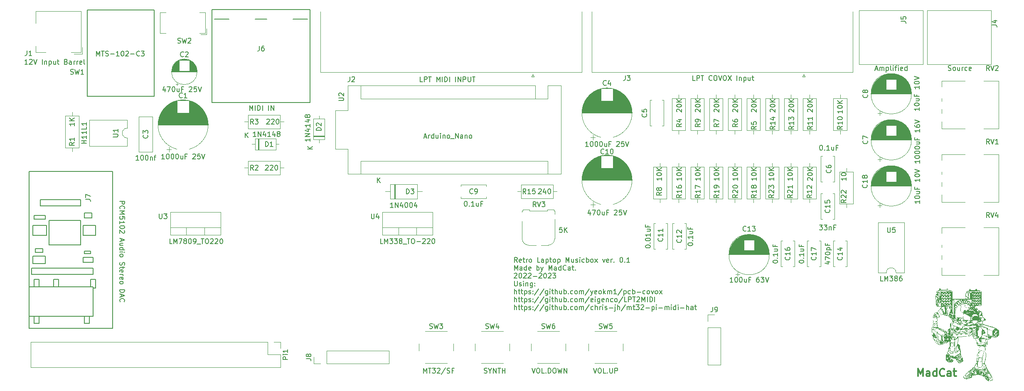
<source format=gbr>
%TF.GenerationSoftware,KiCad,Pcbnew,(6.0.10)*%
%TF.CreationDate,2023-01-11T22:52:11+03:00*%
%TF.ProjectId,my_pcb,6d795f70-6362-42e6-9b69-6361645f7063,rev?*%
%TF.SameCoordinates,Original*%
%TF.FileFunction,Legend,Top*%
%TF.FilePolarity,Positive*%
%FSLAX46Y46*%
G04 Gerber Fmt 4.6, Leading zero omitted, Abs format (unit mm)*
G04 Created by KiCad (PCBNEW (6.0.10)) date 2023-01-11 22:52:11*
%MOMM*%
%LPD*%
G01*
G04 APERTURE LIST*
%ADD10C,0.150000*%
%ADD11C,0.300000*%
%ADD12C,0.120000*%
%ADD13C,0.200000*%
G04 APERTURE END LIST*
D10*
X167023023Y-103572380D02*
X166689690Y-103096190D01*
X166451595Y-103572380D02*
X166451595Y-102572380D01*
X166832547Y-102572380D01*
X166927785Y-102620000D01*
X166975404Y-102667619D01*
X167023023Y-102762857D01*
X167023023Y-102905714D01*
X166975404Y-103000952D01*
X166927785Y-103048571D01*
X166832547Y-103096190D01*
X166451595Y-103096190D01*
X167832547Y-103524761D02*
X167737309Y-103572380D01*
X167546833Y-103572380D01*
X167451595Y-103524761D01*
X167403976Y-103429523D01*
X167403976Y-103048571D01*
X167451595Y-102953333D01*
X167546833Y-102905714D01*
X167737309Y-102905714D01*
X167832547Y-102953333D01*
X167880166Y-103048571D01*
X167880166Y-103143809D01*
X167403976Y-103239047D01*
X168165880Y-102905714D02*
X168546833Y-102905714D01*
X168308738Y-102572380D02*
X168308738Y-103429523D01*
X168356357Y-103524761D01*
X168451595Y-103572380D01*
X168546833Y-103572380D01*
X168880166Y-103572380D02*
X168880166Y-102905714D01*
X168880166Y-103096190D02*
X168927785Y-103000952D01*
X168975404Y-102953333D01*
X169070642Y-102905714D01*
X169165880Y-102905714D01*
X169642071Y-103572380D02*
X169546833Y-103524761D01*
X169499214Y-103477142D01*
X169451595Y-103381904D01*
X169451595Y-103096190D01*
X169499214Y-103000952D01*
X169546833Y-102953333D01*
X169642071Y-102905714D01*
X169784928Y-102905714D01*
X169880166Y-102953333D01*
X169927785Y-103000952D01*
X169975404Y-103096190D01*
X169975404Y-103381904D01*
X169927785Y-103477142D01*
X169880166Y-103524761D01*
X169784928Y-103572380D01*
X169642071Y-103572380D01*
X171642071Y-103572380D02*
X171165880Y-103572380D01*
X171165880Y-102572380D01*
X172403976Y-103572380D02*
X172403976Y-103048571D01*
X172356357Y-102953333D01*
X172261119Y-102905714D01*
X172070642Y-102905714D01*
X171975404Y-102953333D01*
X172403976Y-103524761D02*
X172308738Y-103572380D01*
X172070642Y-103572380D01*
X171975404Y-103524761D01*
X171927785Y-103429523D01*
X171927785Y-103334285D01*
X171975404Y-103239047D01*
X172070642Y-103191428D01*
X172308738Y-103191428D01*
X172403976Y-103143809D01*
X172880166Y-102905714D02*
X172880166Y-103905714D01*
X172880166Y-102953333D02*
X172975404Y-102905714D01*
X173165880Y-102905714D01*
X173261119Y-102953333D01*
X173308738Y-103000952D01*
X173356357Y-103096190D01*
X173356357Y-103381904D01*
X173308738Y-103477142D01*
X173261119Y-103524761D01*
X173165880Y-103572380D01*
X172975404Y-103572380D01*
X172880166Y-103524761D01*
X173642071Y-102905714D02*
X174023023Y-102905714D01*
X173784928Y-102572380D02*
X173784928Y-103429523D01*
X173832547Y-103524761D01*
X173927785Y-103572380D01*
X174023023Y-103572380D01*
X174499214Y-103572380D02*
X174403976Y-103524761D01*
X174356357Y-103477142D01*
X174308738Y-103381904D01*
X174308738Y-103096190D01*
X174356357Y-103000952D01*
X174403976Y-102953333D01*
X174499214Y-102905714D01*
X174642071Y-102905714D01*
X174737309Y-102953333D01*
X174784928Y-103000952D01*
X174832547Y-103096190D01*
X174832547Y-103381904D01*
X174784928Y-103477142D01*
X174737309Y-103524761D01*
X174642071Y-103572380D01*
X174499214Y-103572380D01*
X175261119Y-102905714D02*
X175261119Y-103905714D01*
X175261119Y-102953333D02*
X175356357Y-102905714D01*
X175546833Y-102905714D01*
X175642071Y-102953333D01*
X175689690Y-103000952D01*
X175737309Y-103096190D01*
X175737309Y-103381904D01*
X175689690Y-103477142D01*
X175642071Y-103524761D01*
X175546833Y-103572380D01*
X175356357Y-103572380D01*
X175261119Y-103524761D01*
X176927785Y-103572380D02*
X176927785Y-102572380D01*
X177261119Y-103286666D01*
X177594452Y-102572380D01*
X177594452Y-103572380D01*
X178499214Y-102905714D02*
X178499214Y-103572380D01*
X178070642Y-102905714D02*
X178070642Y-103429523D01*
X178118261Y-103524761D01*
X178213500Y-103572380D01*
X178356357Y-103572380D01*
X178451595Y-103524761D01*
X178499214Y-103477142D01*
X178927785Y-103524761D02*
X179023023Y-103572380D01*
X179213500Y-103572380D01*
X179308738Y-103524761D01*
X179356357Y-103429523D01*
X179356357Y-103381904D01*
X179308738Y-103286666D01*
X179213500Y-103239047D01*
X179070642Y-103239047D01*
X178975404Y-103191428D01*
X178927785Y-103096190D01*
X178927785Y-103048571D01*
X178975404Y-102953333D01*
X179070642Y-102905714D01*
X179213500Y-102905714D01*
X179308738Y-102953333D01*
X179784928Y-103572380D02*
X179784928Y-102905714D01*
X179784928Y-102572380D02*
X179737309Y-102620000D01*
X179784928Y-102667619D01*
X179832547Y-102620000D01*
X179784928Y-102572380D01*
X179784928Y-102667619D01*
X180689690Y-103524761D02*
X180594452Y-103572380D01*
X180403976Y-103572380D01*
X180308738Y-103524761D01*
X180261119Y-103477142D01*
X180213500Y-103381904D01*
X180213500Y-103096190D01*
X180261119Y-103000952D01*
X180308738Y-102953333D01*
X180403976Y-102905714D01*
X180594452Y-102905714D01*
X180689690Y-102953333D01*
X181118261Y-103572380D02*
X181118261Y-102572380D01*
X181118261Y-102953333D02*
X181213500Y-102905714D01*
X181403976Y-102905714D01*
X181499214Y-102953333D01*
X181546833Y-103000952D01*
X181594452Y-103096190D01*
X181594452Y-103381904D01*
X181546833Y-103477142D01*
X181499214Y-103524761D01*
X181403976Y-103572380D01*
X181213500Y-103572380D01*
X181118261Y-103524761D01*
X182165880Y-103572380D02*
X182070642Y-103524761D01*
X182023023Y-103477142D01*
X181975404Y-103381904D01*
X181975404Y-103096190D01*
X182023023Y-103000952D01*
X182070642Y-102953333D01*
X182165880Y-102905714D01*
X182308738Y-102905714D01*
X182403976Y-102953333D01*
X182451595Y-103000952D01*
X182499214Y-103096190D01*
X182499214Y-103381904D01*
X182451595Y-103477142D01*
X182403976Y-103524761D01*
X182308738Y-103572380D01*
X182165880Y-103572380D01*
X182832547Y-103572380D02*
X183356357Y-102905714D01*
X182832547Y-102905714D02*
X183356357Y-103572380D01*
X184403976Y-102905714D02*
X184642071Y-103572380D01*
X184880166Y-102905714D01*
X185642071Y-103524761D02*
X185546833Y-103572380D01*
X185356357Y-103572380D01*
X185261119Y-103524761D01*
X185213500Y-103429523D01*
X185213500Y-103048571D01*
X185261119Y-102953333D01*
X185356357Y-102905714D01*
X185546833Y-102905714D01*
X185642071Y-102953333D01*
X185689690Y-103048571D01*
X185689690Y-103143809D01*
X185213500Y-103239047D01*
X186118261Y-103572380D02*
X186118261Y-102905714D01*
X186118261Y-103096190D02*
X186165880Y-103000952D01*
X186213500Y-102953333D01*
X186308738Y-102905714D01*
X186403976Y-102905714D01*
X186737309Y-103477142D02*
X186784928Y-103524761D01*
X186737309Y-103572380D01*
X186689690Y-103524761D01*
X186737309Y-103477142D01*
X186737309Y-103572380D01*
X188165880Y-102572380D02*
X188261119Y-102572380D01*
X188356357Y-102620000D01*
X188403976Y-102667619D01*
X188451595Y-102762857D01*
X188499214Y-102953333D01*
X188499214Y-103191428D01*
X188451595Y-103381904D01*
X188403976Y-103477142D01*
X188356357Y-103524761D01*
X188261119Y-103572380D01*
X188165880Y-103572380D01*
X188070642Y-103524761D01*
X188023023Y-103477142D01*
X187975404Y-103381904D01*
X187927785Y-103191428D01*
X187927785Y-102953333D01*
X187975404Y-102762857D01*
X188023023Y-102667619D01*
X188070642Y-102620000D01*
X188165880Y-102572380D01*
X188927785Y-103477142D02*
X188975404Y-103524761D01*
X188927785Y-103572380D01*
X188880166Y-103524761D01*
X188927785Y-103477142D01*
X188927785Y-103572380D01*
X189927785Y-103572380D02*
X189356357Y-103572380D01*
X189642071Y-103572380D02*
X189642071Y-102572380D01*
X189546833Y-102715238D01*
X189451595Y-102810476D01*
X189356357Y-102858095D01*
X166451595Y-105182380D02*
X166451595Y-104182380D01*
X166784928Y-104896666D01*
X167118261Y-104182380D01*
X167118261Y-105182380D01*
X168023023Y-105182380D02*
X168023023Y-104658571D01*
X167975404Y-104563333D01*
X167880166Y-104515714D01*
X167689690Y-104515714D01*
X167594452Y-104563333D01*
X168023023Y-105134761D02*
X167927785Y-105182380D01*
X167689690Y-105182380D01*
X167594452Y-105134761D01*
X167546833Y-105039523D01*
X167546833Y-104944285D01*
X167594452Y-104849047D01*
X167689690Y-104801428D01*
X167927785Y-104801428D01*
X168023023Y-104753809D01*
X168927785Y-105182380D02*
X168927785Y-104182380D01*
X168927785Y-105134761D02*
X168832547Y-105182380D01*
X168642071Y-105182380D01*
X168546833Y-105134761D01*
X168499214Y-105087142D01*
X168451595Y-104991904D01*
X168451595Y-104706190D01*
X168499214Y-104610952D01*
X168546833Y-104563333D01*
X168642071Y-104515714D01*
X168832547Y-104515714D01*
X168927785Y-104563333D01*
X169784928Y-105134761D02*
X169689690Y-105182380D01*
X169499214Y-105182380D01*
X169403976Y-105134761D01*
X169356357Y-105039523D01*
X169356357Y-104658571D01*
X169403976Y-104563333D01*
X169499214Y-104515714D01*
X169689690Y-104515714D01*
X169784928Y-104563333D01*
X169832547Y-104658571D01*
X169832547Y-104753809D01*
X169356357Y-104849047D01*
X171023023Y-105182380D02*
X171023023Y-104182380D01*
X171023023Y-104563333D02*
X171118261Y-104515714D01*
X171308738Y-104515714D01*
X171403976Y-104563333D01*
X171451595Y-104610952D01*
X171499214Y-104706190D01*
X171499214Y-104991904D01*
X171451595Y-105087142D01*
X171403976Y-105134761D01*
X171308738Y-105182380D01*
X171118261Y-105182380D01*
X171023023Y-105134761D01*
X171832547Y-104515714D02*
X172070642Y-105182380D01*
X172308738Y-104515714D02*
X172070642Y-105182380D01*
X171975404Y-105420476D01*
X171927785Y-105468095D01*
X171832547Y-105515714D01*
X173451595Y-105182380D02*
X173451595Y-104182380D01*
X173784928Y-104896666D01*
X174118261Y-104182380D01*
X174118261Y-105182380D01*
X175023023Y-105182380D02*
X175023023Y-104658571D01*
X174975404Y-104563333D01*
X174880166Y-104515714D01*
X174689690Y-104515714D01*
X174594452Y-104563333D01*
X175023023Y-105134761D02*
X174927785Y-105182380D01*
X174689690Y-105182380D01*
X174594452Y-105134761D01*
X174546833Y-105039523D01*
X174546833Y-104944285D01*
X174594452Y-104849047D01*
X174689690Y-104801428D01*
X174927785Y-104801428D01*
X175023023Y-104753809D01*
X175927785Y-105182380D02*
X175927785Y-104182380D01*
X175927785Y-105134761D02*
X175832547Y-105182380D01*
X175642071Y-105182380D01*
X175546833Y-105134761D01*
X175499214Y-105087142D01*
X175451595Y-104991904D01*
X175451595Y-104706190D01*
X175499214Y-104610952D01*
X175546833Y-104563333D01*
X175642071Y-104515714D01*
X175832547Y-104515714D01*
X175927785Y-104563333D01*
X176975404Y-105087142D02*
X176927785Y-105134761D01*
X176784928Y-105182380D01*
X176689690Y-105182380D01*
X176546833Y-105134761D01*
X176451595Y-105039523D01*
X176403976Y-104944285D01*
X176356357Y-104753809D01*
X176356357Y-104610952D01*
X176403976Y-104420476D01*
X176451595Y-104325238D01*
X176546833Y-104230000D01*
X176689690Y-104182380D01*
X176784928Y-104182380D01*
X176927785Y-104230000D01*
X176975404Y-104277619D01*
X177832547Y-105182380D02*
X177832547Y-104658571D01*
X177784928Y-104563333D01*
X177689690Y-104515714D01*
X177499214Y-104515714D01*
X177403976Y-104563333D01*
X177832547Y-105134761D02*
X177737309Y-105182380D01*
X177499214Y-105182380D01*
X177403976Y-105134761D01*
X177356357Y-105039523D01*
X177356357Y-104944285D01*
X177403976Y-104849047D01*
X177499214Y-104801428D01*
X177737309Y-104801428D01*
X177832547Y-104753809D01*
X178165880Y-104515714D02*
X178546833Y-104515714D01*
X178308738Y-104182380D02*
X178308738Y-105039523D01*
X178356357Y-105134761D01*
X178451595Y-105182380D01*
X178546833Y-105182380D01*
X178880166Y-105087142D02*
X178927785Y-105134761D01*
X178880166Y-105182380D01*
X178832547Y-105134761D01*
X178880166Y-105087142D01*
X178880166Y-105182380D01*
X166403976Y-105887619D02*
X166451595Y-105840000D01*
X166546833Y-105792380D01*
X166784928Y-105792380D01*
X166880166Y-105840000D01*
X166927785Y-105887619D01*
X166975404Y-105982857D01*
X166975404Y-106078095D01*
X166927785Y-106220952D01*
X166356357Y-106792380D01*
X166975404Y-106792380D01*
X167594452Y-105792380D02*
X167689690Y-105792380D01*
X167784928Y-105840000D01*
X167832547Y-105887619D01*
X167880166Y-105982857D01*
X167927785Y-106173333D01*
X167927785Y-106411428D01*
X167880166Y-106601904D01*
X167832547Y-106697142D01*
X167784928Y-106744761D01*
X167689690Y-106792380D01*
X167594452Y-106792380D01*
X167499214Y-106744761D01*
X167451595Y-106697142D01*
X167403976Y-106601904D01*
X167356357Y-106411428D01*
X167356357Y-106173333D01*
X167403976Y-105982857D01*
X167451595Y-105887619D01*
X167499214Y-105840000D01*
X167594452Y-105792380D01*
X168308738Y-105887619D02*
X168356357Y-105840000D01*
X168451595Y-105792380D01*
X168689690Y-105792380D01*
X168784928Y-105840000D01*
X168832547Y-105887619D01*
X168880166Y-105982857D01*
X168880166Y-106078095D01*
X168832547Y-106220952D01*
X168261119Y-106792380D01*
X168880166Y-106792380D01*
X169261119Y-105887619D02*
X169308738Y-105840000D01*
X169403976Y-105792380D01*
X169642071Y-105792380D01*
X169737309Y-105840000D01*
X169784928Y-105887619D01*
X169832547Y-105982857D01*
X169832547Y-106078095D01*
X169784928Y-106220952D01*
X169213500Y-106792380D01*
X169832547Y-106792380D01*
X170261119Y-106411428D02*
X171023023Y-106411428D01*
X171451595Y-105887619D02*
X171499214Y-105840000D01*
X171594452Y-105792380D01*
X171832547Y-105792380D01*
X171927785Y-105840000D01*
X171975404Y-105887619D01*
X172023023Y-105982857D01*
X172023023Y-106078095D01*
X171975404Y-106220952D01*
X171403976Y-106792380D01*
X172023023Y-106792380D01*
X172642071Y-105792380D02*
X172737309Y-105792380D01*
X172832547Y-105840000D01*
X172880166Y-105887619D01*
X172927785Y-105982857D01*
X172975404Y-106173333D01*
X172975404Y-106411428D01*
X172927785Y-106601904D01*
X172880166Y-106697142D01*
X172832547Y-106744761D01*
X172737309Y-106792380D01*
X172642071Y-106792380D01*
X172546833Y-106744761D01*
X172499214Y-106697142D01*
X172451595Y-106601904D01*
X172403976Y-106411428D01*
X172403976Y-106173333D01*
X172451595Y-105982857D01*
X172499214Y-105887619D01*
X172546833Y-105840000D01*
X172642071Y-105792380D01*
X173356357Y-105887619D02*
X173403976Y-105840000D01*
X173499214Y-105792380D01*
X173737309Y-105792380D01*
X173832547Y-105840000D01*
X173880166Y-105887619D01*
X173927785Y-105982857D01*
X173927785Y-106078095D01*
X173880166Y-106220952D01*
X173308738Y-106792380D01*
X173927785Y-106792380D01*
X174261119Y-105792380D02*
X174880166Y-105792380D01*
X174546833Y-106173333D01*
X174689690Y-106173333D01*
X174784928Y-106220952D01*
X174832547Y-106268571D01*
X174880166Y-106363809D01*
X174880166Y-106601904D01*
X174832547Y-106697142D01*
X174784928Y-106744761D01*
X174689690Y-106792380D01*
X174403976Y-106792380D01*
X174308738Y-106744761D01*
X174261119Y-106697142D01*
X166451595Y-107402380D02*
X166451595Y-108211904D01*
X166499214Y-108307142D01*
X166546833Y-108354761D01*
X166642071Y-108402380D01*
X166832547Y-108402380D01*
X166927785Y-108354761D01*
X166975404Y-108307142D01*
X167023023Y-108211904D01*
X167023023Y-107402380D01*
X167451595Y-108354761D02*
X167546833Y-108402380D01*
X167737309Y-108402380D01*
X167832547Y-108354761D01*
X167880166Y-108259523D01*
X167880166Y-108211904D01*
X167832547Y-108116666D01*
X167737309Y-108069047D01*
X167594452Y-108069047D01*
X167499214Y-108021428D01*
X167451595Y-107926190D01*
X167451595Y-107878571D01*
X167499214Y-107783333D01*
X167594452Y-107735714D01*
X167737309Y-107735714D01*
X167832547Y-107783333D01*
X168308738Y-108402380D02*
X168308738Y-107735714D01*
X168308738Y-107402380D02*
X168261119Y-107450000D01*
X168308738Y-107497619D01*
X168356357Y-107450000D01*
X168308738Y-107402380D01*
X168308738Y-107497619D01*
X168784928Y-107735714D02*
X168784928Y-108402380D01*
X168784928Y-107830952D02*
X168832547Y-107783333D01*
X168927785Y-107735714D01*
X169070642Y-107735714D01*
X169165880Y-107783333D01*
X169213500Y-107878571D01*
X169213500Y-108402380D01*
X170118261Y-107735714D02*
X170118261Y-108545238D01*
X170070642Y-108640476D01*
X170023023Y-108688095D01*
X169927785Y-108735714D01*
X169784928Y-108735714D01*
X169689690Y-108688095D01*
X170118261Y-108354761D02*
X170023023Y-108402380D01*
X169832547Y-108402380D01*
X169737309Y-108354761D01*
X169689690Y-108307142D01*
X169642071Y-108211904D01*
X169642071Y-107926190D01*
X169689690Y-107830952D01*
X169737309Y-107783333D01*
X169832547Y-107735714D01*
X170023023Y-107735714D01*
X170118261Y-107783333D01*
X170594452Y-108307142D02*
X170642071Y-108354761D01*
X170594452Y-108402380D01*
X170546833Y-108354761D01*
X170594452Y-108307142D01*
X170594452Y-108402380D01*
X170594452Y-107783333D02*
X170642071Y-107830952D01*
X170594452Y-107878571D01*
X170546833Y-107830952D01*
X170594452Y-107783333D01*
X170594452Y-107878571D01*
X166451595Y-110012380D02*
X166451595Y-109012380D01*
X166880166Y-110012380D02*
X166880166Y-109488571D01*
X166832547Y-109393333D01*
X166737309Y-109345714D01*
X166594452Y-109345714D01*
X166499214Y-109393333D01*
X166451595Y-109440952D01*
X167213500Y-109345714D02*
X167594452Y-109345714D01*
X167356357Y-109012380D02*
X167356357Y-109869523D01*
X167403976Y-109964761D01*
X167499214Y-110012380D01*
X167594452Y-110012380D01*
X167784928Y-109345714D02*
X168165880Y-109345714D01*
X167927785Y-109012380D02*
X167927785Y-109869523D01*
X167975404Y-109964761D01*
X168070642Y-110012380D01*
X168165880Y-110012380D01*
X168499214Y-109345714D02*
X168499214Y-110345714D01*
X168499214Y-109393333D02*
X168594452Y-109345714D01*
X168784928Y-109345714D01*
X168880166Y-109393333D01*
X168927785Y-109440952D01*
X168975404Y-109536190D01*
X168975404Y-109821904D01*
X168927785Y-109917142D01*
X168880166Y-109964761D01*
X168784928Y-110012380D01*
X168594452Y-110012380D01*
X168499214Y-109964761D01*
X169356357Y-109964761D02*
X169451595Y-110012380D01*
X169642071Y-110012380D01*
X169737309Y-109964761D01*
X169784928Y-109869523D01*
X169784928Y-109821904D01*
X169737309Y-109726666D01*
X169642071Y-109679047D01*
X169499214Y-109679047D01*
X169403976Y-109631428D01*
X169356357Y-109536190D01*
X169356357Y-109488571D01*
X169403976Y-109393333D01*
X169499214Y-109345714D01*
X169642071Y-109345714D01*
X169737309Y-109393333D01*
X170213500Y-109917142D02*
X170261119Y-109964761D01*
X170213500Y-110012380D01*
X170165880Y-109964761D01*
X170213500Y-109917142D01*
X170213500Y-110012380D01*
X170213500Y-109393333D02*
X170261119Y-109440952D01*
X170213500Y-109488571D01*
X170165880Y-109440952D01*
X170213500Y-109393333D01*
X170213500Y-109488571D01*
X171403976Y-108964761D02*
X170546833Y-110250476D01*
X172451595Y-108964761D02*
X171594452Y-110250476D01*
X173213500Y-109345714D02*
X173213500Y-110155238D01*
X173165880Y-110250476D01*
X173118261Y-110298095D01*
X173023023Y-110345714D01*
X172880166Y-110345714D01*
X172784928Y-110298095D01*
X173213500Y-109964761D02*
X173118261Y-110012380D01*
X172927785Y-110012380D01*
X172832547Y-109964761D01*
X172784928Y-109917142D01*
X172737309Y-109821904D01*
X172737309Y-109536190D01*
X172784928Y-109440952D01*
X172832547Y-109393333D01*
X172927785Y-109345714D01*
X173118261Y-109345714D01*
X173213500Y-109393333D01*
X173689690Y-110012380D02*
X173689690Y-109345714D01*
X173689690Y-109012380D02*
X173642071Y-109060000D01*
X173689690Y-109107619D01*
X173737309Y-109060000D01*
X173689690Y-109012380D01*
X173689690Y-109107619D01*
X174023023Y-109345714D02*
X174403976Y-109345714D01*
X174165880Y-109012380D02*
X174165880Y-109869523D01*
X174213500Y-109964761D01*
X174308738Y-110012380D01*
X174403976Y-110012380D01*
X174737309Y-110012380D02*
X174737309Y-109012380D01*
X175165880Y-110012380D02*
X175165880Y-109488571D01*
X175118261Y-109393333D01*
X175023023Y-109345714D01*
X174880166Y-109345714D01*
X174784928Y-109393333D01*
X174737309Y-109440952D01*
X176070642Y-109345714D02*
X176070642Y-110012380D01*
X175642071Y-109345714D02*
X175642071Y-109869523D01*
X175689690Y-109964761D01*
X175784928Y-110012380D01*
X175927785Y-110012380D01*
X176023023Y-109964761D01*
X176070642Y-109917142D01*
X176546833Y-110012380D02*
X176546833Y-109012380D01*
X176546833Y-109393333D02*
X176642071Y-109345714D01*
X176832547Y-109345714D01*
X176927785Y-109393333D01*
X176975404Y-109440952D01*
X177023023Y-109536190D01*
X177023023Y-109821904D01*
X176975404Y-109917142D01*
X176927785Y-109964761D01*
X176832547Y-110012380D01*
X176642071Y-110012380D01*
X176546833Y-109964761D01*
X177451595Y-109917142D02*
X177499214Y-109964761D01*
X177451595Y-110012380D01*
X177403976Y-109964761D01*
X177451595Y-109917142D01*
X177451595Y-110012380D01*
X178356357Y-109964761D02*
X178261119Y-110012380D01*
X178070642Y-110012380D01*
X177975404Y-109964761D01*
X177927785Y-109917142D01*
X177880166Y-109821904D01*
X177880166Y-109536190D01*
X177927785Y-109440952D01*
X177975404Y-109393333D01*
X178070642Y-109345714D01*
X178261119Y-109345714D01*
X178356357Y-109393333D01*
X178927785Y-110012380D02*
X178832547Y-109964761D01*
X178784928Y-109917142D01*
X178737309Y-109821904D01*
X178737309Y-109536190D01*
X178784928Y-109440952D01*
X178832547Y-109393333D01*
X178927785Y-109345714D01*
X179070642Y-109345714D01*
X179165880Y-109393333D01*
X179213500Y-109440952D01*
X179261119Y-109536190D01*
X179261119Y-109821904D01*
X179213500Y-109917142D01*
X179165880Y-109964761D01*
X179070642Y-110012380D01*
X178927785Y-110012380D01*
X179689690Y-110012380D02*
X179689690Y-109345714D01*
X179689690Y-109440952D02*
X179737309Y-109393333D01*
X179832547Y-109345714D01*
X179975404Y-109345714D01*
X180070642Y-109393333D01*
X180118261Y-109488571D01*
X180118261Y-110012380D01*
X180118261Y-109488571D02*
X180165880Y-109393333D01*
X180261119Y-109345714D01*
X180403976Y-109345714D01*
X180499214Y-109393333D01*
X180546833Y-109488571D01*
X180546833Y-110012380D01*
X181737309Y-108964761D02*
X180880166Y-110250476D01*
X181975404Y-109345714D02*
X182213500Y-110012380D01*
X182451595Y-109345714D02*
X182213500Y-110012380D01*
X182118261Y-110250476D01*
X182070642Y-110298095D01*
X181975404Y-110345714D01*
X183213500Y-109964761D02*
X183118261Y-110012380D01*
X182927785Y-110012380D01*
X182832547Y-109964761D01*
X182784928Y-109869523D01*
X182784928Y-109488571D01*
X182832547Y-109393333D01*
X182927785Y-109345714D01*
X183118261Y-109345714D01*
X183213500Y-109393333D01*
X183261119Y-109488571D01*
X183261119Y-109583809D01*
X182784928Y-109679047D01*
X183832547Y-110012380D02*
X183737309Y-109964761D01*
X183689690Y-109917142D01*
X183642071Y-109821904D01*
X183642071Y-109536190D01*
X183689690Y-109440952D01*
X183737309Y-109393333D01*
X183832547Y-109345714D01*
X183975404Y-109345714D01*
X184070642Y-109393333D01*
X184118261Y-109440952D01*
X184165880Y-109536190D01*
X184165880Y-109821904D01*
X184118261Y-109917142D01*
X184070642Y-109964761D01*
X183975404Y-110012380D01*
X183832547Y-110012380D01*
X184594452Y-110012380D02*
X184594452Y-109012380D01*
X184689690Y-109631428D02*
X184975404Y-110012380D01*
X184975404Y-109345714D02*
X184594452Y-109726666D01*
X185403976Y-110012380D02*
X185403976Y-109345714D01*
X185403976Y-109440952D02*
X185451595Y-109393333D01*
X185546833Y-109345714D01*
X185689690Y-109345714D01*
X185784928Y-109393333D01*
X185832547Y-109488571D01*
X185832547Y-110012380D01*
X185832547Y-109488571D02*
X185880166Y-109393333D01*
X185975404Y-109345714D01*
X186118261Y-109345714D01*
X186213500Y-109393333D01*
X186261119Y-109488571D01*
X186261119Y-110012380D01*
X187261119Y-110012380D02*
X186689690Y-110012380D01*
X186975404Y-110012380D02*
X186975404Y-109012380D01*
X186880166Y-109155238D01*
X186784928Y-109250476D01*
X186689690Y-109298095D01*
X188403976Y-108964761D02*
X187546833Y-110250476D01*
X188737309Y-109345714D02*
X188737309Y-110345714D01*
X188737309Y-109393333D02*
X188832547Y-109345714D01*
X189023023Y-109345714D01*
X189118261Y-109393333D01*
X189165880Y-109440952D01*
X189213500Y-109536190D01*
X189213500Y-109821904D01*
X189165880Y-109917142D01*
X189118261Y-109964761D01*
X189023023Y-110012380D01*
X188832547Y-110012380D01*
X188737309Y-109964761D01*
X190070642Y-109964761D02*
X189975404Y-110012380D01*
X189784928Y-110012380D01*
X189689690Y-109964761D01*
X189642071Y-109917142D01*
X189594452Y-109821904D01*
X189594452Y-109536190D01*
X189642071Y-109440952D01*
X189689690Y-109393333D01*
X189784928Y-109345714D01*
X189975404Y-109345714D01*
X190070642Y-109393333D01*
X190499214Y-110012380D02*
X190499214Y-109012380D01*
X190499214Y-109393333D02*
X190594452Y-109345714D01*
X190784928Y-109345714D01*
X190880166Y-109393333D01*
X190927785Y-109440952D01*
X190975404Y-109536190D01*
X190975404Y-109821904D01*
X190927785Y-109917142D01*
X190880166Y-109964761D01*
X190784928Y-110012380D01*
X190594452Y-110012380D01*
X190499214Y-109964761D01*
X191403976Y-109631428D02*
X192165880Y-109631428D01*
X193070642Y-109964761D02*
X192975404Y-110012380D01*
X192784928Y-110012380D01*
X192689690Y-109964761D01*
X192642071Y-109917142D01*
X192594452Y-109821904D01*
X192594452Y-109536190D01*
X192642071Y-109440952D01*
X192689690Y-109393333D01*
X192784928Y-109345714D01*
X192975404Y-109345714D01*
X193070642Y-109393333D01*
X193642071Y-110012380D02*
X193546833Y-109964761D01*
X193499214Y-109917142D01*
X193451595Y-109821904D01*
X193451595Y-109536190D01*
X193499214Y-109440952D01*
X193546833Y-109393333D01*
X193642071Y-109345714D01*
X193784928Y-109345714D01*
X193880166Y-109393333D01*
X193927785Y-109440952D01*
X193975404Y-109536190D01*
X193975404Y-109821904D01*
X193927785Y-109917142D01*
X193880166Y-109964761D01*
X193784928Y-110012380D01*
X193642071Y-110012380D01*
X194308738Y-109345714D02*
X194546833Y-110012380D01*
X194784928Y-109345714D01*
X195308738Y-110012380D02*
X195213500Y-109964761D01*
X195165880Y-109917142D01*
X195118261Y-109821904D01*
X195118261Y-109536190D01*
X195165880Y-109440952D01*
X195213500Y-109393333D01*
X195308738Y-109345714D01*
X195451595Y-109345714D01*
X195546833Y-109393333D01*
X195594452Y-109440952D01*
X195642071Y-109536190D01*
X195642071Y-109821904D01*
X195594452Y-109917142D01*
X195546833Y-109964761D01*
X195451595Y-110012380D01*
X195308738Y-110012380D01*
X195975404Y-110012380D02*
X196499214Y-109345714D01*
X195975404Y-109345714D02*
X196499214Y-110012380D01*
X166451595Y-111622380D02*
X166451595Y-110622380D01*
X166880166Y-111622380D02*
X166880166Y-111098571D01*
X166832547Y-111003333D01*
X166737309Y-110955714D01*
X166594452Y-110955714D01*
X166499214Y-111003333D01*
X166451595Y-111050952D01*
X167213500Y-110955714D02*
X167594452Y-110955714D01*
X167356357Y-110622380D02*
X167356357Y-111479523D01*
X167403976Y-111574761D01*
X167499214Y-111622380D01*
X167594452Y-111622380D01*
X167784928Y-110955714D02*
X168165880Y-110955714D01*
X167927785Y-110622380D02*
X167927785Y-111479523D01*
X167975404Y-111574761D01*
X168070642Y-111622380D01*
X168165880Y-111622380D01*
X168499214Y-110955714D02*
X168499214Y-111955714D01*
X168499214Y-111003333D02*
X168594452Y-110955714D01*
X168784928Y-110955714D01*
X168880166Y-111003333D01*
X168927785Y-111050952D01*
X168975404Y-111146190D01*
X168975404Y-111431904D01*
X168927785Y-111527142D01*
X168880166Y-111574761D01*
X168784928Y-111622380D01*
X168594452Y-111622380D01*
X168499214Y-111574761D01*
X169356357Y-111574761D02*
X169451595Y-111622380D01*
X169642071Y-111622380D01*
X169737309Y-111574761D01*
X169784928Y-111479523D01*
X169784928Y-111431904D01*
X169737309Y-111336666D01*
X169642071Y-111289047D01*
X169499214Y-111289047D01*
X169403976Y-111241428D01*
X169356357Y-111146190D01*
X169356357Y-111098571D01*
X169403976Y-111003333D01*
X169499214Y-110955714D01*
X169642071Y-110955714D01*
X169737309Y-111003333D01*
X170213500Y-111527142D02*
X170261119Y-111574761D01*
X170213500Y-111622380D01*
X170165880Y-111574761D01*
X170213500Y-111527142D01*
X170213500Y-111622380D01*
X170213500Y-111003333D02*
X170261119Y-111050952D01*
X170213500Y-111098571D01*
X170165880Y-111050952D01*
X170213500Y-111003333D01*
X170213500Y-111098571D01*
X171403976Y-110574761D02*
X170546833Y-111860476D01*
X172451595Y-110574761D02*
X171594452Y-111860476D01*
X173213500Y-110955714D02*
X173213500Y-111765238D01*
X173165880Y-111860476D01*
X173118261Y-111908095D01*
X173023023Y-111955714D01*
X172880166Y-111955714D01*
X172784928Y-111908095D01*
X173213500Y-111574761D02*
X173118261Y-111622380D01*
X172927785Y-111622380D01*
X172832547Y-111574761D01*
X172784928Y-111527142D01*
X172737309Y-111431904D01*
X172737309Y-111146190D01*
X172784928Y-111050952D01*
X172832547Y-111003333D01*
X172927785Y-110955714D01*
X173118261Y-110955714D01*
X173213500Y-111003333D01*
X173689690Y-111622380D02*
X173689690Y-110955714D01*
X173689690Y-110622380D02*
X173642071Y-110670000D01*
X173689690Y-110717619D01*
X173737309Y-110670000D01*
X173689690Y-110622380D01*
X173689690Y-110717619D01*
X174023023Y-110955714D02*
X174403976Y-110955714D01*
X174165880Y-110622380D02*
X174165880Y-111479523D01*
X174213500Y-111574761D01*
X174308738Y-111622380D01*
X174403976Y-111622380D01*
X174737309Y-111622380D02*
X174737309Y-110622380D01*
X175165880Y-111622380D02*
X175165880Y-111098571D01*
X175118261Y-111003333D01*
X175023023Y-110955714D01*
X174880166Y-110955714D01*
X174784928Y-111003333D01*
X174737309Y-111050952D01*
X176070642Y-110955714D02*
X176070642Y-111622380D01*
X175642071Y-110955714D02*
X175642071Y-111479523D01*
X175689690Y-111574761D01*
X175784928Y-111622380D01*
X175927785Y-111622380D01*
X176023023Y-111574761D01*
X176070642Y-111527142D01*
X176546833Y-111622380D02*
X176546833Y-110622380D01*
X176546833Y-111003333D02*
X176642071Y-110955714D01*
X176832547Y-110955714D01*
X176927785Y-111003333D01*
X176975404Y-111050952D01*
X177023023Y-111146190D01*
X177023023Y-111431904D01*
X176975404Y-111527142D01*
X176927785Y-111574761D01*
X176832547Y-111622380D01*
X176642071Y-111622380D01*
X176546833Y-111574761D01*
X177451595Y-111527142D02*
X177499214Y-111574761D01*
X177451595Y-111622380D01*
X177403976Y-111574761D01*
X177451595Y-111527142D01*
X177451595Y-111622380D01*
X178356357Y-111574761D02*
X178261119Y-111622380D01*
X178070642Y-111622380D01*
X177975404Y-111574761D01*
X177927785Y-111527142D01*
X177880166Y-111431904D01*
X177880166Y-111146190D01*
X177927785Y-111050952D01*
X177975404Y-111003333D01*
X178070642Y-110955714D01*
X178261119Y-110955714D01*
X178356357Y-111003333D01*
X178927785Y-111622380D02*
X178832547Y-111574761D01*
X178784928Y-111527142D01*
X178737309Y-111431904D01*
X178737309Y-111146190D01*
X178784928Y-111050952D01*
X178832547Y-111003333D01*
X178927785Y-110955714D01*
X179070642Y-110955714D01*
X179165880Y-111003333D01*
X179213500Y-111050952D01*
X179261119Y-111146190D01*
X179261119Y-111431904D01*
X179213500Y-111527142D01*
X179165880Y-111574761D01*
X179070642Y-111622380D01*
X178927785Y-111622380D01*
X179689690Y-111622380D02*
X179689690Y-110955714D01*
X179689690Y-111050952D02*
X179737309Y-111003333D01*
X179832547Y-110955714D01*
X179975404Y-110955714D01*
X180070642Y-111003333D01*
X180118261Y-111098571D01*
X180118261Y-111622380D01*
X180118261Y-111098571D02*
X180165880Y-111003333D01*
X180261119Y-110955714D01*
X180403976Y-110955714D01*
X180499214Y-111003333D01*
X180546833Y-111098571D01*
X180546833Y-111622380D01*
X181737309Y-110574761D02*
X180880166Y-111860476D01*
X182451595Y-111574761D02*
X182356357Y-111622380D01*
X182165880Y-111622380D01*
X182070642Y-111574761D01*
X182023023Y-111479523D01*
X182023023Y-111098571D01*
X182070642Y-111003333D01*
X182165880Y-110955714D01*
X182356357Y-110955714D01*
X182451595Y-111003333D01*
X182499214Y-111098571D01*
X182499214Y-111193809D01*
X182023023Y-111289047D01*
X182927785Y-111622380D02*
X182927785Y-110955714D01*
X182927785Y-110622380D02*
X182880166Y-110670000D01*
X182927785Y-110717619D01*
X182975404Y-110670000D01*
X182927785Y-110622380D01*
X182927785Y-110717619D01*
X183832547Y-110955714D02*
X183832547Y-111765238D01*
X183784928Y-111860476D01*
X183737309Y-111908095D01*
X183642071Y-111955714D01*
X183499214Y-111955714D01*
X183403976Y-111908095D01*
X183832547Y-111574761D02*
X183737309Y-111622380D01*
X183546833Y-111622380D01*
X183451595Y-111574761D01*
X183403976Y-111527142D01*
X183356357Y-111431904D01*
X183356357Y-111146190D01*
X183403976Y-111050952D01*
X183451595Y-111003333D01*
X183546833Y-110955714D01*
X183737309Y-110955714D01*
X183832547Y-111003333D01*
X184689690Y-111574761D02*
X184594452Y-111622380D01*
X184403976Y-111622380D01*
X184308738Y-111574761D01*
X184261119Y-111479523D01*
X184261119Y-111098571D01*
X184308738Y-111003333D01*
X184403976Y-110955714D01*
X184594452Y-110955714D01*
X184689690Y-111003333D01*
X184737309Y-111098571D01*
X184737309Y-111193809D01*
X184261119Y-111289047D01*
X185165880Y-110955714D02*
X185165880Y-111622380D01*
X185165880Y-111050952D02*
X185213500Y-111003333D01*
X185308738Y-110955714D01*
X185451595Y-110955714D01*
X185546833Y-111003333D01*
X185594452Y-111098571D01*
X185594452Y-111622380D01*
X186499214Y-111574761D02*
X186403976Y-111622380D01*
X186213500Y-111622380D01*
X186118261Y-111574761D01*
X186070642Y-111527142D01*
X186023023Y-111431904D01*
X186023023Y-111146190D01*
X186070642Y-111050952D01*
X186118261Y-111003333D01*
X186213500Y-110955714D01*
X186403976Y-110955714D01*
X186499214Y-111003333D01*
X187070642Y-111622380D02*
X186975404Y-111574761D01*
X186927785Y-111527142D01*
X186880166Y-111431904D01*
X186880166Y-111146190D01*
X186927785Y-111050952D01*
X186975404Y-111003333D01*
X187070642Y-110955714D01*
X187213500Y-110955714D01*
X187308738Y-111003333D01*
X187356357Y-111050952D01*
X187403976Y-111146190D01*
X187403976Y-111431904D01*
X187356357Y-111527142D01*
X187308738Y-111574761D01*
X187213500Y-111622380D01*
X187070642Y-111622380D01*
X188546833Y-110574761D02*
X187689690Y-111860476D01*
X189356357Y-111622380D02*
X188880166Y-111622380D01*
X188880166Y-110622380D01*
X189689690Y-111622380D02*
X189689690Y-110622380D01*
X190070642Y-110622380D01*
X190165880Y-110670000D01*
X190213500Y-110717619D01*
X190261119Y-110812857D01*
X190261119Y-110955714D01*
X190213500Y-111050952D01*
X190165880Y-111098571D01*
X190070642Y-111146190D01*
X189689690Y-111146190D01*
X190546833Y-110622380D02*
X191118261Y-110622380D01*
X190832547Y-111622380D02*
X190832547Y-110622380D01*
X191403976Y-110717619D02*
X191451595Y-110670000D01*
X191546833Y-110622380D01*
X191784928Y-110622380D01*
X191880166Y-110670000D01*
X191927785Y-110717619D01*
X191975404Y-110812857D01*
X191975404Y-110908095D01*
X191927785Y-111050952D01*
X191356357Y-111622380D01*
X191975404Y-111622380D01*
X192403976Y-111622380D02*
X192403976Y-110622380D01*
X192737309Y-111336666D01*
X193070642Y-110622380D01*
X193070642Y-111622380D01*
X193546833Y-111622380D02*
X193546833Y-110622380D01*
X194023023Y-111622380D02*
X194023023Y-110622380D01*
X194261119Y-110622380D01*
X194403976Y-110670000D01*
X194499214Y-110765238D01*
X194546833Y-110860476D01*
X194594452Y-111050952D01*
X194594452Y-111193809D01*
X194546833Y-111384285D01*
X194499214Y-111479523D01*
X194403976Y-111574761D01*
X194261119Y-111622380D01*
X194023023Y-111622380D01*
X195023023Y-111622380D02*
X195023023Y-110622380D01*
X166451595Y-113232380D02*
X166451595Y-112232380D01*
X166880166Y-113232380D02*
X166880166Y-112708571D01*
X166832547Y-112613333D01*
X166737309Y-112565714D01*
X166594452Y-112565714D01*
X166499214Y-112613333D01*
X166451595Y-112660952D01*
X167213500Y-112565714D02*
X167594452Y-112565714D01*
X167356357Y-112232380D02*
X167356357Y-113089523D01*
X167403976Y-113184761D01*
X167499214Y-113232380D01*
X167594452Y-113232380D01*
X167784928Y-112565714D02*
X168165880Y-112565714D01*
X167927785Y-112232380D02*
X167927785Y-113089523D01*
X167975404Y-113184761D01*
X168070642Y-113232380D01*
X168165880Y-113232380D01*
X168499214Y-112565714D02*
X168499214Y-113565714D01*
X168499214Y-112613333D02*
X168594452Y-112565714D01*
X168784928Y-112565714D01*
X168880166Y-112613333D01*
X168927785Y-112660952D01*
X168975404Y-112756190D01*
X168975404Y-113041904D01*
X168927785Y-113137142D01*
X168880166Y-113184761D01*
X168784928Y-113232380D01*
X168594452Y-113232380D01*
X168499214Y-113184761D01*
X169356357Y-113184761D02*
X169451595Y-113232380D01*
X169642071Y-113232380D01*
X169737309Y-113184761D01*
X169784928Y-113089523D01*
X169784928Y-113041904D01*
X169737309Y-112946666D01*
X169642071Y-112899047D01*
X169499214Y-112899047D01*
X169403976Y-112851428D01*
X169356357Y-112756190D01*
X169356357Y-112708571D01*
X169403976Y-112613333D01*
X169499214Y-112565714D01*
X169642071Y-112565714D01*
X169737309Y-112613333D01*
X170213500Y-113137142D02*
X170261119Y-113184761D01*
X170213500Y-113232380D01*
X170165880Y-113184761D01*
X170213500Y-113137142D01*
X170213500Y-113232380D01*
X170213500Y-112613333D02*
X170261119Y-112660952D01*
X170213500Y-112708571D01*
X170165880Y-112660952D01*
X170213500Y-112613333D01*
X170213500Y-112708571D01*
X171403976Y-112184761D02*
X170546833Y-113470476D01*
X172451595Y-112184761D02*
X171594452Y-113470476D01*
X173213500Y-112565714D02*
X173213500Y-113375238D01*
X173165880Y-113470476D01*
X173118261Y-113518095D01*
X173023023Y-113565714D01*
X172880166Y-113565714D01*
X172784928Y-113518095D01*
X173213500Y-113184761D02*
X173118261Y-113232380D01*
X172927785Y-113232380D01*
X172832547Y-113184761D01*
X172784928Y-113137142D01*
X172737309Y-113041904D01*
X172737309Y-112756190D01*
X172784928Y-112660952D01*
X172832547Y-112613333D01*
X172927785Y-112565714D01*
X173118261Y-112565714D01*
X173213500Y-112613333D01*
X173689690Y-113232380D02*
X173689690Y-112565714D01*
X173689690Y-112232380D02*
X173642071Y-112280000D01*
X173689690Y-112327619D01*
X173737309Y-112280000D01*
X173689690Y-112232380D01*
X173689690Y-112327619D01*
X174023023Y-112565714D02*
X174403976Y-112565714D01*
X174165880Y-112232380D02*
X174165880Y-113089523D01*
X174213500Y-113184761D01*
X174308738Y-113232380D01*
X174403976Y-113232380D01*
X174737309Y-113232380D02*
X174737309Y-112232380D01*
X175165880Y-113232380D02*
X175165880Y-112708571D01*
X175118261Y-112613333D01*
X175023023Y-112565714D01*
X174880166Y-112565714D01*
X174784928Y-112613333D01*
X174737309Y-112660952D01*
X176070642Y-112565714D02*
X176070642Y-113232380D01*
X175642071Y-112565714D02*
X175642071Y-113089523D01*
X175689690Y-113184761D01*
X175784928Y-113232380D01*
X175927785Y-113232380D01*
X176023023Y-113184761D01*
X176070642Y-113137142D01*
X176546833Y-113232380D02*
X176546833Y-112232380D01*
X176546833Y-112613333D02*
X176642071Y-112565714D01*
X176832547Y-112565714D01*
X176927785Y-112613333D01*
X176975404Y-112660952D01*
X177023023Y-112756190D01*
X177023023Y-113041904D01*
X176975404Y-113137142D01*
X176927785Y-113184761D01*
X176832547Y-113232380D01*
X176642071Y-113232380D01*
X176546833Y-113184761D01*
X177451595Y-113137142D02*
X177499214Y-113184761D01*
X177451595Y-113232380D01*
X177403976Y-113184761D01*
X177451595Y-113137142D01*
X177451595Y-113232380D01*
X178356357Y-113184761D02*
X178261119Y-113232380D01*
X178070642Y-113232380D01*
X177975404Y-113184761D01*
X177927785Y-113137142D01*
X177880166Y-113041904D01*
X177880166Y-112756190D01*
X177927785Y-112660952D01*
X177975404Y-112613333D01*
X178070642Y-112565714D01*
X178261119Y-112565714D01*
X178356357Y-112613333D01*
X178927785Y-113232380D02*
X178832547Y-113184761D01*
X178784928Y-113137142D01*
X178737309Y-113041904D01*
X178737309Y-112756190D01*
X178784928Y-112660952D01*
X178832547Y-112613333D01*
X178927785Y-112565714D01*
X179070642Y-112565714D01*
X179165880Y-112613333D01*
X179213500Y-112660952D01*
X179261119Y-112756190D01*
X179261119Y-113041904D01*
X179213500Y-113137142D01*
X179165880Y-113184761D01*
X179070642Y-113232380D01*
X178927785Y-113232380D01*
X179689690Y-113232380D02*
X179689690Y-112565714D01*
X179689690Y-112660952D02*
X179737309Y-112613333D01*
X179832547Y-112565714D01*
X179975404Y-112565714D01*
X180070642Y-112613333D01*
X180118261Y-112708571D01*
X180118261Y-113232380D01*
X180118261Y-112708571D02*
X180165880Y-112613333D01*
X180261119Y-112565714D01*
X180403976Y-112565714D01*
X180499214Y-112613333D01*
X180546833Y-112708571D01*
X180546833Y-113232380D01*
X181737309Y-112184761D02*
X180880166Y-113470476D01*
X182499214Y-113184761D02*
X182403976Y-113232380D01*
X182213500Y-113232380D01*
X182118261Y-113184761D01*
X182070642Y-113137142D01*
X182023023Y-113041904D01*
X182023023Y-112756190D01*
X182070642Y-112660952D01*
X182118261Y-112613333D01*
X182213500Y-112565714D01*
X182403976Y-112565714D01*
X182499214Y-112613333D01*
X182927785Y-113232380D02*
X182927785Y-112232380D01*
X183356357Y-113232380D02*
X183356357Y-112708571D01*
X183308738Y-112613333D01*
X183213500Y-112565714D01*
X183070642Y-112565714D01*
X182975404Y-112613333D01*
X182927785Y-112660952D01*
X183832547Y-113232380D02*
X183832547Y-112565714D01*
X183832547Y-112756190D02*
X183880166Y-112660952D01*
X183927785Y-112613333D01*
X184023023Y-112565714D01*
X184118261Y-112565714D01*
X184451595Y-113232380D02*
X184451595Y-112565714D01*
X184451595Y-112232380D02*
X184403976Y-112280000D01*
X184451595Y-112327619D01*
X184499214Y-112280000D01*
X184451595Y-112232380D01*
X184451595Y-112327619D01*
X184880166Y-113184761D02*
X184975404Y-113232380D01*
X185165880Y-113232380D01*
X185261119Y-113184761D01*
X185308738Y-113089523D01*
X185308738Y-113041904D01*
X185261119Y-112946666D01*
X185165880Y-112899047D01*
X185023023Y-112899047D01*
X184927785Y-112851428D01*
X184880166Y-112756190D01*
X184880166Y-112708571D01*
X184927785Y-112613333D01*
X185023023Y-112565714D01*
X185165880Y-112565714D01*
X185261119Y-112613333D01*
X185737309Y-112851428D02*
X186499214Y-112851428D01*
X186975404Y-112565714D02*
X186975404Y-113422857D01*
X186927785Y-113518095D01*
X186832547Y-113565714D01*
X186784928Y-113565714D01*
X186975404Y-112232380D02*
X186927785Y-112280000D01*
X186975404Y-112327619D01*
X187023023Y-112280000D01*
X186975404Y-112232380D01*
X186975404Y-112327619D01*
X187451595Y-113232380D02*
X187451595Y-112232380D01*
X187880166Y-113232380D02*
X187880166Y-112708571D01*
X187832547Y-112613333D01*
X187737309Y-112565714D01*
X187594452Y-112565714D01*
X187499214Y-112613333D01*
X187451595Y-112660952D01*
X189070642Y-112184761D02*
X188213500Y-113470476D01*
X189403976Y-113232380D02*
X189403976Y-112565714D01*
X189403976Y-112660952D02*
X189451595Y-112613333D01*
X189546833Y-112565714D01*
X189689690Y-112565714D01*
X189784928Y-112613333D01*
X189832547Y-112708571D01*
X189832547Y-113232380D01*
X189832547Y-112708571D02*
X189880166Y-112613333D01*
X189975404Y-112565714D01*
X190118261Y-112565714D01*
X190213500Y-112613333D01*
X190261119Y-112708571D01*
X190261119Y-113232380D01*
X190594452Y-112565714D02*
X190975404Y-112565714D01*
X190737309Y-112232380D02*
X190737309Y-113089523D01*
X190784928Y-113184761D01*
X190880166Y-113232380D01*
X190975404Y-113232380D01*
X191213500Y-112232380D02*
X191832547Y-112232380D01*
X191499214Y-112613333D01*
X191642071Y-112613333D01*
X191737309Y-112660952D01*
X191784928Y-112708571D01*
X191832547Y-112803809D01*
X191832547Y-113041904D01*
X191784928Y-113137142D01*
X191737309Y-113184761D01*
X191642071Y-113232380D01*
X191356357Y-113232380D01*
X191261119Y-113184761D01*
X191213500Y-113137142D01*
X192213500Y-112327619D02*
X192261119Y-112280000D01*
X192356357Y-112232380D01*
X192594452Y-112232380D01*
X192689690Y-112280000D01*
X192737309Y-112327619D01*
X192784928Y-112422857D01*
X192784928Y-112518095D01*
X192737309Y-112660952D01*
X192165880Y-113232380D01*
X192784928Y-113232380D01*
X193213500Y-112851428D02*
X193975404Y-112851428D01*
X194451595Y-112565714D02*
X194451595Y-113565714D01*
X194451595Y-112613333D02*
X194546833Y-112565714D01*
X194737309Y-112565714D01*
X194832547Y-112613333D01*
X194880166Y-112660952D01*
X194927785Y-112756190D01*
X194927785Y-113041904D01*
X194880166Y-113137142D01*
X194832547Y-113184761D01*
X194737309Y-113232380D01*
X194546833Y-113232380D01*
X194451595Y-113184761D01*
X195356357Y-113232380D02*
X195356357Y-112565714D01*
X195356357Y-112232380D02*
X195308738Y-112280000D01*
X195356357Y-112327619D01*
X195403976Y-112280000D01*
X195356357Y-112232380D01*
X195356357Y-112327619D01*
X195832547Y-112851428D02*
X196594452Y-112851428D01*
X197070642Y-113232380D02*
X197070642Y-112565714D01*
X197070642Y-112660952D02*
X197118261Y-112613333D01*
X197213500Y-112565714D01*
X197356357Y-112565714D01*
X197451595Y-112613333D01*
X197499214Y-112708571D01*
X197499214Y-113232380D01*
X197499214Y-112708571D02*
X197546833Y-112613333D01*
X197642071Y-112565714D01*
X197784928Y-112565714D01*
X197880166Y-112613333D01*
X197927785Y-112708571D01*
X197927785Y-113232380D01*
X198403976Y-113232380D02*
X198403976Y-112565714D01*
X198403976Y-112232380D02*
X198356357Y-112280000D01*
X198403976Y-112327619D01*
X198451595Y-112280000D01*
X198403976Y-112232380D01*
X198403976Y-112327619D01*
X199308738Y-113232380D02*
X199308738Y-112232380D01*
X199308738Y-113184761D02*
X199213500Y-113232380D01*
X199023023Y-113232380D01*
X198927785Y-113184761D01*
X198880166Y-113137142D01*
X198832547Y-113041904D01*
X198832547Y-112756190D01*
X198880166Y-112660952D01*
X198927785Y-112613333D01*
X199023023Y-112565714D01*
X199213500Y-112565714D01*
X199308738Y-112613333D01*
X199784928Y-113232380D02*
X199784928Y-112565714D01*
X199784928Y-112232380D02*
X199737309Y-112280000D01*
X199784928Y-112327619D01*
X199832547Y-112280000D01*
X199784928Y-112232380D01*
X199784928Y-112327619D01*
X200261119Y-112851428D02*
X201023023Y-112851428D01*
X201499214Y-113232380D02*
X201499214Y-112232380D01*
X201927785Y-113232380D02*
X201927785Y-112708571D01*
X201880166Y-112613333D01*
X201784928Y-112565714D01*
X201642071Y-112565714D01*
X201546833Y-112613333D01*
X201499214Y-112660952D01*
X202832547Y-113232380D02*
X202832547Y-112708571D01*
X202784928Y-112613333D01*
X202689690Y-112565714D01*
X202499214Y-112565714D01*
X202403976Y-112613333D01*
X202832547Y-113184761D02*
X202737309Y-113232380D01*
X202499214Y-113232380D01*
X202403976Y-113184761D01*
X202356357Y-113089523D01*
X202356357Y-112994285D01*
X202403976Y-112899047D01*
X202499214Y-112851428D01*
X202737309Y-112851428D01*
X202832547Y-112803809D01*
X203165880Y-112565714D02*
X203546833Y-112565714D01*
X203308738Y-112232380D02*
X203308738Y-113089523D01*
X203356357Y-113184761D01*
X203451595Y-113232380D01*
X203546833Y-113232380D01*
D11*
%TO.C,MadCat*%
X248668369Y-126811371D02*
X248668369Y-125287371D01*
X249176369Y-126375943D01*
X249684369Y-125287371D01*
X249684369Y-126811371D01*
X251063226Y-126811371D02*
X251063226Y-126013085D01*
X250990655Y-125867943D01*
X250845512Y-125795371D01*
X250555226Y-125795371D01*
X250410084Y-125867943D01*
X251063226Y-126738800D02*
X250918084Y-126811371D01*
X250555226Y-126811371D01*
X250410084Y-126738800D01*
X250337512Y-126593657D01*
X250337512Y-126448514D01*
X250410084Y-126303371D01*
X250555226Y-126230800D01*
X250918084Y-126230800D01*
X251063226Y-126158228D01*
X252442084Y-126811371D02*
X252442084Y-125287371D01*
X252442084Y-126738800D02*
X252296941Y-126811371D01*
X252006655Y-126811371D01*
X251861512Y-126738800D01*
X251788941Y-126666228D01*
X251716369Y-126521085D01*
X251716369Y-126085657D01*
X251788941Y-125940514D01*
X251861512Y-125867943D01*
X252006655Y-125795371D01*
X252296941Y-125795371D01*
X252442084Y-125867943D01*
X254038655Y-126666228D02*
X253966084Y-126738800D01*
X253748369Y-126811371D01*
X253603226Y-126811371D01*
X253385512Y-126738800D01*
X253240369Y-126593657D01*
X253167798Y-126448514D01*
X253095226Y-126158228D01*
X253095226Y-125940514D01*
X253167798Y-125650228D01*
X253240369Y-125505085D01*
X253385512Y-125359943D01*
X253603226Y-125287371D01*
X253748369Y-125287371D01*
X253966084Y-125359943D01*
X254038655Y-125432514D01*
X255344941Y-126811371D02*
X255344941Y-126013085D01*
X255272369Y-125867943D01*
X255127226Y-125795371D01*
X254836941Y-125795371D01*
X254691798Y-125867943D01*
X255344941Y-126738800D02*
X255199798Y-126811371D01*
X254836941Y-126811371D01*
X254691798Y-126738800D01*
X254619226Y-126593657D01*
X254619226Y-126448514D01*
X254691798Y-126303371D01*
X254836941Y-126230800D01*
X255199798Y-126230800D01*
X255344941Y-126158228D01*
X255852941Y-125795371D02*
X256433512Y-125795371D01*
X256070655Y-125287371D02*
X256070655Y-126593657D01*
X256143226Y-126738800D01*
X256288369Y-126811371D01*
X256433512Y-126811371D01*
D10*
%TO.C,U2*%
X130655705Y-70587253D02*
X131465229Y-70587253D01*
X131560467Y-70539634D01*
X131608086Y-70492015D01*
X131655705Y-70396777D01*
X131655705Y-70206301D01*
X131608086Y-70111063D01*
X131560467Y-70063444D01*
X131465229Y-70015825D01*
X130655705Y-70015825D01*
X130750944Y-69587253D02*
X130703325Y-69539634D01*
X130655705Y-69444396D01*
X130655705Y-69206301D01*
X130703325Y-69111063D01*
X130750944Y-69063444D01*
X130846182Y-69015825D01*
X130941420Y-69015825D01*
X131084277Y-69063444D01*
X131655705Y-69634872D01*
X131655705Y-69015825D01*
X148063182Y-77993015D02*
X148539372Y-77993015D01*
X147967944Y-78278729D02*
X148301277Y-77278729D01*
X148634610Y-78278729D01*
X148967944Y-78278729D02*
X148967944Y-77612063D01*
X148967944Y-77802539D02*
X149015563Y-77707301D01*
X149063182Y-77659682D01*
X149158420Y-77612063D01*
X149253658Y-77612063D01*
X150015563Y-78278729D02*
X150015563Y-77278729D01*
X150015563Y-78231110D02*
X149920325Y-78278729D01*
X149729848Y-78278729D01*
X149634610Y-78231110D01*
X149586991Y-78183491D01*
X149539372Y-78088253D01*
X149539372Y-77802539D01*
X149586991Y-77707301D01*
X149634610Y-77659682D01*
X149729848Y-77612063D01*
X149920325Y-77612063D01*
X150015563Y-77659682D01*
X150920325Y-77612063D02*
X150920325Y-78278729D01*
X150491753Y-77612063D02*
X150491753Y-78135872D01*
X150539372Y-78231110D01*
X150634610Y-78278729D01*
X150777467Y-78278729D01*
X150872705Y-78231110D01*
X150920325Y-78183491D01*
X151396515Y-78278729D02*
X151396515Y-77612063D01*
X151396515Y-77278729D02*
X151348896Y-77326349D01*
X151396515Y-77373968D01*
X151444134Y-77326349D01*
X151396515Y-77278729D01*
X151396515Y-77373968D01*
X151872705Y-77612063D02*
X151872705Y-78278729D01*
X151872705Y-77707301D02*
X151920325Y-77659682D01*
X152015563Y-77612063D01*
X152158420Y-77612063D01*
X152253658Y-77659682D01*
X152301277Y-77754920D01*
X152301277Y-78278729D01*
X152920325Y-78278729D02*
X152825086Y-78231110D01*
X152777467Y-78183491D01*
X152729848Y-78088253D01*
X152729848Y-77802539D01*
X152777467Y-77707301D01*
X152825086Y-77659682D01*
X152920325Y-77612063D01*
X153063182Y-77612063D01*
X153158420Y-77659682D01*
X153206039Y-77707301D01*
X153253658Y-77802539D01*
X153253658Y-78088253D01*
X153206039Y-78183491D01*
X153158420Y-78231110D01*
X153063182Y-78278729D01*
X152920325Y-78278729D01*
X153444134Y-78373968D02*
X154206039Y-78373968D01*
X154444134Y-78278729D02*
X154444134Y-77278729D01*
X155015563Y-78278729D01*
X155015563Y-77278729D01*
X155920325Y-78278729D02*
X155920325Y-77754920D01*
X155872705Y-77659682D01*
X155777467Y-77612063D01*
X155586991Y-77612063D01*
X155491753Y-77659682D01*
X155920325Y-78231110D02*
X155825086Y-78278729D01*
X155586991Y-78278729D01*
X155491753Y-78231110D01*
X155444134Y-78135872D01*
X155444134Y-78040634D01*
X155491753Y-77945396D01*
X155586991Y-77897777D01*
X155825086Y-77897777D01*
X155920325Y-77850158D01*
X156396515Y-77612063D02*
X156396515Y-78278729D01*
X156396515Y-77707301D02*
X156444134Y-77659682D01*
X156539372Y-77612063D01*
X156682229Y-77612063D01*
X156777467Y-77659682D01*
X156825086Y-77754920D01*
X156825086Y-78278729D01*
X157444134Y-78278729D02*
X157348896Y-78231110D01*
X157301277Y-78183491D01*
X157253658Y-78088253D01*
X157253658Y-77802539D01*
X157301277Y-77707301D01*
X157348896Y-77659682D01*
X157444134Y-77612063D01*
X157586991Y-77612063D01*
X157682229Y-77659682D01*
X157729848Y-77707301D01*
X157777467Y-77802539D01*
X157777467Y-78088253D01*
X157729848Y-78183491D01*
X157682229Y-78231110D01*
X157586991Y-78278729D01*
X157444134Y-78278729D01*
%TO.C,SW6*%
X172033991Y-117034110D02*
X172176848Y-117081729D01*
X172414944Y-117081729D01*
X172510182Y-117034110D01*
X172557801Y-116986491D01*
X172605420Y-116891253D01*
X172605420Y-116796015D01*
X172557801Y-116700777D01*
X172510182Y-116653158D01*
X172414944Y-116605539D01*
X172224467Y-116557920D01*
X172129229Y-116510301D01*
X172081610Y-116462682D01*
X172033991Y-116367444D01*
X172033991Y-116272206D01*
X172081610Y-116176968D01*
X172129229Y-116129349D01*
X172224467Y-116081729D01*
X172462563Y-116081729D01*
X172605420Y-116129349D01*
X172938753Y-116081729D02*
X173176848Y-117081729D01*
X173367325Y-116367444D01*
X173557801Y-117081729D01*
X173795896Y-116081729D01*
X174605420Y-116081729D02*
X174414944Y-116081729D01*
X174319705Y-116129349D01*
X174272086Y-116176968D01*
X174176848Y-116319825D01*
X174129229Y-116510301D01*
X174129229Y-116891253D01*
X174176848Y-116986491D01*
X174224467Y-117034110D01*
X174319705Y-117081729D01*
X174510182Y-117081729D01*
X174605420Y-117034110D01*
X174653039Y-116986491D01*
X174700658Y-116891253D01*
X174700658Y-116653158D01*
X174653039Y-116557920D01*
X174605420Y-116510301D01*
X174510182Y-116462682D01*
X174319705Y-116462682D01*
X174224467Y-116510301D01*
X174176848Y-116557920D01*
X174129229Y-116653158D01*
X170002277Y-125157729D02*
X170335610Y-126157729D01*
X170668944Y-125157729D01*
X171192753Y-125157729D02*
X171383229Y-125157729D01*
X171478467Y-125205349D01*
X171573705Y-125300587D01*
X171621325Y-125491063D01*
X171621325Y-125824396D01*
X171573705Y-126014872D01*
X171478467Y-126110110D01*
X171383229Y-126157729D01*
X171192753Y-126157729D01*
X171097515Y-126110110D01*
X171002277Y-126014872D01*
X170954658Y-125824396D01*
X170954658Y-125491063D01*
X171002277Y-125300587D01*
X171097515Y-125205349D01*
X171192753Y-125157729D01*
X172526086Y-126157729D02*
X172049896Y-126157729D01*
X172049896Y-125157729D01*
X172859420Y-126062491D02*
X172907039Y-126110110D01*
X172859420Y-126157729D01*
X172811801Y-126110110D01*
X172859420Y-126062491D01*
X172859420Y-126157729D01*
X173335610Y-126157729D02*
X173335610Y-125157729D01*
X173573705Y-125157729D01*
X173716563Y-125205349D01*
X173811801Y-125300587D01*
X173859420Y-125395825D01*
X173907039Y-125586301D01*
X173907039Y-125729158D01*
X173859420Y-125919634D01*
X173811801Y-126014872D01*
X173716563Y-126110110D01*
X173573705Y-126157729D01*
X173335610Y-126157729D01*
X174526086Y-125157729D02*
X174716563Y-125157729D01*
X174811801Y-125205349D01*
X174907039Y-125300587D01*
X174954658Y-125491063D01*
X174954658Y-125824396D01*
X174907039Y-126014872D01*
X174811801Y-126110110D01*
X174716563Y-126157729D01*
X174526086Y-126157729D01*
X174430848Y-126110110D01*
X174335610Y-126014872D01*
X174287991Y-125824396D01*
X174287991Y-125491063D01*
X174335610Y-125300587D01*
X174430848Y-125205349D01*
X174526086Y-125157729D01*
X175287991Y-125157729D02*
X175526086Y-126157729D01*
X175716563Y-125443444D01*
X175907039Y-126157729D01*
X176145134Y-125157729D01*
X176526086Y-126157729D02*
X176526086Y-125157729D01*
X177097515Y-126157729D01*
X177097515Y-125157729D01*
%TO.C,R2*%
X113256658Y-84755729D02*
X112923325Y-84279539D01*
X112685229Y-84755729D02*
X112685229Y-83755729D01*
X113066182Y-83755729D01*
X113161420Y-83803349D01*
X113209039Y-83850968D01*
X113256658Y-83946206D01*
X113256658Y-84089063D01*
X113209039Y-84184301D01*
X113161420Y-84231920D01*
X113066182Y-84279539D01*
X112685229Y-84279539D01*
X113637610Y-83850968D02*
X113685229Y-83803349D01*
X113780467Y-83755729D01*
X114018563Y-83755729D01*
X114113801Y-83803349D01*
X114161420Y-83850968D01*
X114209039Y-83946206D01*
X114209039Y-84041444D01*
X114161420Y-84184301D01*
X113589991Y-84755729D01*
X114209039Y-84755729D01*
X115741229Y-83850968D02*
X115788848Y-83803349D01*
X115884086Y-83755729D01*
X116122182Y-83755729D01*
X116217420Y-83803349D01*
X116265039Y-83850968D01*
X116312658Y-83946206D01*
X116312658Y-84041444D01*
X116265039Y-84184301D01*
X115693610Y-84755729D01*
X116312658Y-84755729D01*
X116693610Y-83850968D02*
X116741229Y-83803349D01*
X116836467Y-83755729D01*
X117074563Y-83755729D01*
X117169801Y-83803349D01*
X117217420Y-83850968D01*
X117265039Y-83946206D01*
X117265039Y-84041444D01*
X117217420Y-84184301D01*
X116645991Y-84755729D01*
X117265039Y-84755729D01*
X117884086Y-83755729D02*
X117979325Y-83755729D01*
X118074563Y-83803349D01*
X118122182Y-83850968D01*
X118169801Y-83946206D01*
X118217420Y-84136682D01*
X118217420Y-84374777D01*
X118169801Y-84565253D01*
X118122182Y-84660491D01*
X118074563Y-84708110D01*
X117979325Y-84755729D01*
X117884086Y-84755729D01*
X117788848Y-84708110D01*
X117741229Y-84660491D01*
X117693610Y-84565253D01*
X117645991Y-84374777D01*
X117645991Y-84136682D01*
X117693610Y-83946206D01*
X117741229Y-83850968D01*
X117788848Y-83803349D01*
X117884086Y-83755729D01*
%TO.C,R4*%
X200489705Y-75326015D02*
X200013515Y-75659349D01*
X200489705Y-75897444D02*
X199489705Y-75897444D01*
X199489705Y-75516491D01*
X199537325Y-75421253D01*
X199584944Y-75373634D01*
X199680182Y-75326015D01*
X199823039Y-75326015D01*
X199918277Y-75373634D01*
X199965896Y-75421253D01*
X200013515Y-75516491D01*
X200013515Y-75897444D01*
X199823039Y-74468872D02*
X200489705Y-74468872D01*
X199442086Y-74706968D02*
X200156372Y-74945063D01*
X200156372Y-74326015D01*
X199584944Y-72865253D02*
X199537325Y-72817634D01*
X199489705Y-72722396D01*
X199489705Y-72484301D01*
X199537325Y-72389063D01*
X199584944Y-72341444D01*
X199680182Y-72293825D01*
X199775420Y-72293825D01*
X199918277Y-72341444D01*
X200489705Y-72912872D01*
X200489705Y-72293825D01*
X199489705Y-71674777D02*
X199489705Y-71579539D01*
X199537325Y-71484301D01*
X199584944Y-71436682D01*
X199680182Y-71389063D01*
X199870658Y-71341444D01*
X200108753Y-71341444D01*
X200299229Y-71389063D01*
X200394467Y-71436682D01*
X200442086Y-71484301D01*
X200489705Y-71579539D01*
X200489705Y-71674777D01*
X200442086Y-71770015D01*
X200394467Y-71817634D01*
X200299229Y-71865253D01*
X200108753Y-71912872D01*
X199870658Y-71912872D01*
X199680182Y-71865253D01*
X199584944Y-71817634D01*
X199537325Y-71770015D01*
X199489705Y-71674777D01*
X200489705Y-70912872D02*
X199489705Y-70912872D01*
X200489705Y-70341444D02*
X199918277Y-70770015D01*
X199489705Y-70341444D02*
X200061134Y-70912872D01*
%TO.C,C15*%
X230620467Y-92820206D02*
X230668086Y-92867825D01*
X230715705Y-93010682D01*
X230715705Y-93105920D01*
X230668086Y-93248777D01*
X230572848Y-93344015D01*
X230477610Y-93391634D01*
X230287134Y-93439253D01*
X230144277Y-93439253D01*
X229953801Y-93391634D01*
X229858563Y-93344015D01*
X229763325Y-93248777D01*
X229715705Y-93105920D01*
X229715705Y-93010682D01*
X229763325Y-92867825D01*
X229810944Y-92820206D01*
X230715705Y-91867825D02*
X230715705Y-92439253D01*
X230715705Y-92153539D02*
X229715705Y-92153539D01*
X229858563Y-92248777D01*
X229953801Y-92344015D01*
X230001420Y-92439253D01*
X229715705Y-90963063D02*
X229715705Y-91439253D01*
X230191896Y-91486872D01*
X230144277Y-91439253D01*
X230096658Y-91344015D01*
X230096658Y-91105920D01*
X230144277Y-91010682D01*
X230191896Y-90963063D01*
X230287134Y-90915444D01*
X230525229Y-90915444D01*
X230620467Y-90963063D01*
X230668086Y-91010682D01*
X230715705Y-91105920D01*
X230715705Y-91344015D01*
X230668086Y-91439253D01*
X230620467Y-91486872D01*
X228572848Y-95947729D02*
X229191896Y-95947729D01*
X228858563Y-96328682D01*
X229001420Y-96328682D01*
X229096658Y-96376301D01*
X229144277Y-96423920D01*
X229191896Y-96519158D01*
X229191896Y-96757253D01*
X229144277Y-96852491D01*
X229096658Y-96900110D01*
X229001420Y-96947729D01*
X228715705Y-96947729D01*
X228620467Y-96900110D01*
X228572848Y-96852491D01*
X229525229Y-95947729D02*
X230144277Y-95947729D01*
X229810944Y-96328682D01*
X229953801Y-96328682D01*
X230049039Y-96376301D01*
X230096658Y-96423920D01*
X230144277Y-96519158D01*
X230144277Y-96757253D01*
X230096658Y-96852491D01*
X230049039Y-96900110D01*
X229953801Y-96947729D01*
X229668086Y-96947729D01*
X229572848Y-96900110D01*
X229525229Y-96852491D01*
X230572848Y-96281063D02*
X230572848Y-96947729D01*
X230572848Y-96376301D02*
X230620467Y-96328682D01*
X230715705Y-96281063D01*
X230858563Y-96281063D01*
X230953801Y-96328682D01*
X231001420Y-96423920D01*
X231001420Y-96947729D01*
X231810944Y-96423920D02*
X231477610Y-96423920D01*
X231477610Y-96947729D02*
X231477610Y-95947729D01*
X231953801Y-95947729D01*
%TO.C,J9*%
X206815991Y-112677729D02*
X206815991Y-113392015D01*
X206768372Y-113534872D01*
X206673134Y-113630110D01*
X206530277Y-113677729D01*
X206435039Y-113677729D01*
X207339801Y-113677729D02*
X207530277Y-113677729D01*
X207625515Y-113630110D01*
X207673134Y-113582491D01*
X207768372Y-113439634D01*
X207815991Y-113249158D01*
X207815991Y-112868206D01*
X207768372Y-112772968D01*
X207720753Y-112725349D01*
X207625515Y-112677729D01*
X207435039Y-112677729D01*
X207339801Y-112725349D01*
X207292182Y-112772968D01*
X207244563Y-112868206D01*
X207244563Y-113106301D01*
X207292182Y-113201539D01*
X207339801Y-113249158D01*
X207435039Y-113296777D01*
X207625515Y-113296777D01*
X207720753Y-113249158D01*
X207768372Y-113201539D01*
X207815991Y-113106301D01*
%TO.C,RV2*%
X263196086Y-64435729D02*
X262862753Y-63959539D01*
X262624658Y-64435729D02*
X262624658Y-63435729D01*
X263005610Y-63435729D01*
X263100848Y-63483349D01*
X263148467Y-63530968D01*
X263196086Y-63626206D01*
X263196086Y-63769063D01*
X263148467Y-63864301D01*
X263100848Y-63911920D01*
X263005610Y-63959539D01*
X262624658Y-63959539D01*
X263481801Y-63435729D02*
X263815134Y-64435729D01*
X264148467Y-63435729D01*
X264434182Y-63530968D02*
X264481801Y-63483349D01*
X264577039Y-63435729D01*
X264815134Y-63435729D01*
X264910372Y-63483349D01*
X264957991Y-63530968D01*
X265005610Y-63626206D01*
X265005610Y-63721444D01*
X264957991Y-63864301D01*
X264386563Y-64435729D01*
X265005610Y-64435729D01*
%TO.C,SW3*%
X149173991Y-117034110D02*
X149316848Y-117081729D01*
X149554944Y-117081729D01*
X149650182Y-117034110D01*
X149697801Y-116986491D01*
X149745420Y-116891253D01*
X149745420Y-116796015D01*
X149697801Y-116700777D01*
X149650182Y-116653158D01*
X149554944Y-116605539D01*
X149364467Y-116557920D01*
X149269229Y-116510301D01*
X149221610Y-116462682D01*
X149173991Y-116367444D01*
X149173991Y-116272206D01*
X149221610Y-116176968D01*
X149269229Y-116129349D01*
X149364467Y-116081729D01*
X149602563Y-116081729D01*
X149745420Y-116129349D01*
X150078753Y-116081729D02*
X150316848Y-117081729D01*
X150507325Y-116367444D01*
X150697801Y-117081729D01*
X150935896Y-116081729D01*
X151221610Y-116081729D02*
X151840658Y-116081729D01*
X151507325Y-116462682D01*
X151650182Y-116462682D01*
X151745420Y-116510301D01*
X151793039Y-116557920D01*
X151840658Y-116653158D01*
X151840658Y-116891253D01*
X151793039Y-116986491D01*
X151745420Y-117034110D01*
X151650182Y-117081729D01*
X151364467Y-117081729D01*
X151269229Y-117034110D01*
X151221610Y-116986491D01*
X147912086Y-126157729D02*
X147912086Y-125157729D01*
X148245420Y-125872015D01*
X148578753Y-125157729D01*
X148578753Y-126157729D01*
X148912086Y-125157729D02*
X149483515Y-125157729D01*
X149197801Y-126157729D02*
X149197801Y-125157729D01*
X149721610Y-125157729D02*
X150340658Y-125157729D01*
X150007325Y-125538682D01*
X150150182Y-125538682D01*
X150245420Y-125586301D01*
X150293039Y-125633920D01*
X150340658Y-125729158D01*
X150340658Y-125967253D01*
X150293039Y-126062491D01*
X150245420Y-126110110D01*
X150150182Y-126157729D01*
X149864467Y-126157729D01*
X149769229Y-126110110D01*
X149721610Y-126062491D01*
X150721610Y-125252968D02*
X150769229Y-125205349D01*
X150864467Y-125157729D01*
X151102563Y-125157729D01*
X151197801Y-125205349D01*
X151245420Y-125252968D01*
X151293039Y-125348206D01*
X151293039Y-125443444D01*
X151245420Y-125586301D01*
X150673991Y-126157729D01*
X151293039Y-126157729D01*
X152435896Y-125110110D02*
X151578753Y-126395825D01*
X152721610Y-126110110D02*
X152864467Y-126157729D01*
X153102563Y-126157729D01*
X153197801Y-126110110D01*
X153245420Y-126062491D01*
X153293039Y-125967253D01*
X153293039Y-125872015D01*
X153245420Y-125776777D01*
X153197801Y-125729158D01*
X153102563Y-125681539D01*
X152912086Y-125633920D01*
X152816848Y-125586301D01*
X152769229Y-125538682D01*
X152721610Y-125443444D01*
X152721610Y-125348206D01*
X152769229Y-125252968D01*
X152816848Y-125205349D01*
X152912086Y-125157729D01*
X153150182Y-125157729D01*
X153293039Y-125205349D01*
X154054944Y-125633920D02*
X153721610Y-125633920D01*
X153721610Y-126157729D02*
X153721610Y-125157729D01*
X154197801Y-125157729D01*
%TO.C,C1*%
X98778658Y-69928491D02*
X98731039Y-69976110D01*
X98588182Y-70023729D01*
X98492944Y-70023729D01*
X98350086Y-69976110D01*
X98254848Y-69880872D01*
X98207229Y-69785634D01*
X98159610Y-69595158D01*
X98159610Y-69452301D01*
X98207229Y-69261825D01*
X98254848Y-69166587D01*
X98350086Y-69071349D01*
X98492944Y-69023729D01*
X98588182Y-69023729D01*
X98731039Y-69071349D01*
X98778658Y-69118968D01*
X99731039Y-70023729D02*
X99159610Y-70023729D01*
X99445325Y-70023729D02*
X99445325Y-69023729D01*
X99350086Y-69166587D01*
X99254848Y-69261825D01*
X99159610Y-69309444D01*
X95159610Y-82469729D02*
X94588182Y-82469729D01*
X94873896Y-82469729D02*
X94873896Y-81469729D01*
X94778658Y-81612587D01*
X94683420Y-81707825D01*
X94588182Y-81755444D01*
X95778658Y-81469729D02*
X95873896Y-81469729D01*
X95969134Y-81517349D01*
X96016753Y-81564968D01*
X96064372Y-81660206D01*
X96111991Y-81850682D01*
X96111991Y-82088777D01*
X96064372Y-82279253D01*
X96016753Y-82374491D01*
X95969134Y-82422110D01*
X95873896Y-82469729D01*
X95778658Y-82469729D01*
X95683420Y-82422110D01*
X95635801Y-82374491D01*
X95588182Y-82279253D01*
X95540563Y-82088777D01*
X95540563Y-81850682D01*
X95588182Y-81660206D01*
X95635801Y-81564968D01*
X95683420Y-81517349D01*
X95778658Y-81469729D01*
X96731039Y-81469729D02*
X96826277Y-81469729D01*
X96921515Y-81517349D01*
X96969134Y-81564968D01*
X97016753Y-81660206D01*
X97064372Y-81850682D01*
X97064372Y-82088777D01*
X97016753Y-82279253D01*
X96969134Y-82374491D01*
X96921515Y-82422110D01*
X96826277Y-82469729D01*
X96731039Y-82469729D01*
X96635801Y-82422110D01*
X96588182Y-82374491D01*
X96540563Y-82279253D01*
X96492944Y-82088777D01*
X96492944Y-81850682D01*
X96540563Y-81660206D01*
X96588182Y-81564968D01*
X96635801Y-81517349D01*
X96731039Y-81469729D01*
X97683420Y-81469729D02*
X97778658Y-81469729D01*
X97873896Y-81517349D01*
X97921515Y-81564968D01*
X97969134Y-81660206D01*
X98016753Y-81850682D01*
X98016753Y-82088777D01*
X97969134Y-82279253D01*
X97921515Y-82374491D01*
X97873896Y-82422110D01*
X97778658Y-82469729D01*
X97683420Y-82469729D01*
X97588182Y-82422110D01*
X97540563Y-82374491D01*
X97492944Y-82279253D01*
X97445325Y-82088777D01*
X97445325Y-81850682D01*
X97492944Y-81660206D01*
X97540563Y-81564968D01*
X97588182Y-81517349D01*
X97683420Y-81469729D01*
X98873896Y-81803063D02*
X98873896Y-82469729D01*
X98445325Y-81803063D02*
X98445325Y-82326872D01*
X98492944Y-82422110D01*
X98588182Y-82469729D01*
X98731039Y-82469729D01*
X98826277Y-82422110D01*
X98873896Y-82374491D01*
X99683420Y-81945920D02*
X99350086Y-81945920D01*
X99350086Y-82469729D02*
X99350086Y-81469729D01*
X99826277Y-81469729D01*
X100921515Y-81564968D02*
X100969134Y-81517349D01*
X101064372Y-81469729D01*
X101302467Y-81469729D01*
X101397705Y-81517349D01*
X101445325Y-81564968D01*
X101492944Y-81660206D01*
X101492944Y-81755444D01*
X101445325Y-81898301D01*
X100873896Y-82469729D01*
X101492944Y-82469729D01*
X102397705Y-81469729D02*
X101921515Y-81469729D01*
X101873896Y-81945920D01*
X101921515Y-81898301D01*
X102016753Y-81850682D01*
X102254848Y-81850682D01*
X102350086Y-81898301D01*
X102397705Y-81945920D01*
X102445325Y-82041158D01*
X102445325Y-82279253D01*
X102397705Y-82374491D01*
X102350086Y-82422110D01*
X102254848Y-82469729D01*
X102016753Y-82469729D01*
X101921515Y-82422110D01*
X101873896Y-82374491D01*
X102731039Y-81469729D02*
X103064372Y-82469729D01*
X103397705Y-81469729D01*
%TO.C,R16*%
X200489705Y-89772206D02*
X200013515Y-90105539D01*
X200489705Y-90343634D02*
X199489705Y-90343634D01*
X199489705Y-89962682D01*
X199537325Y-89867444D01*
X199584944Y-89819825D01*
X199680182Y-89772206D01*
X199823039Y-89772206D01*
X199918277Y-89819825D01*
X199965896Y-89867444D01*
X200013515Y-89962682D01*
X200013515Y-90343634D01*
X200489705Y-88819825D02*
X200489705Y-89391253D01*
X200489705Y-89105539D02*
X199489705Y-89105539D01*
X199632563Y-89200777D01*
X199727801Y-89296015D01*
X199775420Y-89391253D01*
X199489705Y-87962682D02*
X199489705Y-88153158D01*
X199537325Y-88248396D01*
X199584944Y-88296015D01*
X199727801Y-88391253D01*
X199918277Y-88438872D01*
X200299229Y-88438872D01*
X200394467Y-88391253D01*
X200442086Y-88343634D01*
X200489705Y-88248396D01*
X200489705Y-88057920D01*
X200442086Y-87962682D01*
X200394467Y-87915063D01*
X200299229Y-87867444D01*
X200061134Y-87867444D01*
X199965896Y-87915063D01*
X199918277Y-87962682D01*
X199870658Y-88057920D01*
X199870658Y-88248396D01*
X199918277Y-88343634D01*
X199965896Y-88391253D01*
X200061134Y-88438872D01*
X200489705Y-86263825D02*
X200489705Y-86835253D01*
X200489705Y-86549539D02*
X199489705Y-86549539D01*
X199632563Y-86644777D01*
X199727801Y-86740015D01*
X199775420Y-86835253D01*
X199489705Y-85644777D02*
X199489705Y-85549539D01*
X199537325Y-85454301D01*
X199584944Y-85406682D01*
X199680182Y-85359063D01*
X199870658Y-85311444D01*
X200108753Y-85311444D01*
X200299229Y-85359063D01*
X200394467Y-85406682D01*
X200442086Y-85454301D01*
X200489705Y-85549539D01*
X200489705Y-85644777D01*
X200442086Y-85740015D01*
X200394467Y-85787634D01*
X200299229Y-85835253D01*
X200108753Y-85882872D01*
X199870658Y-85882872D01*
X199680182Y-85835253D01*
X199584944Y-85787634D01*
X199537325Y-85740015D01*
X199489705Y-85644777D01*
X200489705Y-84882872D02*
X199489705Y-84882872D01*
X200489705Y-84311444D02*
X199918277Y-84740015D01*
X199489705Y-84311444D02*
X200061134Y-84882872D01*
%TO.C,RV3*%
X170840086Y-92207729D02*
X170506753Y-91731539D01*
X170268658Y-92207729D02*
X170268658Y-91207729D01*
X170649610Y-91207729D01*
X170744848Y-91255349D01*
X170792467Y-91302968D01*
X170840086Y-91398206D01*
X170840086Y-91541063D01*
X170792467Y-91636301D01*
X170744848Y-91683920D01*
X170649610Y-91731539D01*
X170268658Y-91731539D01*
X171125801Y-91207729D02*
X171459134Y-92207729D01*
X171792467Y-91207729D01*
X172030563Y-91207729D02*
X172649610Y-91207729D01*
X172316277Y-91588682D01*
X172459134Y-91588682D01*
X172554372Y-91636301D01*
X172601991Y-91683920D01*
X172649610Y-91779158D01*
X172649610Y-92017253D01*
X172601991Y-92112491D01*
X172554372Y-92160110D01*
X172459134Y-92207729D01*
X172173420Y-92207729D01*
X172078182Y-92160110D01*
X172030563Y-92112491D01*
X176153420Y-96455729D02*
X175677229Y-96455729D01*
X175629610Y-96931920D01*
X175677229Y-96884301D01*
X175772467Y-96836682D01*
X176010563Y-96836682D01*
X176105801Y-96884301D01*
X176153420Y-96931920D01*
X176201039Y-97027158D01*
X176201039Y-97265253D01*
X176153420Y-97360491D01*
X176105801Y-97408110D01*
X176010563Y-97455729D01*
X175772467Y-97455729D01*
X175677229Y-97408110D01*
X175629610Y-97360491D01*
X176629610Y-97455729D02*
X176629610Y-96455729D01*
X177201039Y-97455729D02*
X176772467Y-96884301D01*
X177201039Y-96455729D02*
X176629610Y-97027158D01*
%TO.C,J8*%
X124007705Y-123244682D02*
X124721991Y-123244682D01*
X124864848Y-123292301D01*
X124960086Y-123387539D01*
X125007705Y-123530396D01*
X125007705Y-123625634D01*
X124436277Y-122625634D02*
X124388658Y-122720872D01*
X124341039Y-122768491D01*
X124245801Y-122816110D01*
X124198182Y-122816110D01*
X124102944Y-122768491D01*
X124055325Y-122720872D01*
X124007705Y-122625634D01*
X124007705Y-122435158D01*
X124055325Y-122339920D01*
X124102944Y-122292301D01*
X124198182Y-122244682D01*
X124245801Y-122244682D01*
X124341039Y-122292301D01*
X124388658Y-122339920D01*
X124436277Y-122435158D01*
X124436277Y-122625634D01*
X124483896Y-122720872D01*
X124531515Y-122768491D01*
X124626753Y-122816110D01*
X124817229Y-122816110D01*
X124912467Y-122768491D01*
X124960086Y-122720872D01*
X125007705Y-122625634D01*
X125007705Y-122435158D01*
X124960086Y-122339920D01*
X124912467Y-122292301D01*
X124817229Y-122244682D01*
X124626753Y-122244682D01*
X124531515Y-122292301D01*
X124483896Y-122339920D01*
X124436277Y-122435158D01*
%TO.C,C12*%
X200394467Y-98916206D02*
X200442086Y-98963825D01*
X200489705Y-99106682D01*
X200489705Y-99201920D01*
X200442086Y-99344777D01*
X200346848Y-99440015D01*
X200251610Y-99487634D01*
X200061134Y-99535253D01*
X199918277Y-99535253D01*
X199727801Y-99487634D01*
X199632563Y-99440015D01*
X199537325Y-99344777D01*
X199489705Y-99201920D01*
X199489705Y-99106682D01*
X199537325Y-98963825D01*
X199584944Y-98916206D01*
X200489705Y-97963825D02*
X200489705Y-98535253D01*
X200489705Y-98249539D02*
X199489705Y-98249539D01*
X199632563Y-98344777D01*
X199727801Y-98440015D01*
X199775420Y-98535253D01*
X199584944Y-97582872D02*
X199537325Y-97535253D01*
X199489705Y-97440015D01*
X199489705Y-97201920D01*
X199537325Y-97106682D01*
X199584944Y-97059063D01*
X199680182Y-97011444D01*
X199775420Y-97011444D01*
X199918277Y-97059063D01*
X200489705Y-97630491D01*
X200489705Y-97011444D01*
X201775705Y-99916206D02*
X201775705Y-99820968D01*
X201823325Y-99725729D01*
X201870944Y-99678110D01*
X201966182Y-99630491D01*
X202156658Y-99582872D01*
X202394753Y-99582872D01*
X202585229Y-99630491D01*
X202680467Y-99678110D01*
X202728086Y-99725729D01*
X202775705Y-99820968D01*
X202775705Y-99916206D01*
X202728086Y-100011444D01*
X202680467Y-100059063D01*
X202585229Y-100106682D01*
X202394753Y-100154301D01*
X202156658Y-100154301D01*
X201966182Y-100106682D01*
X201870944Y-100059063D01*
X201823325Y-100011444D01*
X201775705Y-99916206D01*
X202680467Y-99154301D02*
X202728086Y-99106682D01*
X202775705Y-99154301D01*
X202728086Y-99201920D01*
X202680467Y-99154301D01*
X202775705Y-99154301D01*
X202775705Y-98154301D02*
X202775705Y-98725729D01*
X202775705Y-98440015D02*
X201775705Y-98440015D01*
X201918563Y-98535253D01*
X202013801Y-98630491D01*
X202061420Y-98725729D01*
X202109039Y-97297158D02*
X202775705Y-97297158D01*
X202109039Y-97725729D02*
X202632848Y-97725729D01*
X202728086Y-97678110D01*
X202775705Y-97582872D01*
X202775705Y-97440015D01*
X202728086Y-97344777D01*
X202680467Y-97297158D01*
X202251896Y-96487634D02*
X202251896Y-96820968D01*
X202775705Y-96820968D02*
X201775705Y-96820968D01*
X201775705Y-96344777D01*
%TO.C,R13*%
X223349705Y-75826857D02*
X222873515Y-76160190D01*
X223349705Y-76398285D02*
X222349705Y-76398285D01*
X222349705Y-76017333D01*
X222397325Y-75922095D01*
X222444944Y-75874476D01*
X222540182Y-75826857D01*
X222683039Y-75826857D01*
X222778277Y-75874476D01*
X222825896Y-75922095D01*
X222873515Y-76017333D01*
X222873515Y-76398285D01*
X223349705Y-74874476D02*
X223349705Y-75445904D01*
X223349705Y-75160190D02*
X222349705Y-75160190D01*
X222492563Y-75255428D01*
X222587801Y-75350666D01*
X222635420Y-75445904D01*
X222349705Y-74541142D02*
X222349705Y-73922095D01*
X222730658Y-74255428D01*
X222730658Y-74112571D01*
X222778277Y-74017333D01*
X222825896Y-73969714D01*
X222921134Y-73922095D01*
X223159229Y-73922095D01*
X223254467Y-73969714D01*
X223302086Y-74017333D01*
X223349705Y-74112571D01*
X223349705Y-74398285D01*
X223302086Y-74493523D01*
X223254467Y-74541142D01*
X222444944Y-72865253D02*
X222397325Y-72817634D01*
X222349705Y-72722396D01*
X222349705Y-72484301D01*
X222397325Y-72389063D01*
X222444944Y-72341444D01*
X222540182Y-72293825D01*
X222635420Y-72293825D01*
X222778277Y-72341444D01*
X223349705Y-72912872D01*
X223349705Y-72293825D01*
X222349705Y-71674777D02*
X222349705Y-71579539D01*
X222397325Y-71484301D01*
X222444944Y-71436682D01*
X222540182Y-71389063D01*
X222730658Y-71341444D01*
X222968753Y-71341444D01*
X223159229Y-71389063D01*
X223254467Y-71436682D01*
X223302086Y-71484301D01*
X223349705Y-71579539D01*
X223349705Y-71674777D01*
X223302086Y-71770015D01*
X223254467Y-71817634D01*
X223159229Y-71865253D01*
X222968753Y-71912872D01*
X222730658Y-71912872D01*
X222540182Y-71865253D01*
X222444944Y-71817634D01*
X222397325Y-71770015D01*
X222349705Y-71674777D01*
X223349705Y-70912872D02*
X222349705Y-70912872D01*
X223349705Y-70341444D02*
X222778277Y-70770015D01*
X222349705Y-70341444D02*
X222921134Y-70912872D01*
%TO.C,R22*%
X234017705Y-90788206D02*
X233541515Y-91121539D01*
X234017705Y-91359634D02*
X233017705Y-91359634D01*
X233017705Y-90978682D01*
X233065325Y-90883444D01*
X233112944Y-90835825D01*
X233208182Y-90788206D01*
X233351039Y-90788206D01*
X233446277Y-90835825D01*
X233493896Y-90883444D01*
X233541515Y-90978682D01*
X233541515Y-91359634D01*
X233112944Y-90407253D02*
X233065325Y-90359634D01*
X233017705Y-90264396D01*
X233017705Y-90026301D01*
X233065325Y-89931063D01*
X233112944Y-89883444D01*
X233208182Y-89835825D01*
X233303420Y-89835825D01*
X233446277Y-89883444D01*
X234017705Y-90454872D01*
X234017705Y-89835825D01*
X233112944Y-89454872D02*
X233065325Y-89407253D01*
X233017705Y-89312015D01*
X233017705Y-89073920D01*
X233065325Y-88978682D01*
X233112944Y-88931063D01*
X233208182Y-88883444D01*
X233303420Y-88883444D01*
X233446277Y-88931063D01*
X234017705Y-89502491D01*
X234017705Y-88883444D01*
X234017705Y-86271825D02*
X234017705Y-86843253D01*
X234017705Y-86557539D02*
X233017705Y-86557539D01*
X233160563Y-86652777D01*
X233255801Y-86748015D01*
X233303420Y-86843253D01*
X233017705Y-85652777D02*
X233017705Y-85557539D01*
X233065325Y-85462301D01*
X233112944Y-85414682D01*
X233208182Y-85367063D01*
X233398658Y-85319444D01*
X233636753Y-85319444D01*
X233827229Y-85367063D01*
X233922467Y-85414682D01*
X233970086Y-85462301D01*
X234017705Y-85557539D01*
X234017705Y-85652777D01*
X233970086Y-85748015D01*
X233922467Y-85795634D01*
X233827229Y-85843253D01*
X233636753Y-85890872D01*
X233398658Y-85890872D01*
X233208182Y-85843253D01*
X233112944Y-85795634D01*
X233065325Y-85748015D01*
X233017705Y-85652777D01*
%TO.C,R20*%
X211919705Y-89772206D02*
X211443515Y-90105539D01*
X211919705Y-90343634D02*
X210919705Y-90343634D01*
X210919705Y-89962682D01*
X210967325Y-89867444D01*
X211014944Y-89819825D01*
X211110182Y-89772206D01*
X211253039Y-89772206D01*
X211348277Y-89819825D01*
X211395896Y-89867444D01*
X211443515Y-89962682D01*
X211443515Y-90343634D01*
X211014944Y-89391253D02*
X210967325Y-89343634D01*
X210919705Y-89248396D01*
X210919705Y-89010301D01*
X210967325Y-88915063D01*
X211014944Y-88867444D01*
X211110182Y-88819825D01*
X211205420Y-88819825D01*
X211348277Y-88867444D01*
X211919705Y-89438872D01*
X211919705Y-88819825D01*
X210919705Y-88200777D02*
X210919705Y-88105539D01*
X210967325Y-88010301D01*
X211014944Y-87962682D01*
X211110182Y-87915063D01*
X211300658Y-87867444D01*
X211538753Y-87867444D01*
X211729229Y-87915063D01*
X211824467Y-87962682D01*
X211872086Y-88010301D01*
X211919705Y-88105539D01*
X211919705Y-88200777D01*
X211872086Y-88296015D01*
X211824467Y-88343634D01*
X211729229Y-88391253D01*
X211538753Y-88438872D01*
X211300658Y-88438872D01*
X211110182Y-88391253D01*
X211014944Y-88343634D01*
X210967325Y-88296015D01*
X210919705Y-88200777D01*
X211919705Y-86263825D02*
X211919705Y-86835253D01*
X211919705Y-86549539D02*
X210919705Y-86549539D01*
X211062563Y-86644777D01*
X211157801Y-86740015D01*
X211205420Y-86835253D01*
X210919705Y-85644777D02*
X210919705Y-85549539D01*
X210967325Y-85454301D01*
X211014944Y-85406682D01*
X211110182Y-85359063D01*
X211300658Y-85311444D01*
X211538753Y-85311444D01*
X211729229Y-85359063D01*
X211824467Y-85406682D01*
X211872086Y-85454301D01*
X211919705Y-85549539D01*
X211919705Y-85644777D01*
X211872086Y-85740015D01*
X211824467Y-85787634D01*
X211729229Y-85835253D01*
X211538753Y-85882872D01*
X211300658Y-85882872D01*
X211110182Y-85835253D01*
X211014944Y-85787634D01*
X210967325Y-85740015D01*
X210919705Y-85644777D01*
X211919705Y-84882872D02*
X210919705Y-84882872D01*
X211919705Y-84311444D02*
X211348277Y-84740015D01*
X210919705Y-84311444D02*
X211491134Y-84882872D01*
%TO.C,C17*%
X227826467Y-102472206D02*
X227874086Y-102519825D01*
X227921705Y-102662682D01*
X227921705Y-102757920D01*
X227874086Y-102900777D01*
X227778848Y-102996015D01*
X227683610Y-103043634D01*
X227493134Y-103091253D01*
X227350277Y-103091253D01*
X227159801Y-103043634D01*
X227064563Y-102996015D01*
X226969325Y-102900777D01*
X226921705Y-102757920D01*
X226921705Y-102662682D01*
X226969325Y-102519825D01*
X227016944Y-102472206D01*
X227921705Y-101519825D02*
X227921705Y-102091253D01*
X227921705Y-101805539D02*
X226921705Y-101805539D01*
X227064563Y-101900777D01*
X227159801Y-101996015D01*
X227207420Y-102091253D01*
X226921705Y-101186491D02*
X226921705Y-100519825D01*
X227921705Y-100948396D01*
X224421705Y-103472206D02*
X224421705Y-103376968D01*
X224469325Y-103281729D01*
X224516944Y-103234110D01*
X224612182Y-103186491D01*
X224802658Y-103138872D01*
X225040753Y-103138872D01*
X225231229Y-103186491D01*
X225326467Y-103234110D01*
X225374086Y-103281729D01*
X225421705Y-103376968D01*
X225421705Y-103472206D01*
X225374086Y-103567444D01*
X225326467Y-103615063D01*
X225231229Y-103662682D01*
X225040753Y-103710301D01*
X224802658Y-103710301D01*
X224612182Y-103662682D01*
X224516944Y-103615063D01*
X224469325Y-103567444D01*
X224421705Y-103472206D01*
X225326467Y-102710301D02*
X225374086Y-102662682D01*
X225421705Y-102710301D01*
X225374086Y-102757920D01*
X225326467Y-102710301D01*
X225421705Y-102710301D01*
X225421705Y-101710301D02*
X225421705Y-102281729D01*
X225421705Y-101996015D02*
X224421705Y-101996015D01*
X224564563Y-102091253D01*
X224659801Y-102186491D01*
X224707420Y-102281729D01*
X224755039Y-100853158D02*
X225421705Y-100853158D01*
X224755039Y-101281729D02*
X225278848Y-101281729D01*
X225374086Y-101234110D01*
X225421705Y-101138872D01*
X225421705Y-100996015D01*
X225374086Y-100900777D01*
X225326467Y-100853158D01*
X224897896Y-100043634D02*
X224897896Y-100376968D01*
X225421705Y-100376968D02*
X224421705Y-100376968D01*
X224421705Y-99900777D01*
%TO.C,R5*%
X215729705Y-75834015D02*
X215253515Y-76167349D01*
X215729705Y-76405444D02*
X214729705Y-76405444D01*
X214729705Y-76024491D01*
X214777325Y-75929253D01*
X214824944Y-75881634D01*
X214920182Y-75834015D01*
X215063039Y-75834015D01*
X215158277Y-75881634D01*
X215205896Y-75929253D01*
X215253515Y-76024491D01*
X215253515Y-76405444D01*
X214729705Y-74929253D02*
X214729705Y-75405444D01*
X215205896Y-75453063D01*
X215158277Y-75405444D01*
X215110658Y-75310206D01*
X215110658Y-75072110D01*
X215158277Y-74976872D01*
X215205896Y-74929253D01*
X215301134Y-74881634D01*
X215539229Y-74881634D01*
X215634467Y-74929253D01*
X215682086Y-74976872D01*
X215729705Y-75072110D01*
X215729705Y-75310206D01*
X215682086Y-75405444D01*
X215634467Y-75453063D01*
X214824944Y-72865253D02*
X214777325Y-72817634D01*
X214729705Y-72722396D01*
X214729705Y-72484301D01*
X214777325Y-72389063D01*
X214824944Y-72341444D01*
X214920182Y-72293825D01*
X215015420Y-72293825D01*
X215158277Y-72341444D01*
X215729705Y-72912872D01*
X215729705Y-72293825D01*
X214729705Y-71674777D02*
X214729705Y-71579539D01*
X214777325Y-71484301D01*
X214824944Y-71436682D01*
X214920182Y-71389063D01*
X215110658Y-71341444D01*
X215348753Y-71341444D01*
X215539229Y-71389063D01*
X215634467Y-71436682D01*
X215682086Y-71484301D01*
X215729705Y-71579539D01*
X215729705Y-71674777D01*
X215682086Y-71770015D01*
X215634467Y-71817634D01*
X215539229Y-71865253D01*
X215348753Y-71912872D01*
X215110658Y-71912872D01*
X214920182Y-71865253D01*
X214824944Y-71817634D01*
X214777325Y-71770015D01*
X214729705Y-71674777D01*
X215729705Y-70912872D02*
X214729705Y-70912872D01*
X215729705Y-70341444D02*
X215158277Y-70770015D01*
X214729705Y-70341444D02*
X215301134Y-70912872D01*
%TO.C,C16*%
X222492467Y-102472206D02*
X222540086Y-102519825D01*
X222587705Y-102662682D01*
X222587705Y-102757920D01*
X222540086Y-102900777D01*
X222444848Y-102996015D01*
X222349610Y-103043634D01*
X222159134Y-103091253D01*
X222016277Y-103091253D01*
X221825801Y-103043634D01*
X221730563Y-102996015D01*
X221635325Y-102900777D01*
X221587705Y-102757920D01*
X221587705Y-102662682D01*
X221635325Y-102519825D01*
X221682944Y-102472206D01*
X222587705Y-101519825D02*
X222587705Y-102091253D01*
X222587705Y-101805539D02*
X221587705Y-101805539D01*
X221730563Y-101900777D01*
X221825801Y-101996015D01*
X221873420Y-102091253D01*
X221587705Y-100662682D02*
X221587705Y-100853158D01*
X221635325Y-100948396D01*
X221682944Y-100996015D01*
X221825801Y-101091253D01*
X222016277Y-101138872D01*
X222397229Y-101138872D01*
X222492467Y-101091253D01*
X222540086Y-101043634D01*
X222587705Y-100948396D01*
X222587705Y-100757920D01*
X222540086Y-100662682D01*
X222492467Y-100615063D01*
X222397229Y-100567444D01*
X222159134Y-100567444D01*
X222063896Y-100615063D01*
X222016277Y-100662682D01*
X221968658Y-100757920D01*
X221968658Y-100948396D01*
X222016277Y-101043634D01*
X222063896Y-101091253D01*
X222159134Y-101138872D01*
X219087705Y-103472206D02*
X219087705Y-103376968D01*
X219135325Y-103281729D01*
X219182944Y-103234110D01*
X219278182Y-103186491D01*
X219468658Y-103138872D01*
X219706753Y-103138872D01*
X219897229Y-103186491D01*
X219992467Y-103234110D01*
X220040086Y-103281729D01*
X220087705Y-103376968D01*
X220087705Y-103472206D01*
X220040086Y-103567444D01*
X219992467Y-103615063D01*
X219897229Y-103662682D01*
X219706753Y-103710301D01*
X219468658Y-103710301D01*
X219278182Y-103662682D01*
X219182944Y-103615063D01*
X219135325Y-103567444D01*
X219087705Y-103472206D01*
X219992467Y-102710301D02*
X220040086Y-102662682D01*
X220087705Y-102710301D01*
X220040086Y-102757920D01*
X219992467Y-102710301D01*
X220087705Y-102710301D01*
X220087705Y-101710301D02*
X220087705Y-102281729D01*
X220087705Y-101996015D02*
X219087705Y-101996015D01*
X219230563Y-102091253D01*
X219325801Y-102186491D01*
X219373420Y-102281729D01*
X219421039Y-100853158D02*
X220087705Y-100853158D01*
X219421039Y-101281729D02*
X219944848Y-101281729D01*
X220040086Y-101234110D01*
X220087705Y-101138872D01*
X220087705Y-100996015D01*
X220040086Y-100900777D01*
X219992467Y-100853158D01*
X219563896Y-100043634D02*
X219563896Y-100376968D01*
X220087705Y-100376968D02*
X219087705Y-100376968D01*
X219087705Y-99900777D01*
%TO.C,R17*%
X204299705Y-89772206D02*
X203823515Y-90105539D01*
X204299705Y-90343634D02*
X203299705Y-90343634D01*
X203299705Y-89962682D01*
X203347325Y-89867444D01*
X203394944Y-89819825D01*
X203490182Y-89772206D01*
X203633039Y-89772206D01*
X203728277Y-89819825D01*
X203775896Y-89867444D01*
X203823515Y-89962682D01*
X203823515Y-90343634D01*
X204299705Y-88819825D02*
X204299705Y-89391253D01*
X204299705Y-89105539D02*
X203299705Y-89105539D01*
X203442563Y-89200777D01*
X203537801Y-89296015D01*
X203585420Y-89391253D01*
X203299705Y-88486491D02*
X203299705Y-87819825D01*
X204299705Y-88248396D01*
X204299705Y-86263825D02*
X204299705Y-86835253D01*
X204299705Y-86549539D02*
X203299705Y-86549539D01*
X203442563Y-86644777D01*
X203537801Y-86740015D01*
X203585420Y-86835253D01*
X203299705Y-85644777D02*
X203299705Y-85549539D01*
X203347325Y-85454301D01*
X203394944Y-85406682D01*
X203490182Y-85359063D01*
X203680658Y-85311444D01*
X203918753Y-85311444D01*
X204109229Y-85359063D01*
X204204467Y-85406682D01*
X204252086Y-85454301D01*
X204299705Y-85549539D01*
X204299705Y-85644777D01*
X204252086Y-85740015D01*
X204204467Y-85787634D01*
X204109229Y-85835253D01*
X203918753Y-85882872D01*
X203680658Y-85882872D01*
X203490182Y-85835253D01*
X203394944Y-85787634D01*
X203347325Y-85740015D01*
X203299705Y-85644777D01*
X204299705Y-84882872D02*
X203299705Y-84882872D01*
X204299705Y-84311444D02*
X203728277Y-84740015D01*
X203299705Y-84311444D02*
X203871134Y-84882872D01*
%TO.C,U3*%
X94094095Y-93661729D02*
X94094095Y-94471253D01*
X94141714Y-94566491D01*
X94189333Y-94614110D01*
X94284571Y-94661729D01*
X94475047Y-94661729D01*
X94570285Y-94614110D01*
X94617904Y-94566491D01*
X94665523Y-94471253D01*
X94665523Y-93661729D01*
X95046476Y-93661729D02*
X95665523Y-93661729D01*
X95332190Y-94042682D01*
X95475047Y-94042682D01*
X95570285Y-94090301D01*
X95617904Y-94137920D01*
X95665523Y-94233158D01*
X95665523Y-94471253D01*
X95617904Y-94566491D01*
X95570285Y-94614110D01*
X95475047Y-94661729D01*
X95189333Y-94661729D01*
X95094095Y-94614110D01*
X95046476Y-94566491D01*
X96719047Y-99766380D02*
X96242857Y-99766380D01*
X96242857Y-98766380D01*
X97052380Y-99766380D02*
X97052380Y-98766380D01*
X97385714Y-99480666D01*
X97719047Y-98766380D01*
X97719047Y-99766380D01*
X98100000Y-98766380D02*
X98766666Y-98766380D01*
X98338095Y-99766380D01*
X99290476Y-99194952D02*
X99195238Y-99147333D01*
X99147619Y-99099714D01*
X99100000Y-99004476D01*
X99100000Y-98956857D01*
X99147619Y-98861619D01*
X99195238Y-98814000D01*
X99290476Y-98766380D01*
X99480952Y-98766380D01*
X99576190Y-98814000D01*
X99623809Y-98861619D01*
X99671428Y-98956857D01*
X99671428Y-99004476D01*
X99623809Y-99099714D01*
X99576190Y-99147333D01*
X99480952Y-99194952D01*
X99290476Y-99194952D01*
X99195238Y-99242571D01*
X99147619Y-99290190D01*
X99100000Y-99385428D01*
X99100000Y-99575904D01*
X99147619Y-99671142D01*
X99195238Y-99718761D01*
X99290476Y-99766380D01*
X99480952Y-99766380D01*
X99576190Y-99718761D01*
X99623809Y-99671142D01*
X99671428Y-99575904D01*
X99671428Y-99385428D01*
X99623809Y-99290190D01*
X99576190Y-99242571D01*
X99480952Y-99194952D01*
X100290476Y-98766380D02*
X100385714Y-98766380D01*
X100480952Y-98814000D01*
X100528571Y-98861619D01*
X100576190Y-98956857D01*
X100623809Y-99147333D01*
X100623809Y-99385428D01*
X100576190Y-99575904D01*
X100528571Y-99671142D01*
X100480952Y-99718761D01*
X100385714Y-99766380D01*
X100290476Y-99766380D01*
X100195238Y-99718761D01*
X100147619Y-99671142D01*
X100100000Y-99575904D01*
X100052380Y-99385428D01*
X100052380Y-99147333D01*
X100100000Y-98956857D01*
X100147619Y-98861619D01*
X100195238Y-98814000D01*
X100290476Y-98766380D01*
X101100000Y-99766380D02*
X101290476Y-99766380D01*
X101385714Y-99718761D01*
X101433333Y-99671142D01*
X101528571Y-99528285D01*
X101576190Y-99337809D01*
X101576190Y-98956857D01*
X101528571Y-98861619D01*
X101480952Y-98814000D01*
X101385714Y-98766380D01*
X101195238Y-98766380D01*
X101100000Y-98814000D01*
X101052380Y-98861619D01*
X101004761Y-98956857D01*
X101004761Y-99194952D01*
X101052380Y-99290190D01*
X101100000Y-99337809D01*
X101195238Y-99385428D01*
X101385714Y-99385428D01*
X101480952Y-99337809D01*
X101528571Y-99290190D01*
X101576190Y-99194952D01*
X101766666Y-99861619D02*
X102528571Y-99861619D01*
X102623809Y-98766380D02*
X103195238Y-98766380D01*
X102909523Y-99766380D02*
X102909523Y-98766380D01*
X103719047Y-98766380D02*
X103909523Y-98766380D01*
X104004761Y-98814000D01*
X104100000Y-98909238D01*
X104147619Y-99099714D01*
X104147619Y-99433047D01*
X104100000Y-99623523D01*
X104004761Y-99718761D01*
X103909523Y-99766380D01*
X103719047Y-99766380D01*
X103623809Y-99718761D01*
X103528571Y-99623523D01*
X103480952Y-99433047D01*
X103480952Y-99099714D01*
X103528571Y-98909238D01*
X103623809Y-98814000D01*
X103719047Y-98766380D01*
X104528571Y-98861619D02*
X104576190Y-98814000D01*
X104671428Y-98766380D01*
X104909523Y-98766380D01*
X105004761Y-98814000D01*
X105052380Y-98861619D01*
X105100000Y-98956857D01*
X105100000Y-99052095D01*
X105052380Y-99194952D01*
X104480952Y-99766380D01*
X105100000Y-99766380D01*
X105480952Y-98861619D02*
X105528571Y-98814000D01*
X105623809Y-98766380D01*
X105861904Y-98766380D01*
X105957142Y-98814000D01*
X106004761Y-98861619D01*
X106052380Y-98956857D01*
X106052380Y-99052095D01*
X106004761Y-99194952D01*
X105433333Y-99766380D01*
X106052380Y-99766380D01*
X106671428Y-98766380D02*
X106766666Y-98766380D01*
X106861904Y-98814000D01*
X106909523Y-98861619D01*
X106957142Y-98956857D01*
X107004761Y-99147333D01*
X107004761Y-99385428D01*
X106957142Y-99575904D01*
X106909523Y-99671142D01*
X106861904Y-99718761D01*
X106766666Y-99766380D01*
X106671428Y-99766380D01*
X106576190Y-99718761D01*
X106528571Y-99671142D01*
X106480952Y-99575904D01*
X106433333Y-99385428D01*
X106433333Y-99147333D01*
X106480952Y-98956857D01*
X106528571Y-98861619D01*
X106576190Y-98814000D01*
X106671428Y-98766380D01*
%TO.C,C18*%
X238240467Y-87740206D02*
X238288086Y-87787825D01*
X238335705Y-87930682D01*
X238335705Y-88025920D01*
X238288086Y-88168777D01*
X238192848Y-88264015D01*
X238097610Y-88311634D01*
X237907134Y-88359253D01*
X237764277Y-88359253D01*
X237573801Y-88311634D01*
X237478563Y-88264015D01*
X237383325Y-88168777D01*
X237335705Y-88025920D01*
X237335705Y-87930682D01*
X237383325Y-87787825D01*
X237430944Y-87740206D01*
X238335705Y-86787825D02*
X238335705Y-87359253D01*
X238335705Y-87073539D02*
X237335705Y-87073539D01*
X237478563Y-87168777D01*
X237573801Y-87264015D01*
X237621420Y-87359253D01*
X237764277Y-86216396D02*
X237716658Y-86311634D01*
X237669039Y-86359253D01*
X237573801Y-86406872D01*
X237526182Y-86406872D01*
X237430944Y-86359253D01*
X237383325Y-86311634D01*
X237335705Y-86216396D01*
X237335705Y-86025920D01*
X237383325Y-85930682D01*
X237430944Y-85883063D01*
X237526182Y-85835444D01*
X237573801Y-85835444D01*
X237669039Y-85883063D01*
X237716658Y-85930682D01*
X237764277Y-86025920D01*
X237764277Y-86216396D01*
X237811896Y-86311634D01*
X237859515Y-86359253D01*
X237954753Y-86406872D01*
X238145229Y-86406872D01*
X238240467Y-86359253D01*
X238288086Y-86311634D01*
X238335705Y-86216396D01*
X238335705Y-86025920D01*
X238288086Y-85930682D01*
X238240467Y-85883063D01*
X238145229Y-85835444D01*
X237954753Y-85835444D01*
X237859515Y-85883063D01*
X237811896Y-85930682D01*
X237764277Y-86025920D01*
X249003705Y-90946682D02*
X249003705Y-91518110D01*
X249003705Y-91232396D02*
X248003705Y-91232396D01*
X248146563Y-91327634D01*
X248241801Y-91422872D01*
X248289420Y-91518110D01*
X248003705Y-90327634D02*
X248003705Y-90232396D01*
X248051325Y-90137158D01*
X248098944Y-90089539D01*
X248194182Y-90041920D01*
X248384658Y-89994301D01*
X248622753Y-89994301D01*
X248813229Y-90041920D01*
X248908467Y-90089539D01*
X248956086Y-90137158D01*
X249003705Y-90232396D01*
X249003705Y-90327634D01*
X248956086Y-90422872D01*
X248908467Y-90470491D01*
X248813229Y-90518110D01*
X248622753Y-90565729D01*
X248384658Y-90565729D01*
X248194182Y-90518110D01*
X248098944Y-90470491D01*
X248051325Y-90422872D01*
X248003705Y-90327634D01*
X248337039Y-89137158D02*
X249003705Y-89137158D01*
X248337039Y-89565729D02*
X248860848Y-89565729D01*
X248956086Y-89518110D01*
X249003705Y-89422872D01*
X249003705Y-89280015D01*
X248956086Y-89184777D01*
X248908467Y-89137158D01*
X248479896Y-88327634D02*
X248479896Y-88660968D01*
X249003705Y-88660968D02*
X248003705Y-88660968D01*
X248003705Y-88184777D01*
X249003705Y-86518110D02*
X249003705Y-87089539D01*
X249003705Y-86803825D02*
X248003705Y-86803825D01*
X248146563Y-86899063D01*
X248241801Y-86994301D01*
X248289420Y-87089539D01*
X248003705Y-85899063D02*
X248003705Y-85803825D01*
X248051325Y-85708587D01*
X248098944Y-85660968D01*
X248194182Y-85613349D01*
X248384658Y-85565729D01*
X248622753Y-85565729D01*
X248813229Y-85613349D01*
X248908467Y-85660968D01*
X248956086Y-85708587D01*
X249003705Y-85803825D01*
X249003705Y-85899063D01*
X248956086Y-85994301D01*
X248908467Y-86041920D01*
X248813229Y-86089539D01*
X248622753Y-86137158D01*
X248384658Y-86137158D01*
X248194182Y-86089539D01*
X248098944Y-86041920D01*
X248051325Y-85994301D01*
X248003705Y-85899063D01*
X248003705Y-85280015D02*
X249003705Y-84946682D01*
X248003705Y-84613349D01*
%TO.C,C5*%
X193322467Y-73294015D02*
X193370086Y-73341634D01*
X193417705Y-73484491D01*
X193417705Y-73579729D01*
X193370086Y-73722587D01*
X193274848Y-73817825D01*
X193179610Y-73865444D01*
X192989134Y-73913063D01*
X192846277Y-73913063D01*
X192655801Y-73865444D01*
X192560563Y-73817825D01*
X192465325Y-73722587D01*
X192417705Y-73579729D01*
X192417705Y-73484491D01*
X192465325Y-73341634D01*
X192512944Y-73294015D01*
X192417705Y-72389253D02*
X192417705Y-72865444D01*
X192893896Y-72913063D01*
X192846277Y-72865444D01*
X192798658Y-72770206D01*
X192798658Y-72532110D01*
X192846277Y-72436872D01*
X192893896Y-72389253D01*
X192989134Y-72341634D01*
X193227229Y-72341634D01*
X193322467Y-72389253D01*
X193370086Y-72436872D01*
X193417705Y-72532110D01*
X193417705Y-72770206D01*
X193370086Y-72865444D01*
X193322467Y-72913063D01*
%TO.C,R9*%
X204299705Y-75326015D02*
X203823515Y-75659349D01*
X204299705Y-75897444D02*
X203299705Y-75897444D01*
X203299705Y-75516491D01*
X203347325Y-75421253D01*
X203394944Y-75373634D01*
X203490182Y-75326015D01*
X203633039Y-75326015D01*
X203728277Y-75373634D01*
X203775896Y-75421253D01*
X203823515Y-75516491D01*
X203823515Y-75897444D01*
X204299705Y-74849825D02*
X204299705Y-74659349D01*
X204252086Y-74564110D01*
X204204467Y-74516491D01*
X204061610Y-74421253D01*
X203871134Y-74373634D01*
X203490182Y-74373634D01*
X203394944Y-74421253D01*
X203347325Y-74468872D01*
X203299705Y-74564110D01*
X203299705Y-74754587D01*
X203347325Y-74849825D01*
X203394944Y-74897444D01*
X203490182Y-74945063D01*
X203728277Y-74945063D01*
X203823515Y-74897444D01*
X203871134Y-74849825D01*
X203918753Y-74754587D01*
X203918753Y-74564110D01*
X203871134Y-74468872D01*
X203823515Y-74421253D01*
X203728277Y-74373634D01*
X203394944Y-72865253D02*
X203347325Y-72817634D01*
X203299705Y-72722396D01*
X203299705Y-72484301D01*
X203347325Y-72389063D01*
X203394944Y-72341444D01*
X203490182Y-72293825D01*
X203585420Y-72293825D01*
X203728277Y-72341444D01*
X204299705Y-72912872D01*
X204299705Y-72293825D01*
X203299705Y-71674777D02*
X203299705Y-71579539D01*
X203347325Y-71484301D01*
X203394944Y-71436682D01*
X203490182Y-71389063D01*
X203680658Y-71341444D01*
X203918753Y-71341444D01*
X204109229Y-71389063D01*
X204204467Y-71436682D01*
X204252086Y-71484301D01*
X204299705Y-71579539D01*
X204299705Y-71674777D01*
X204252086Y-71770015D01*
X204204467Y-71817634D01*
X204109229Y-71865253D01*
X203918753Y-71912872D01*
X203680658Y-71912872D01*
X203490182Y-71865253D01*
X203394944Y-71817634D01*
X203347325Y-71770015D01*
X203299705Y-71674777D01*
X204299705Y-70912872D02*
X203299705Y-70912872D01*
X204299705Y-70341444D02*
X203728277Y-70770015D01*
X203299705Y-70341444D02*
X203871134Y-70912872D01*
%TO.C,R12*%
X227032705Y-89796857D02*
X226556515Y-90130190D01*
X227032705Y-90368285D02*
X226032705Y-90368285D01*
X226032705Y-89987333D01*
X226080325Y-89892095D01*
X226127944Y-89844476D01*
X226223182Y-89796857D01*
X226366039Y-89796857D01*
X226461277Y-89844476D01*
X226508896Y-89892095D01*
X226556515Y-89987333D01*
X226556515Y-90368285D01*
X227032705Y-88844476D02*
X227032705Y-89415904D01*
X227032705Y-89130190D02*
X226032705Y-89130190D01*
X226175563Y-89225428D01*
X226270801Y-89320666D01*
X226318420Y-89415904D01*
X226127944Y-88463523D02*
X226080325Y-88415904D01*
X226032705Y-88320666D01*
X226032705Y-88082571D01*
X226080325Y-87987333D01*
X226127944Y-87939714D01*
X226223182Y-87892095D01*
X226318420Y-87892095D01*
X226461277Y-87939714D01*
X227032705Y-88511142D01*
X227032705Y-87892095D01*
X226254944Y-86835253D02*
X226207325Y-86787634D01*
X226159705Y-86692396D01*
X226159705Y-86454301D01*
X226207325Y-86359063D01*
X226254944Y-86311444D01*
X226350182Y-86263825D01*
X226445420Y-86263825D01*
X226588277Y-86311444D01*
X227159705Y-86882872D01*
X227159705Y-86263825D01*
X226159705Y-85644777D02*
X226159705Y-85549539D01*
X226207325Y-85454301D01*
X226254944Y-85406682D01*
X226350182Y-85359063D01*
X226540658Y-85311444D01*
X226778753Y-85311444D01*
X226969229Y-85359063D01*
X227064467Y-85406682D01*
X227112086Y-85454301D01*
X227159705Y-85549539D01*
X227159705Y-85644777D01*
X227112086Y-85740015D01*
X227064467Y-85787634D01*
X226969229Y-85835253D01*
X226778753Y-85882872D01*
X226540658Y-85882872D01*
X226350182Y-85835253D01*
X226254944Y-85787634D01*
X226207325Y-85740015D01*
X226159705Y-85644777D01*
X227159705Y-84882872D02*
X226159705Y-84882872D01*
X227159705Y-84311444D02*
X226588277Y-84740015D01*
X226159705Y-84311444D02*
X226731134Y-84882872D01*
%TO.C,U5*%
X242455420Y-96455729D02*
X242455420Y-97265253D01*
X242503039Y-97360491D01*
X242550658Y-97408110D01*
X242645896Y-97455729D01*
X242836372Y-97455729D01*
X242931610Y-97408110D01*
X242979229Y-97360491D01*
X243026848Y-97265253D01*
X243026848Y-96455729D01*
X243979229Y-96455729D02*
X243503039Y-96455729D01*
X243455420Y-96931920D01*
X243503039Y-96884301D01*
X243598277Y-96836682D01*
X243836372Y-96836682D01*
X243931610Y-96884301D01*
X243979229Y-96931920D01*
X244026848Y-97027158D01*
X244026848Y-97265253D01*
X243979229Y-97360491D01*
X243931610Y-97408110D01*
X243836372Y-97455729D01*
X243598277Y-97455729D01*
X243503039Y-97408110D01*
X243455420Y-97360491D01*
X241526848Y-107361729D02*
X241050658Y-107361729D01*
X241050658Y-106361729D01*
X241860182Y-107361729D02*
X241860182Y-106361729D01*
X242193515Y-107076015D01*
X242526848Y-106361729D01*
X242526848Y-107361729D01*
X242907801Y-106361729D02*
X243526848Y-106361729D01*
X243193515Y-106742682D01*
X243336372Y-106742682D01*
X243431610Y-106790301D01*
X243479229Y-106837920D01*
X243526848Y-106933158D01*
X243526848Y-107171253D01*
X243479229Y-107266491D01*
X243431610Y-107314110D01*
X243336372Y-107361729D01*
X243050658Y-107361729D01*
X242955420Y-107314110D01*
X242907801Y-107266491D01*
X244098277Y-106790301D02*
X244003039Y-106742682D01*
X243955420Y-106695063D01*
X243907801Y-106599825D01*
X243907801Y-106552206D01*
X243955420Y-106456968D01*
X244003039Y-106409349D01*
X244098277Y-106361729D01*
X244288753Y-106361729D01*
X244383991Y-106409349D01*
X244431610Y-106456968D01*
X244479229Y-106552206D01*
X244479229Y-106599825D01*
X244431610Y-106695063D01*
X244383991Y-106742682D01*
X244288753Y-106790301D01*
X244098277Y-106790301D01*
X244003039Y-106837920D01*
X243955420Y-106885539D01*
X243907801Y-106980777D01*
X243907801Y-107171253D01*
X243955420Y-107266491D01*
X244003039Y-107314110D01*
X244098277Y-107361729D01*
X244288753Y-107361729D01*
X244383991Y-107314110D01*
X244431610Y-107266491D01*
X244479229Y-107171253D01*
X244479229Y-106980777D01*
X244431610Y-106885539D01*
X244383991Y-106837920D01*
X244288753Y-106790301D01*
X245336372Y-106361729D02*
X245145896Y-106361729D01*
X245050658Y-106409349D01*
X245003039Y-106456968D01*
X244907801Y-106599825D01*
X244860182Y-106790301D01*
X244860182Y-107171253D01*
X244907801Y-107266491D01*
X244955420Y-107314110D01*
X245050658Y-107361729D01*
X245241134Y-107361729D01*
X245336372Y-107314110D01*
X245383991Y-107266491D01*
X245431610Y-107171253D01*
X245431610Y-106933158D01*
X245383991Y-106837920D01*
X245336372Y-106790301D01*
X245241134Y-106742682D01*
X245050658Y-106742682D01*
X244955420Y-106790301D01*
X244907801Y-106837920D01*
X244860182Y-106933158D01*
%TO.C,U4*%
X137299420Y-93661729D02*
X137299420Y-94471253D01*
X137347039Y-94566491D01*
X137394658Y-94614110D01*
X137489896Y-94661729D01*
X137680372Y-94661729D01*
X137775610Y-94614110D01*
X137823229Y-94566491D01*
X137870848Y-94471253D01*
X137870848Y-93661729D01*
X138775610Y-93995063D02*
X138775610Y-94661729D01*
X138537515Y-93614110D02*
X138299420Y-94328396D01*
X138918467Y-94328396D01*
X139641515Y-99741729D02*
X139165325Y-99741729D01*
X139165325Y-98741729D01*
X139974848Y-99741729D02*
X139974848Y-98741729D01*
X140308182Y-99456015D01*
X140641515Y-98741729D01*
X140641515Y-99741729D01*
X141022467Y-98741729D02*
X141641515Y-98741729D01*
X141308182Y-99122682D01*
X141451039Y-99122682D01*
X141546277Y-99170301D01*
X141593896Y-99217920D01*
X141641515Y-99313158D01*
X141641515Y-99551253D01*
X141593896Y-99646491D01*
X141546277Y-99694110D01*
X141451039Y-99741729D01*
X141165325Y-99741729D01*
X141070086Y-99694110D01*
X141022467Y-99646491D01*
X141974848Y-98741729D02*
X142593896Y-98741729D01*
X142260563Y-99122682D01*
X142403420Y-99122682D01*
X142498658Y-99170301D01*
X142546277Y-99217920D01*
X142593896Y-99313158D01*
X142593896Y-99551253D01*
X142546277Y-99646491D01*
X142498658Y-99694110D01*
X142403420Y-99741729D01*
X142117705Y-99741729D01*
X142022467Y-99694110D01*
X141974848Y-99646491D01*
X143165325Y-99170301D02*
X143070086Y-99122682D01*
X143022467Y-99075063D01*
X142974848Y-98979825D01*
X142974848Y-98932206D01*
X143022467Y-98836968D01*
X143070086Y-98789349D01*
X143165325Y-98741729D01*
X143355801Y-98741729D01*
X143451039Y-98789349D01*
X143498658Y-98836968D01*
X143546277Y-98932206D01*
X143546277Y-98979825D01*
X143498658Y-99075063D01*
X143451039Y-99122682D01*
X143355801Y-99170301D01*
X143165325Y-99170301D01*
X143070086Y-99217920D01*
X143022467Y-99265539D01*
X142974848Y-99360777D01*
X142974848Y-99551253D01*
X143022467Y-99646491D01*
X143070086Y-99694110D01*
X143165325Y-99741729D01*
X143355801Y-99741729D01*
X143451039Y-99694110D01*
X143498658Y-99646491D01*
X143546277Y-99551253D01*
X143546277Y-99360777D01*
X143498658Y-99265539D01*
X143451039Y-99217920D01*
X143355801Y-99170301D01*
X143736753Y-99836968D02*
X144498658Y-99836968D01*
X144593896Y-98741729D02*
X145165325Y-98741729D01*
X144879610Y-99741729D02*
X144879610Y-98741729D01*
X145689134Y-98741729D02*
X145879610Y-98741729D01*
X145974848Y-98789349D01*
X146070086Y-98884587D01*
X146117705Y-99075063D01*
X146117705Y-99408396D01*
X146070086Y-99598872D01*
X145974848Y-99694110D01*
X145879610Y-99741729D01*
X145689134Y-99741729D01*
X145593896Y-99694110D01*
X145498658Y-99598872D01*
X145451039Y-99408396D01*
X145451039Y-99075063D01*
X145498658Y-98884587D01*
X145593896Y-98789349D01*
X145689134Y-98741729D01*
X146546277Y-99360777D02*
X147308182Y-99360777D01*
X147736753Y-98836968D02*
X147784372Y-98789349D01*
X147879610Y-98741729D01*
X148117705Y-98741729D01*
X148212944Y-98789349D01*
X148260563Y-98836968D01*
X148308182Y-98932206D01*
X148308182Y-99027444D01*
X148260563Y-99170301D01*
X147689134Y-99741729D01*
X148308182Y-99741729D01*
X148689134Y-98836968D02*
X148736753Y-98789349D01*
X148831991Y-98741729D01*
X149070086Y-98741729D01*
X149165325Y-98789349D01*
X149212944Y-98836968D01*
X149260563Y-98932206D01*
X149260563Y-99027444D01*
X149212944Y-99170301D01*
X148641515Y-99741729D01*
X149260563Y-99741729D01*
X149879610Y-98741729D02*
X149974848Y-98741729D01*
X150070086Y-98789349D01*
X150117705Y-98836968D01*
X150165325Y-98932206D01*
X150212944Y-99122682D01*
X150212944Y-99360777D01*
X150165325Y-99551253D01*
X150117705Y-99646491D01*
X150070086Y-99694110D01*
X149974848Y-99741729D01*
X149879610Y-99741729D01*
X149784372Y-99694110D01*
X149736753Y-99646491D01*
X149689134Y-99551253D01*
X149641515Y-99360777D01*
X149641515Y-99122682D01*
X149689134Y-98932206D01*
X149736753Y-98836968D01*
X149784372Y-98789349D01*
X149879610Y-98741729D01*
%TO.C,R14*%
X219539705Y-75826857D02*
X219063515Y-76160190D01*
X219539705Y-76398285D02*
X218539705Y-76398285D01*
X218539705Y-76017333D01*
X218587325Y-75922095D01*
X218634944Y-75874476D01*
X218730182Y-75826857D01*
X218873039Y-75826857D01*
X218968277Y-75874476D01*
X219015896Y-75922095D01*
X219063515Y-76017333D01*
X219063515Y-76398285D01*
X219539705Y-74874476D02*
X219539705Y-75445904D01*
X219539705Y-75160190D02*
X218539705Y-75160190D01*
X218682563Y-75255428D01*
X218777801Y-75350666D01*
X218825420Y-75445904D01*
X218873039Y-74017333D02*
X219539705Y-74017333D01*
X218492086Y-74255428D02*
X219206372Y-74493523D01*
X219206372Y-73874476D01*
X218634944Y-72865253D02*
X218587325Y-72817634D01*
X218539705Y-72722396D01*
X218539705Y-72484301D01*
X218587325Y-72389063D01*
X218634944Y-72341444D01*
X218730182Y-72293825D01*
X218825420Y-72293825D01*
X218968277Y-72341444D01*
X219539705Y-72912872D01*
X219539705Y-72293825D01*
X218539705Y-71674777D02*
X218539705Y-71579539D01*
X218587325Y-71484301D01*
X218634944Y-71436682D01*
X218730182Y-71389063D01*
X218920658Y-71341444D01*
X219158753Y-71341444D01*
X219349229Y-71389063D01*
X219444467Y-71436682D01*
X219492086Y-71484301D01*
X219539705Y-71579539D01*
X219539705Y-71674777D01*
X219492086Y-71770015D01*
X219444467Y-71817634D01*
X219349229Y-71865253D01*
X219158753Y-71912872D01*
X218920658Y-71912872D01*
X218730182Y-71865253D01*
X218634944Y-71817634D01*
X218587325Y-71770015D01*
X218539705Y-71674777D01*
X219539705Y-70912872D02*
X218539705Y-70912872D01*
X219539705Y-70341444D02*
X218968277Y-70770015D01*
X218539705Y-70341444D02*
X219111134Y-70912872D01*
%TO.C,R3*%
X113256658Y-75357729D02*
X112923325Y-74881539D01*
X112685229Y-75357729D02*
X112685229Y-74357729D01*
X113066182Y-74357729D01*
X113161420Y-74405349D01*
X113209039Y-74452968D01*
X113256658Y-74548206D01*
X113256658Y-74691063D01*
X113209039Y-74786301D01*
X113161420Y-74833920D01*
X113066182Y-74881539D01*
X112685229Y-74881539D01*
X113589991Y-74357729D02*
X114209039Y-74357729D01*
X113875705Y-74738682D01*
X114018563Y-74738682D01*
X114113801Y-74786301D01*
X114161420Y-74833920D01*
X114209039Y-74929158D01*
X114209039Y-75167253D01*
X114161420Y-75262491D01*
X114113801Y-75310110D01*
X114018563Y-75357729D01*
X113732848Y-75357729D01*
X113637610Y-75310110D01*
X113589991Y-75262491D01*
X115995229Y-74452968D02*
X116042848Y-74405349D01*
X116138086Y-74357729D01*
X116376182Y-74357729D01*
X116471420Y-74405349D01*
X116519039Y-74452968D01*
X116566658Y-74548206D01*
X116566658Y-74643444D01*
X116519039Y-74786301D01*
X115947610Y-75357729D01*
X116566658Y-75357729D01*
X116947610Y-74452968D02*
X116995229Y-74405349D01*
X117090467Y-74357729D01*
X117328563Y-74357729D01*
X117423801Y-74405349D01*
X117471420Y-74452968D01*
X117519039Y-74548206D01*
X117519039Y-74643444D01*
X117471420Y-74786301D01*
X116899991Y-75357729D01*
X117519039Y-75357729D01*
X118138086Y-74357729D02*
X118233325Y-74357729D01*
X118328563Y-74405349D01*
X118376182Y-74452968D01*
X118423801Y-74548206D01*
X118471420Y-74738682D01*
X118471420Y-74976777D01*
X118423801Y-75167253D01*
X118376182Y-75262491D01*
X118328563Y-75310110D01*
X118233325Y-75357729D01*
X118138086Y-75357729D01*
X118042848Y-75310110D01*
X117995229Y-75262491D01*
X117947610Y-75167253D01*
X117899991Y-74976777D01*
X117899991Y-74738682D01*
X117947610Y-74548206D01*
X117995229Y-74452968D01*
X118042848Y-74405349D01*
X118138086Y-74357729D01*
%TO.C,C3*%
X91682467Y-77612015D02*
X91730086Y-77659634D01*
X91777705Y-77802491D01*
X91777705Y-77897729D01*
X91730086Y-78040587D01*
X91634848Y-78135825D01*
X91539610Y-78183444D01*
X91349134Y-78231063D01*
X91206277Y-78231063D01*
X91015801Y-78183444D01*
X90920563Y-78135825D01*
X90825325Y-78040587D01*
X90777705Y-77897729D01*
X90777705Y-77802491D01*
X90825325Y-77659634D01*
X90872944Y-77612015D01*
X90777705Y-77278682D02*
X90777705Y-76659634D01*
X91158658Y-76992968D01*
X91158658Y-76850110D01*
X91206277Y-76754872D01*
X91253896Y-76707253D01*
X91349134Y-76659634D01*
X91587229Y-76659634D01*
X91682467Y-76707253D01*
X91730086Y-76754872D01*
X91777705Y-76850110D01*
X91777705Y-77135825D01*
X91730086Y-77231063D01*
X91682467Y-77278682D01*
X89920563Y-82723729D02*
X89349134Y-82723729D01*
X89634848Y-82723729D02*
X89634848Y-81723729D01*
X89539610Y-81866587D01*
X89444372Y-81961825D01*
X89349134Y-82009444D01*
X90539610Y-81723729D02*
X90634848Y-81723729D01*
X90730086Y-81771349D01*
X90777705Y-81818968D01*
X90825325Y-81914206D01*
X90872944Y-82104682D01*
X90872944Y-82342777D01*
X90825325Y-82533253D01*
X90777705Y-82628491D01*
X90730086Y-82676110D01*
X90634848Y-82723729D01*
X90539610Y-82723729D01*
X90444372Y-82676110D01*
X90396753Y-82628491D01*
X90349134Y-82533253D01*
X90301515Y-82342777D01*
X90301515Y-82104682D01*
X90349134Y-81914206D01*
X90396753Y-81818968D01*
X90444372Y-81771349D01*
X90539610Y-81723729D01*
X91491991Y-81723729D02*
X91587229Y-81723729D01*
X91682467Y-81771349D01*
X91730086Y-81818968D01*
X91777705Y-81914206D01*
X91825325Y-82104682D01*
X91825325Y-82342777D01*
X91777705Y-82533253D01*
X91730086Y-82628491D01*
X91682467Y-82676110D01*
X91587229Y-82723729D01*
X91491991Y-82723729D01*
X91396753Y-82676110D01*
X91349134Y-82628491D01*
X91301515Y-82533253D01*
X91253896Y-82342777D01*
X91253896Y-82104682D01*
X91301515Y-81914206D01*
X91349134Y-81818968D01*
X91396753Y-81771349D01*
X91491991Y-81723729D01*
X92253896Y-82057063D02*
X92253896Y-82723729D01*
X92253896Y-82152301D02*
X92301515Y-82104682D01*
X92396753Y-82057063D01*
X92539610Y-82057063D01*
X92634848Y-82104682D01*
X92682467Y-82199920D01*
X92682467Y-82723729D01*
X93015801Y-82057063D02*
X93396753Y-82057063D01*
X93158658Y-82723729D02*
X93158658Y-81866587D01*
X93206277Y-81771349D01*
X93301515Y-81723729D01*
X93396753Y-81723729D01*
%TO.C,R18*%
X215729705Y-89772206D02*
X215253515Y-90105539D01*
X215729705Y-90343634D02*
X214729705Y-90343634D01*
X214729705Y-89962682D01*
X214777325Y-89867444D01*
X214824944Y-89819825D01*
X214920182Y-89772206D01*
X215063039Y-89772206D01*
X215158277Y-89819825D01*
X215205896Y-89867444D01*
X215253515Y-89962682D01*
X215253515Y-90343634D01*
X215729705Y-88819825D02*
X215729705Y-89391253D01*
X215729705Y-89105539D02*
X214729705Y-89105539D01*
X214872563Y-89200777D01*
X214967801Y-89296015D01*
X215015420Y-89391253D01*
X215158277Y-88248396D02*
X215110658Y-88343634D01*
X215063039Y-88391253D01*
X214967801Y-88438872D01*
X214920182Y-88438872D01*
X214824944Y-88391253D01*
X214777325Y-88343634D01*
X214729705Y-88248396D01*
X214729705Y-88057920D01*
X214777325Y-87962682D01*
X214824944Y-87915063D01*
X214920182Y-87867444D01*
X214967801Y-87867444D01*
X215063039Y-87915063D01*
X215110658Y-87962682D01*
X215158277Y-88057920D01*
X215158277Y-88248396D01*
X215205896Y-88343634D01*
X215253515Y-88391253D01*
X215348753Y-88438872D01*
X215539229Y-88438872D01*
X215634467Y-88391253D01*
X215682086Y-88343634D01*
X215729705Y-88248396D01*
X215729705Y-88057920D01*
X215682086Y-87962682D01*
X215634467Y-87915063D01*
X215539229Y-87867444D01*
X215348753Y-87867444D01*
X215253515Y-87915063D01*
X215205896Y-87962682D01*
X215158277Y-88057920D01*
X215729705Y-86263825D02*
X215729705Y-86835253D01*
X215729705Y-86549539D02*
X214729705Y-86549539D01*
X214872563Y-86644777D01*
X214967801Y-86740015D01*
X215015420Y-86835253D01*
X214729705Y-85644777D02*
X214729705Y-85549539D01*
X214777325Y-85454301D01*
X214824944Y-85406682D01*
X214920182Y-85359063D01*
X215110658Y-85311444D01*
X215348753Y-85311444D01*
X215539229Y-85359063D01*
X215634467Y-85406682D01*
X215682086Y-85454301D01*
X215729705Y-85549539D01*
X215729705Y-85644777D01*
X215682086Y-85740015D01*
X215634467Y-85787634D01*
X215539229Y-85835253D01*
X215348753Y-85882872D01*
X215110658Y-85882872D01*
X214920182Y-85835253D01*
X214824944Y-85787634D01*
X214777325Y-85740015D01*
X214729705Y-85644777D01*
X215729705Y-84882872D02*
X214729705Y-84882872D01*
X215729705Y-84311444D02*
X215158277Y-84740015D01*
X214729705Y-84311444D02*
X215301134Y-84882872D01*
%TO.C,J4*%
X263751705Y-55172682D02*
X264465991Y-55172682D01*
X264608848Y-55220301D01*
X264704086Y-55315539D01*
X264751705Y-55458396D01*
X264751705Y-55553634D01*
X264085039Y-54267920D02*
X264751705Y-54267920D01*
X263704086Y-54506015D02*
X264418372Y-54744110D01*
X264418372Y-54125063D01*
X254830182Y-64388110D02*
X254973039Y-64435729D01*
X255211134Y-64435729D01*
X255306372Y-64388110D01*
X255353991Y-64340491D01*
X255401610Y-64245253D01*
X255401610Y-64150015D01*
X255353991Y-64054777D01*
X255306372Y-64007158D01*
X255211134Y-63959539D01*
X255020658Y-63911920D01*
X254925420Y-63864301D01*
X254877801Y-63816682D01*
X254830182Y-63721444D01*
X254830182Y-63626206D01*
X254877801Y-63530968D01*
X254925420Y-63483349D01*
X255020658Y-63435729D01*
X255258753Y-63435729D01*
X255401610Y-63483349D01*
X255973039Y-64435729D02*
X255877801Y-64388110D01*
X255830182Y-64340491D01*
X255782563Y-64245253D01*
X255782563Y-63959539D01*
X255830182Y-63864301D01*
X255877801Y-63816682D01*
X255973039Y-63769063D01*
X256115896Y-63769063D01*
X256211134Y-63816682D01*
X256258753Y-63864301D01*
X256306372Y-63959539D01*
X256306372Y-64245253D01*
X256258753Y-64340491D01*
X256211134Y-64388110D01*
X256115896Y-64435729D01*
X255973039Y-64435729D01*
X257163515Y-63769063D02*
X257163515Y-64435729D01*
X256734944Y-63769063D02*
X256734944Y-64292872D01*
X256782563Y-64388110D01*
X256877801Y-64435729D01*
X257020658Y-64435729D01*
X257115896Y-64388110D01*
X257163515Y-64340491D01*
X257639705Y-64435729D02*
X257639705Y-63769063D01*
X257639705Y-63959539D02*
X257687325Y-63864301D01*
X257734944Y-63816682D01*
X257830182Y-63769063D01*
X257925420Y-63769063D01*
X258687325Y-64388110D02*
X258592086Y-64435729D01*
X258401610Y-64435729D01*
X258306372Y-64388110D01*
X258258753Y-64340491D01*
X258211134Y-64245253D01*
X258211134Y-63959539D01*
X258258753Y-63864301D01*
X258306372Y-63816682D01*
X258401610Y-63769063D01*
X258592086Y-63769063D01*
X258687325Y-63816682D01*
X259496848Y-64388110D02*
X259401610Y-64435729D01*
X259211134Y-64435729D01*
X259115896Y-64388110D01*
X259068277Y-64292872D01*
X259068277Y-63911920D01*
X259115896Y-63816682D01*
X259211134Y-63769063D01*
X259401610Y-63769063D01*
X259496848Y-63816682D01*
X259544467Y-63911920D01*
X259544467Y-64007158D01*
X259068277Y-64102396D01*
%TO.C,C6*%
X230874467Y-84684015D02*
X230922086Y-84731634D01*
X230969705Y-84874491D01*
X230969705Y-84969729D01*
X230922086Y-85112587D01*
X230826848Y-85207825D01*
X230731610Y-85255444D01*
X230541134Y-85303063D01*
X230398277Y-85303063D01*
X230207801Y-85255444D01*
X230112563Y-85207825D01*
X230017325Y-85112587D01*
X229969705Y-84969729D01*
X229969705Y-84874491D01*
X230017325Y-84731634D01*
X230064944Y-84684015D01*
X229969705Y-83826872D02*
X229969705Y-84017349D01*
X230017325Y-84112587D01*
X230064944Y-84160206D01*
X230207801Y-84255444D01*
X230398277Y-84303063D01*
X230779229Y-84303063D01*
X230874467Y-84255444D01*
X230922086Y-84207825D01*
X230969705Y-84112587D01*
X230969705Y-83922110D01*
X230922086Y-83826872D01*
X230874467Y-83779253D01*
X230779229Y-83731634D01*
X230541134Y-83731634D01*
X230445896Y-83779253D01*
X230398277Y-83826872D01*
X230350658Y-83922110D01*
X230350658Y-84112587D01*
X230398277Y-84207825D01*
X230445896Y-84255444D01*
X230541134Y-84303063D01*
X228874467Y-79691729D02*
X228969705Y-79691729D01*
X229064944Y-79739349D01*
X229112563Y-79786968D01*
X229160182Y-79882206D01*
X229207801Y-80072682D01*
X229207801Y-80310777D01*
X229160182Y-80501253D01*
X229112563Y-80596491D01*
X229064944Y-80644110D01*
X228969705Y-80691729D01*
X228874467Y-80691729D01*
X228779229Y-80644110D01*
X228731610Y-80596491D01*
X228683991Y-80501253D01*
X228636372Y-80310777D01*
X228636372Y-80072682D01*
X228683991Y-79882206D01*
X228731610Y-79786968D01*
X228779229Y-79739349D01*
X228874467Y-79691729D01*
X229636372Y-80596491D02*
X229683991Y-80644110D01*
X229636372Y-80691729D01*
X229588753Y-80644110D01*
X229636372Y-80596491D01*
X229636372Y-80691729D01*
X230636372Y-80691729D02*
X230064944Y-80691729D01*
X230350658Y-80691729D02*
X230350658Y-79691729D01*
X230255420Y-79834587D01*
X230160182Y-79929825D01*
X230064944Y-79977444D01*
X231493515Y-80025063D02*
X231493515Y-80691729D01*
X231064944Y-80025063D02*
X231064944Y-80548872D01*
X231112563Y-80644110D01*
X231207801Y-80691729D01*
X231350658Y-80691729D01*
X231445896Y-80644110D01*
X231493515Y-80596491D01*
X232303039Y-80167920D02*
X231969705Y-80167920D01*
X231969705Y-80691729D02*
X231969705Y-79691729D01*
X232445896Y-79691729D01*
%TO.C,C8*%
X238324467Y-69348619D02*
X238372086Y-69396238D01*
X238419705Y-69539095D01*
X238419705Y-69634333D01*
X238372086Y-69777191D01*
X238276848Y-69872429D01*
X238181610Y-69920048D01*
X237991134Y-69967667D01*
X237848277Y-69967667D01*
X237657801Y-69920048D01*
X237562563Y-69872429D01*
X237467325Y-69777191D01*
X237419705Y-69634333D01*
X237419705Y-69539095D01*
X237467325Y-69396238D01*
X237514944Y-69348619D01*
X237848277Y-68777191D02*
X237800658Y-68872429D01*
X237753039Y-68920048D01*
X237657801Y-68967667D01*
X237610182Y-68967667D01*
X237514944Y-68920048D01*
X237467325Y-68872429D01*
X237419705Y-68777191D01*
X237419705Y-68586714D01*
X237467325Y-68491476D01*
X237514944Y-68443857D01*
X237610182Y-68396238D01*
X237657801Y-68396238D01*
X237753039Y-68443857D01*
X237800658Y-68491476D01*
X237848277Y-68586714D01*
X237848277Y-68777191D01*
X237895896Y-68872429D01*
X237943515Y-68920048D01*
X238038753Y-68967667D01*
X238229229Y-68967667D01*
X238324467Y-68920048D01*
X238372086Y-68872429D01*
X238419705Y-68777191D01*
X238419705Y-68586714D01*
X238372086Y-68491476D01*
X238324467Y-68443857D01*
X238229229Y-68396238D01*
X238038753Y-68396238D01*
X237943515Y-68443857D01*
X237895896Y-68491476D01*
X237848277Y-68586714D01*
X248919705Y-72015286D02*
X248919705Y-72586714D01*
X248919705Y-72301000D02*
X247919705Y-72301000D01*
X248062563Y-72396238D01*
X248157801Y-72491476D01*
X248205420Y-72586714D01*
X247919705Y-71396238D02*
X247919705Y-71301000D01*
X247967325Y-71205762D01*
X248014944Y-71158143D01*
X248110182Y-71110524D01*
X248300658Y-71062905D01*
X248538753Y-71062905D01*
X248729229Y-71110524D01*
X248824467Y-71158143D01*
X248872086Y-71205762D01*
X248919705Y-71301000D01*
X248919705Y-71396238D01*
X248872086Y-71491476D01*
X248824467Y-71539095D01*
X248729229Y-71586714D01*
X248538753Y-71634333D01*
X248300658Y-71634333D01*
X248110182Y-71586714D01*
X248014944Y-71539095D01*
X247967325Y-71491476D01*
X247919705Y-71396238D01*
X248253039Y-70205762D02*
X248919705Y-70205762D01*
X248253039Y-70634333D02*
X248776848Y-70634333D01*
X248872086Y-70586714D01*
X248919705Y-70491476D01*
X248919705Y-70348619D01*
X248872086Y-70253381D01*
X248824467Y-70205762D01*
X248395896Y-69396238D02*
X248395896Y-69729572D01*
X248919705Y-69729572D02*
X247919705Y-69729572D01*
X247919705Y-69253381D01*
X248919705Y-67586714D02*
X248919705Y-68158143D01*
X248919705Y-67872429D02*
X247919705Y-67872429D01*
X248062563Y-67967667D01*
X248157801Y-68062905D01*
X248205420Y-68158143D01*
X247919705Y-66967667D02*
X247919705Y-66872429D01*
X247967325Y-66777191D01*
X248014944Y-66729572D01*
X248110182Y-66681953D01*
X248300658Y-66634333D01*
X248538753Y-66634333D01*
X248729229Y-66681953D01*
X248824467Y-66729572D01*
X248872086Y-66777191D01*
X248919705Y-66872429D01*
X248919705Y-66967667D01*
X248872086Y-67062905D01*
X248824467Y-67110524D01*
X248729229Y-67158143D01*
X248538753Y-67205762D01*
X248300658Y-67205762D01*
X248110182Y-67158143D01*
X248014944Y-67110524D01*
X247967325Y-67062905D01*
X247919705Y-66967667D01*
X247919705Y-66348619D02*
X248919705Y-66015286D01*
X247919705Y-65681953D01*
%TO.C,C9*%
X157960658Y-89486491D02*
X157913039Y-89534110D01*
X157770182Y-89581729D01*
X157674944Y-89581729D01*
X157532086Y-89534110D01*
X157436848Y-89438872D01*
X157389229Y-89343634D01*
X157341610Y-89153158D01*
X157341610Y-89010301D01*
X157389229Y-88819825D01*
X157436848Y-88724587D01*
X157532086Y-88629349D01*
X157674944Y-88581729D01*
X157770182Y-88581729D01*
X157913039Y-88629349D01*
X157960658Y-88676968D01*
X158436848Y-89581729D02*
X158627325Y-89581729D01*
X158722563Y-89534110D01*
X158770182Y-89486491D01*
X158865420Y-89343634D01*
X158913039Y-89153158D01*
X158913039Y-88772206D01*
X158865420Y-88676968D01*
X158817801Y-88629349D01*
X158722563Y-88581729D01*
X158532086Y-88581729D01*
X158436848Y-88629349D01*
X158389229Y-88676968D01*
X158341610Y-88772206D01*
X158341610Y-89010301D01*
X158389229Y-89105539D01*
X158436848Y-89153158D01*
X158532086Y-89200777D01*
X158722563Y-89200777D01*
X158817801Y-89153158D01*
X158865420Y-89105539D01*
X158913039Y-89010301D01*
X156484467Y-91121729D02*
X156579705Y-91121729D01*
X156674944Y-91169349D01*
X156722563Y-91216968D01*
X156770182Y-91312206D01*
X156817801Y-91502682D01*
X156817801Y-91740777D01*
X156770182Y-91931253D01*
X156722563Y-92026491D01*
X156674944Y-92074110D01*
X156579705Y-92121729D01*
X156484467Y-92121729D01*
X156389229Y-92074110D01*
X156341610Y-92026491D01*
X156293991Y-91931253D01*
X156246372Y-91740777D01*
X156246372Y-91502682D01*
X156293991Y-91312206D01*
X156341610Y-91216968D01*
X156389229Y-91169349D01*
X156484467Y-91121729D01*
X157246372Y-92026491D02*
X157293991Y-92074110D01*
X157246372Y-92121729D01*
X157198753Y-92074110D01*
X157246372Y-92026491D01*
X157246372Y-92121729D01*
X158246372Y-92121729D02*
X157674944Y-92121729D01*
X157960658Y-92121729D02*
X157960658Y-91121729D01*
X157865420Y-91264587D01*
X157770182Y-91359825D01*
X157674944Y-91407444D01*
X159103515Y-91455063D02*
X159103515Y-92121729D01*
X158674944Y-91455063D02*
X158674944Y-91978872D01*
X158722563Y-92074110D01*
X158817801Y-92121729D01*
X158960658Y-92121729D01*
X159055896Y-92074110D01*
X159103515Y-92026491D01*
X159913039Y-91597920D02*
X159579705Y-91597920D01*
X159579705Y-92121729D02*
X159579705Y-91121729D01*
X160055896Y-91121729D01*
%TO.C,R23*%
X219285705Y-89772206D02*
X218809515Y-90105539D01*
X219285705Y-90343634D02*
X218285705Y-90343634D01*
X218285705Y-89962682D01*
X218333325Y-89867444D01*
X218380944Y-89819825D01*
X218476182Y-89772206D01*
X218619039Y-89772206D01*
X218714277Y-89819825D01*
X218761896Y-89867444D01*
X218809515Y-89962682D01*
X218809515Y-90343634D01*
X218380944Y-89391253D02*
X218333325Y-89343634D01*
X218285705Y-89248396D01*
X218285705Y-89010301D01*
X218333325Y-88915063D01*
X218380944Y-88867444D01*
X218476182Y-88819825D01*
X218571420Y-88819825D01*
X218714277Y-88867444D01*
X219285705Y-89438872D01*
X219285705Y-88819825D01*
X218285705Y-88486491D02*
X218285705Y-87867444D01*
X218666658Y-88200777D01*
X218666658Y-88057920D01*
X218714277Y-87962682D01*
X218761896Y-87915063D01*
X218857134Y-87867444D01*
X219095229Y-87867444D01*
X219190467Y-87915063D01*
X219238086Y-87962682D01*
X219285705Y-88057920D01*
X219285705Y-88343634D01*
X219238086Y-88438872D01*
X219190467Y-88486491D01*
X219285705Y-86263825D02*
X219285705Y-86835253D01*
X219285705Y-86549539D02*
X218285705Y-86549539D01*
X218428563Y-86644777D01*
X218523801Y-86740015D01*
X218571420Y-86835253D01*
X218285705Y-85644777D02*
X218285705Y-85549539D01*
X218333325Y-85454301D01*
X218380944Y-85406682D01*
X218476182Y-85359063D01*
X218666658Y-85311444D01*
X218904753Y-85311444D01*
X219095229Y-85359063D01*
X219190467Y-85406682D01*
X219238086Y-85454301D01*
X219285705Y-85549539D01*
X219285705Y-85644777D01*
X219238086Y-85740015D01*
X219190467Y-85787634D01*
X219095229Y-85835253D01*
X218904753Y-85882872D01*
X218666658Y-85882872D01*
X218476182Y-85835253D01*
X218380944Y-85787634D01*
X218333325Y-85740015D01*
X218285705Y-85644777D01*
X219285705Y-84882872D02*
X218285705Y-84882872D01*
X219285705Y-84311444D02*
X218714277Y-84740015D01*
X218285705Y-84311444D02*
X218857134Y-84882872D01*
%TO.C,SW5*%
X183717991Y-117034110D02*
X183860848Y-117081729D01*
X184098944Y-117081729D01*
X184194182Y-117034110D01*
X184241801Y-116986491D01*
X184289420Y-116891253D01*
X184289420Y-116796015D01*
X184241801Y-116700777D01*
X184194182Y-116653158D01*
X184098944Y-116605539D01*
X183908467Y-116557920D01*
X183813229Y-116510301D01*
X183765610Y-116462682D01*
X183717991Y-116367444D01*
X183717991Y-116272206D01*
X183765610Y-116176968D01*
X183813229Y-116129349D01*
X183908467Y-116081729D01*
X184146563Y-116081729D01*
X184289420Y-116129349D01*
X184622753Y-116081729D02*
X184860848Y-117081729D01*
X185051325Y-116367444D01*
X185241801Y-117081729D01*
X185479896Y-116081729D01*
X186337039Y-116081729D02*
X185860848Y-116081729D01*
X185813229Y-116557920D01*
X185860848Y-116510301D01*
X185956086Y-116462682D01*
X186194182Y-116462682D01*
X186289420Y-116510301D01*
X186337039Y-116557920D01*
X186384658Y-116653158D01*
X186384658Y-116891253D01*
X186337039Y-116986491D01*
X186289420Y-117034110D01*
X186194182Y-117081729D01*
X185956086Y-117081729D01*
X185860848Y-117034110D01*
X185813229Y-116986491D01*
X182527515Y-125157729D02*
X182860848Y-126157729D01*
X183194182Y-125157729D01*
X183717991Y-125157729D02*
X183908467Y-125157729D01*
X184003705Y-125205349D01*
X184098944Y-125300587D01*
X184146563Y-125491063D01*
X184146563Y-125824396D01*
X184098944Y-126014872D01*
X184003705Y-126110110D01*
X183908467Y-126157729D01*
X183717991Y-126157729D01*
X183622753Y-126110110D01*
X183527515Y-126014872D01*
X183479896Y-125824396D01*
X183479896Y-125491063D01*
X183527515Y-125300587D01*
X183622753Y-125205349D01*
X183717991Y-125157729D01*
X185051325Y-126157729D02*
X184575134Y-126157729D01*
X184575134Y-125157729D01*
X185384658Y-126062491D02*
X185432277Y-126110110D01*
X185384658Y-126157729D01*
X185337039Y-126110110D01*
X185384658Y-126062491D01*
X185384658Y-126157729D01*
X185860848Y-125157729D02*
X185860848Y-125967253D01*
X185908467Y-126062491D01*
X185956086Y-126110110D01*
X186051325Y-126157729D01*
X186241801Y-126157729D01*
X186337039Y-126110110D01*
X186384658Y-126062491D01*
X186432277Y-125967253D01*
X186432277Y-125157729D01*
X186908467Y-126157729D02*
X186908467Y-125157729D01*
X187289420Y-125157729D01*
X187384658Y-125205349D01*
X187432277Y-125252968D01*
X187479896Y-125348206D01*
X187479896Y-125491063D01*
X187432277Y-125586301D01*
X187384658Y-125633920D01*
X187289420Y-125681539D01*
X186908467Y-125681539D01*
%TO.C,RV4*%
X263196086Y-94407729D02*
X262862753Y-93931539D01*
X262624658Y-94407729D02*
X262624658Y-93407729D01*
X263005610Y-93407729D01*
X263100848Y-93455349D01*
X263148467Y-93502968D01*
X263196086Y-93598206D01*
X263196086Y-93741063D01*
X263148467Y-93836301D01*
X263100848Y-93883920D01*
X263005610Y-93931539D01*
X262624658Y-93931539D01*
X263481801Y-93407729D02*
X263815134Y-94407729D01*
X264148467Y-93407729D01*
X264910372Y-93741063D02*
X264910372Y-94407729D01*
X264672277Y-93360110D02*
X264434182Y-94074396D01*
X265053229Y-94074396D01*
%TO.C,J6*%
X114486991Y-59443729D02*
X114486991Y-60158015D01*
X114439372Y-60300872D01*
X114344134Y-60396110D01*
X114201277Y-60443729D01*
X114106039Y-60443729D01*
X115391753Y-59443729D02*
X115201277Y-59443729D01*
X115106039Y-59491349D01*
X115058420Y-59538968D01*
X114963182Y-59681825D01*
X114915563Y-59872301D01*
X114915563Y-60253253D01*
X114963182Y-60348491D01*
X115010801Y-60396110D01*
X115106039Y-60443729D01*
X115296515Y-60443729D01*
X115391753Y-60396110D01*
X115439372Y-60348491D01*
X115486991Y-60253253D01*
X115486991Y-60015158D01*
X115439372Y-59919920D01*
X115391753Y-59872301D01*
X115296515Y-59824682D01*
X115106039Y-59824682D01*
X115010801Y-59872301D01*
X114963182Y-59919920D01*
X114915563Y-60015158D01*
X112494944Y-72563729D02*
X112494944Y-71563729D01*
X112828277Y-72278015D01*
X113161610Y-71563729D01*
X113161610Y-72563729D01*
X113637801Y-72563729D02*
X113637801Y-71563729D01*
X114113991Y-72563729D02*
X114113991Y-71563729D01*
X114352086Y-71563729D01*
X114494944Y-71611349D01*
X114590182Y-71706587D01*
X114637801Y-71801825D01*
X114685420Y-71992301D01*
X114685420Y-72135158D01*
X114637801Y-72325634D01*
X114590182Y-72420872D01*
X114494944Y-72516110D01*
X114352086Y-72563729D01*
X114113991Y-72563729D01*
X115113991Y-72563729D02*
X115113991Y-71563729D01*
X116352086Y-72563729D02*
X116352086Y-71563729D01*
X116828277Y-72563729D02*
X116828277Y-71563729D01*
X117399705Y-72563729D01*
X117399705Y-71563729D01*
%TO.C,C2*%
X99032658Y-61546491D02*
X98985039Y-61594110D01*
X98842182Y-61641729D01*
X98746944Y-61641729D01*
X98604086Y-61594110D01*
X98508848Y-61498872D01*
X98461229Y-61403634D01*
X98413610Y-61213158D01*
X98413610Y-61070301D01*
X98461229Y-60879825D01*
X98508848Y-60784587D01*
X98604086Y-60689349D01*
X98746944Y-60641729D01*
X98842182Y-60641729D01*
X98985039Y-60689349D01*
X99032658Y-60736968D01*
X99413610Y-60736968D02*
X99461229Y-60689349D01*
X99556467Y-60641729D01*
X99794563Y-60641729D01*
X99889801Y-60689349D01*
X99937420Y-60736968D01*
X99985039Y-60832206D01*
X99985039Y-60927444D01*
X99937420Y-61070301D01*
X99365991Y-61641729D01*
X99985039Y-61641729D01*
X95286563Y-68087063D02*
X95286563Y-68753729D01*
X95048467Y-67706110D02*
X94810372Y-68420396D01*
X95429420Y-68420396D01*
X95715134Y-67753729D02*
X96381801Y-67753729D01*
X95953229Y-68753729D01*
X96953229Y-67753729D02*
X97048467Y-67753729D01*
X97143705Y-67801349D01*
X97191325Y-67848968D01*
X97238944Y-67944206D01*
X97286563Y-68134682D01*
X97286563Y-68372777D01*
X97238944Y-68563253D01*
X97191325Y-68658491D01*
X97143705Y-68706110D01*
X97048467Y-68753729D01*
X96953229Y-68753729D01*
X96857991Y-68706110D01*
X96810372Y-68658491D01*
X96762753Y-68563253D01*
X96715134Y-68372777D01*
X96715134Y-68134682D01*
X96762753Y-67944206D01*
X96810372Y-67848968D01*
X96857991Y-67801349D01*
X96953229Y-67753729D01*
X98143705Y-68087063D02*
X98143705Y-68753729D01*
X97715134Y-68087063D02*
X97715134Y-68610872D01*
X97762753Y-68706110D01*
X97857991Y-68753729D01*
X98000848Y-68753729D01*
X98096086Y-68706110D01*
X98143705Y-68658491D01*
X98953229Y-68229920D02*
X98619896Y-68229920D01*
X98619896Y-68753729D02*
X98619896Y-67753729D01*
X99096086Y-67753729D01*
X100191325Y-67848968D02*
X100238944Y-67801349D01*
X100334182Y-67753729D01*
X100572277Y-67753729D01*
X100667515Y-67801349D01*
X100715134Y-67848968D01*
X100762753Y-67944206D01*
X100762753Y-68039444D01*
X100715134Y-68182301D01*
X100143705Y-68753729D01*
X100762753Y-68753729D01*
X101667515Y-67753729D02*
X101191325Y-67753729D01*
X101143705Y-68229920D01*
X101191325Y-68182301D01*
X101286563Y-68134682D01*
X101524658Y-68134682D01*
X101619896Y-68182301D01*
X101667515Y-68229920D01*
X101715134Y-68325158D01*
X101715134Y-68563253D01*
X101667515Y-68658491D01*
X101619896Y-68706110D01*
X101524658Y-68753729D01*
X101286563Y-68753729D01*
X101191325Y-68706110D01*
X101143705Y-68658491D01*
X102000848Y-67753729D02*
X102334182Y-68753729D01*
X102667515Y-67753729D01*
%TO.C,RV1*%
X263196086Y-79421729D02*
X262862753Y-78945539D01*
X262624658Y-79421729D02*
X262624658Y-78421729D01*
X263005610Y-78421729D01*
X263100848Y-78469349D01*
X263148467Y-78516968D01*
X263196086Y-78612206D01*
X263196086Y-78755063D01*
X263148467Y-78850301D01*
X263100848Y-78897920D01*
X263005610Y-78945539D01*
X262624658Y-78945539D01*
X263481801Y-78421729D02*
X263815134Y-79421729D01*
X264148467Y-78421729D01*
X265005610Y-79421729D02*
X264434182Y-79421729D01*
X264719896Y-79421729D02*
X264719896Y-78421729D01*
X264624658Y-78564587D01*
X264529420Y-78659825D01*
X264434182Y-78707444D01*
%TO.C,R21*%
X223095705Y-89772206D02*
X222619515Y-90105539D01*
X223095705Y-90343634D02*
X222095705Y-90343634D01*
X222095705Y-89962682D01*
X222143325Y-89867444D01*
X222190944Y-89819825D01*
X222286182Y-89772206D01*
X222429039Y-89772206D01*
X222524277Y-89819825D01*
X222571896Y-89867444D01*
X222619515Y-89962682D01*
X222619515Y-90343634D01*
X222190944Y-89391253D02*
X222143325Y-89343634D01*
X222095705Y-89248396D01*
X222095705Y-89010301D01*
X222143325Y-88915063D01*
X222190944Y-88867444D01*
X222286182Y-88819825D01*
X222381420Y-88819825D01*
X222524277Y-88867444D01*
X223095705Y-89438872D01*
X223095705Y-88819825D01*
X223095705Y-87867444D02*
X223095705Y-88438872D01*
X223095705Y-88153158D02*
X222095705Y-88153158D01*
X222238563Y-88248396D01*
X222333801Y-88343634D01*
X222381420Y-88438872D01*
X223095705Y-86263825D02*
X223095705Y-86835253D01*
X223095705Y-86549539D02*
X222095705Y-86549539D01*
X222238563Y-86644777D01*
X222333801Y-86740015D01*
X222381420Y-86835253D01*
X222095705Y-85644777D02*
X222095705Y-85549539D01*
X222143325Y-85454301D01*
X222190944Y-85406682D01*
X222286182Y-85359063D01*
X222476658Y-85311444D01*
X222714753Y-85311444D01*
X222905229Y-85359063D01*
X223000467Y-85406682D01*
X223048086Y-85454301D01*
X223095705Y-85549539D01*
X223095705Y-85644777D01*
X223048086Y-85740015D01*
X223000467Y-85787634D01*
X222905229Y-85835253D01*
X222714753Y-85882872D01*
X222476658Y-85882872D01*
X222286182Y-85835253D01*
X222190944Y-85787634D01*
X222143325Y-85740015D01*
X222095705Y-85644777D01*
X223095705Y-84882872D02*
X222095705Y-84882872D01*
X223095705Y-84311444D02*
X222524277Y-84740015D01*
X222095705Y-84311444D02*
X222667134Y-84882872D01*
%TO.C,C7*%
X238324467Y-78746619D02*
X238372086Y-78794238D01*
X238419705Y-78937095D01*
X238419705Y-79032333D01*
X238372086Y-79175191D01*
X238276848Y-79270429D01*
X238181610Y-79318048D01*
X237991134Y-79365667D01*
X237848277Y-79365667D01*
X237657801Y-79318048D01*
X237562563Y-79270429D01*
X237467325Y-79175191D01*
X237419705Y-79032333D01*
X237419705Y-78937095D01*
X237467325Y-78794238D01*
X237514944Y-78746619D01*
X237419705Y-78413286D02*
X237419705Y-77746619D01*
X238419705Y-78175191D01*
X249003705Y-82755063D02*
X249003705Y-83326491D01*
X249003705Y-83040777D02*
X248003705Y-83040777D01*
X248146563Y-83136015D01*
X248241801Y-83231253D01*
X248289420Y-83326491D01*
X248003705Y-82136015D02*
X248003705Y-82040777D01*
X248051325Y-81945539D01*
X248098944Y-81897920D01*
X248194182Y-81850301D01*
X248384658Y-81802682D01*
X248622753Y-81802682D01*
X248813229Y-81850301D01*
X248908467Y-81897920D01*
X248956086Y-81945539D01*
X249003705Y-82040777D01*
X249003705Y-82136015D01*
X248956086Y-82231253D01*
X248908467Y-82278872D01*
X248813229Y-82326491D01*
X248622753Y-82374110D01*
X248384658Y-82374110D01*
X248194182Y-82326491D01*
X248098944Y-82278872D01*
X248051325Y-82231253D01*
X248003705Y-82136015D01*
X248003705Y-81183634D02*
X248003705Y-81088396D01*
X248051325Y-80993158D01*
X248098944Y-80945539D01*
X248194182Y-80897920D01*
X248384658Y-80850301D01*
X248622753Y-80850301D01*
X248813229Y-80897920D01*
X248908467Y-80945539D01*
X248956086Y-80993158D01*
X249003705Y-81088396D01*
X249003705Y-81183634D01*
X248956086Y-81278872D01*
X248908467Y-81326491D01*
X248813229Y-81374110D01*
X248622753Y-81421729D01*
X248384658Y-81421729D01*
X248194182Y-81374110D01*
X248098944Y-81326491D01*
X248051325Y-81278872D01*
X248003705Y-81183634D01*
X248003705Y-80231253D02*
X248003705Y-80136015D01*
X248051325Y-80040777D01*
X248098944Y-79993158D01*
X248194182Y-79945539D01*
X248384658Y-79897920D01*
X248622753Y-79897920D01*
X248813229Y-79945539D01*
X248908467Y-79993158D01*
X248956086Y-80040777D01*
X249003705Y-80136015D01*
X249003705Y-80231253D01*
X248956086Y-80326491D01*
X248908467Y-80374110D01*
X248813229Y-80421729D01*
X248622753Y-80469349D01*
X248384658Y-80469349D01*
X248194182Y-80421729D01*
X248098944Y-80374110D01*
X248051325Y-80326491D01*
X248003705Y-80231253D01*
X248337039Y-79040777D02*
X249003705Y-79040777D01*
X248337039Y-79469349D02*
X248860848Y-79469349D01*
X248956086Y-79421729D01*
X249003705Y-79326491D01*
X249003705Y-79183634D01*
X248956086Y-79088396D01*
X248908467Y-79040777D01*
X248479896Y-78231253D02*
X248479896Y-78564587D01*
X249003705Y-78564587D02*
X248003705Y-78564587D01*
X248003705Y-78088396D01*
X249003705Y-76421729D02*
X249003705Y-76993158D01*
X249003705Y-76707444D02*
X248003705Y-76707444D01*
X248146563Y-76802682D01*
X248241801Y-76897920D01*
X248289420Y-76993158D01*
X248003705Y-75564587D02*
X248003705Y-75755063D01*
X248051325Y-75850301D01*
X248098944Y-75897920D01*
X248241801Y-75993158D01*
X248432277Y-76040777D01*
X248813229Y-76040777D01*
X248908467Y-75993158D01*
X248956086Y-75945539D01*
X249003705Y-75850301D01*
X249003705Y-75659825D01*
X248956086Y-75564587D01*
X248908467Y-75516968D01*
X248813229Y-75469349D01*
X248575134Y-75469349D01*
X248479896Y-75516968D01*
X248432277Y-75564587D01*
X248384658Y-75659825D01*
X248384658Y-75850301D01*
X248432277Y-75945539D01*
X248479896Y-75993158D01*
X248575134Y-76040777D01*
X248003705Y-75183634D02*
X249003705Y-74850301D01*
X248003705Y-74516968D01*
%TO.C,J2*%
X132901991Y-65721729D02*
X132901991Y-66436015D01*
X132854372Y-66578872D01*
X132759134Y-66674110D01*
X132616277Y-66721729D01*
X132521039Y-66721729D01*
X133330563Y-65816968D02*
X133378182Y-65769349D01*
X133473420Y-65721729D01*
X133711515Y-65721729D01*
X133806753Y-65769349D01*
X133854372Y-65816968D01*
X133901991Y-65912206D01*
X133901991Y-66007444D01*
X133854372Y-66150301D01*
X133282944Y-66721729D01*
X133901991Y-66721729D01*
X147745705Y-66721729D02*
X147269515Y-66721729D01*
X147269515Y-65721729D01*
X148079039Y-66721729D02*
X148079039Y-65721729D01*
X148459991Y-65721729D01*
X148555229Y-65769349D01*
X148602848Y-65816968D01*
X148650467Y-65912206D01*
X148650467Y-66055063D01*
X148602848Y-66150301D01*
X148555229Y-66197920D01*
X148459991Y-66245539D01*
X148079039Y-66245539D01*
X148936182Y-65721729D02*
X149507610Y-65721729D01*
X149221896Y-66721729D02*
X149221896Y-65721729D01*
X150602848Y-66721729D02*
X150602848Y-65721729D01*
X150936182Y-66436015D01*
X151269515Y-65721729D01*
X151269515Y-66721729D01*
X151745705Y-66721729D02*
X151745705Y-65721729D01*
X152221896Y-66721729D02*
X152221896Y-65721729D01*
X152459991Y-65721729D01*
X152602848Y-65769349D01*
X152698086Y-65864587D01*
X152745705Y-65959825D01*
X152793325Y-66150301D01*
X152793325Y-66293158D01*
X152745705Y-66483634D01*
X152698086Y-66578872D01*
X152602848Y-66674110D01*
X152459991Y-66721729D01*
X152221896Y-66721729D01*
X153221896Y-66721729D02*
X153221896Y-65721729D01*
X154459991Y-66721729D02*
X154459991Y-65721729D01*
X154936182Y-66721729D02*
X154936182Y-65721729D01*
X155507610Y-66721729D01*
X155507610Y-65721729D01*
X155983801Y-66721729D02*
X155983801Y-65721729D01*
X156364753Y-65721729D01*
X156459991Y-65769349D01*
X156507610Y-65816968D01*
X156555229Y-65912206D01*
X156555229Y-66055063D01*
X156507610Y-66150301D01*
X156459991Y-66197920D01*
X156364753Y-66245539D01*
X155983801Y-66245539D01*
X156983801Y-65721729D02*
X156983801Y-66531253D01*
X157031420Y-66626491D01*
X157079039Y-66674110D01*
X157174277Y-66721729D01*
X157364753Y-66721729D01*
X157459991Y-66674110D01*
X157507610Y-66626491D01*
X157555229Y-66531253D01*
X157555229Y-65721729D01*
X157888563Y-65721729D02*
X158459991Y-65721729D01*
X158174277Y-66721729D02*
X158174277Y-65721729D01*
%TO.C,SW4*%
X160603991Y-117034110D02*
X160746848Y-117081729D01*
X160984944Y-117081729D01*
X161080182Y-117034110D01*
X161127801Y-116986491D01*
X161175420Y-116891253D01*
X161175420Y-116796015D01*
X161127801Y-116700777D01*
X161080182Y-116653158D01*
X160984944Y-116605539D01*
X160794467Y-116557920D01*
X160699229Y-116510301D01*
X160651610Y-116462682D01*
X160603991Y-116367444D01*
X160603991Y-116272206D01*
X160651610Y-116176968D01*
X160699229Y-116129349D01*
X160794467Y-116081729D01*
X161032563Y-116081729D01*
X161175420Y-116129349D01*
X161508753Y-116081729D02*
X161746848Y-117081729D01*
X161937325Y-116367444D01*
X162127801Y-117081729D01*
X162365896Y-116081729D01*
X163175420Y-116415063D02*
X163175420Y-117081729D01*
X162937325Y-116034110D02*
X162699229Y-116748396D01*
X163318277Y-116748396D01*
X160302467Y-126110110D02*
X160445325Y-126157729D01*
X160683420Y-126157729D01*
X160778658Y-126110110D01*
X160826277Y-126062491D01*
X160873896Y-125967253D01*
X160873896Y-125872015D01*
X160826277Y-125776777D01*
X160778658Y-125729158D01*
X160683420Y-125681539D01*
X160492944Y-125633920D01*
X160397705Y-125586301D01*
X160350086Y-125538682D01*
X160302467Y-125443444D01*
X160302467Y-125348206D01*
X160350086Y-125252968D01*
X160397705Y-125205349D01*
X160492944Y-125157729D01*
X160731039Y-125157729D01*
X160873896Y-125205349D01*
X161492944Y-125681539D02*
X161492944Y-126157729D01*
X161159610Y-125157729D02*
X161492944Y-125681539D01*
X161826277Y-125157729D01*
X162159610Y-126157729D02*
X162159610Y-125157729D01*
X162731039Y-126157729D01*
X162731039Y-125157729D01*
X163064372Y-125157729D02*
X163635801Y-125157729D01*
X163350086Y-126157729D02*
X163350086Y-125157729D01*
X163969134Y-126157729D02*
X163969134Y-125157729D01*
X163969134Y-125633920D02*
X164540563Y-125633920D01*
X164540563Y-126157729D02*
X164540563Y-125157729D01*
%TO.C,R1*%
X76791705Y-79136015D02*
X76315515Y-79469349D01*
X76791705Y-79707444D02*
X75791705Y-79707444D01*
X75791705Y-79326491D01*
X75839325Y-79231253D01*
X75886944Y-79183634D01*
X75982182Y-79136015D01*
X76125039Y-79136015D01*
X76220277Y-79183634D01*
X76267896Y-79231253D01*
X76315515Y-79326491D01*
X76315515Y-79707444D01*
X76791705Y-78183634D02*
X76791705Y-78755063D01*
X76791705Y-78469349D02*
X75791705Y-78469349D01*
X75934563Y-78564587D01*
X76029801Y-78659825D01*
X76077420Y-78755063D01*
X76791705Y-75119634D02*
X76791705Y-75691063D01*
X76791705Y-75405349D02*
X75791705Y-75405349D01*
X75934563Y-75500587D01*
X76029801Y-75595825D01*
X76077420Y-75691063D01*
X76791705Y-74691063D02*
X75791705Y-74691063D01*
X76791705Y-74119634D02*
X76220277Y-74548206D01*
X75791705Y-74119634D02*
X76363134Y-74691063D01*
%TO.C,J3*%
X189035991Y-65467729D02*
X189035991Y-66182015D01*
X188988372Y-66324872D01*
X188893134Y-66420110D01*
X188750277Y-66467729D01*
X188655039Y-66467729D01*
X189416944Y-65467729D02*
X190035991Y-65467729D01*
X189702658Y-65848682D01*
X189845515Y-65848682D01*
X189940753Y-65896301D01*
X189988372Y-65943920D01*
X190035991Y-66039158D01*
X190035991Y-66277253D01*
X189988372Y-66372491D01*
X189940753Y-66420110D01*
X189845515Y-66467729D01*
X189559801Y-66467729D01*
X189464563Y-66420110D01*
X189416944Y-66372491D01*
X203260658Y-66467729D02*
X202784467Y-66467729D01*
X202784467Y-65467729D01*
X203593991Y-66467729D02*
X203593991Y-65467729D01*
X203974944Y-65467729D01*
X204070182Y-65515349D01*
X204117801Y-65562968D01*
X204165420Y-65658206D01*
X204165420Y-65801063D01*
X204117801Y-65896301D01*
X204070182Y-65943920D01*
X203974944Y-65991539D01*
X203593991Y-65991539D01*
X204451134Y-65467729D02*
X205022563Y-65467729D01*
X204736848Y-66467729D02*
X204736848Y-65467729D01*
X206689229Y-66372491D02*
X206641610Y-66420110D01*
X206498753Y-66467729D01*
X206403515Y-66467729D01*
X206260658Y-66420110D01*
X206165420Y-66324872D01*
X206117801Y-66229634D01*
X206070182Y-66039158D01*
X206070182Y-65896301D01*
X206117801Y-65705825D01*
X206165420Y-65610587D01*
X206260658Y-65515349D01*
X206403515Y-65467729D01*
X206498753Y-65467729D01*
X206641610Y-65515349D01*
X206689229Y-65562968D01*
X207308277Y-65467729D02*
X207498753Y-65467729D01*
X207593991Y-65515349D01*
X207689229Y-65610587D01*
X207736848Y-65801063D01*
X207736848Y-66134396D01*
X207689229Y-66324872D01*
X207593991Y-66420110D01*
X207498753Y-66467729D01*
X207308277Y-66467729D01*
X207213039Y-66420110D01*
X207117801Y-66324872D01*
X207070182Y-66134396D01*
X207070182Y-65801063D01*
X207117801Y-65610587D01*
X207213039Y-65515349D01*
X207308277Y-65467729D01*
X208022563Y-65467729D02*
X208355896Y-66467729D01*
X208689229Y-65467729D01*
X209213039Y-65467729D02*
X209403515Y-65467729D01*
X209498753Y-65515349D01*
X209593991Y-65610587D01*
X209641610Y-65801063D01*
X209641610Y-66134396D01*
X209593991Y-66324872D01*
X209498753Y-66420110D01*
X209403515Y-66467729D01*
X209213039Y-66467729D01*
X209117801Y-66420110D01*
X209022563Y-66324872D01*
X208974944Y-66134396D01*
X208974944Y-65801063D01*
X209022563Y-65610587D01*
X209117801Y-65515349D01*
X209213039Y-65467729D01*
X209974944Y-65467729D02*
X210641610Y-66467729D01*
X210641610Y-65467729D02*
X209974944Y-66467729D01*
X211784467Y-66467729D02*
X211784467Y-65467729D01*
X212260658Y-65801063D02*
X212260658Y-66467729D01*
X212260658Y-65896301D02*
X212308277Y-65848682D01*
X212403515Y-65801063D01*
X212546372Y-65801063D01*
X212641610Y-65848682D01*
X212689229Y-65943920D01*
X212689229Y-66467729D01*
X213165420Y-65801063D02*
X213165420Y-66801063D01*
X213165420Y-65848682D02*
X213260658Y-65801063D01*
X213451134Y-65801063D01*
X213546372Y-65848682D01*
X213593991Y-65896301D01*
X213641610Y-65991539D01*
X213641610Y-66277253D01*
X213593991Y-66372491D01*
X213546372Y-66420110D01*
X213451134Y-66467729D01*
X213260658Y-66467729D01*
X213165420Y-66420110D01*
X214498753Y-65801063D02*
X214498753Y-66467729D01*
X214070182Y-65801063D02*
X214070182Y-66324872D01*
X214117801Y-66420110D01*
X214213039Y-66467729D01*
X214355896Y-66467729D01*
X214451134Y-66420110D01*
X214498753Y-66372491D01*
X214832086Y-65801063D02*
X215213039Y-65801063D01*
X214974944Y-65467729D02*
X214974944Y-66324872D01*
X215022563Y-66420110D01*
X215117801Y-66467729D01*
X215213039Y-66467729D01*
%TO.C,SW2*%
X97865991Y-58800110D02*
X98008848Y-58847729D01*
X98246944Y-58847729D01*
X98342182Y-58800110D01*
X98389801Y-58752491D01*
X98437420Y-58657253D01*
X98437420Y-58562015D01*
X98389801Y-58466777D01*
X98342182Y-58419158D01*
X98246944Y-58371539D01*
X98056467Y-58323920D01*
X97961229Y-58276301D01*
X97913610Y-58228682D01*
X97865991Y-58133444D01*
X97865991Y-58038206D01*
X97913610Y-57942968D01*
X97961229Y-57895349D01*
X98056467Y-57847729D01*
X98294563Y-57847729D01*
X98437420Y-57895349D01*
X98770753Y-57847729D02*
X99008848Y-58847729D01*
X99199325Y-58133444D01*
X99389801Y-58847729D01*
X99627896Y-57847729D01*
X99961229Y-57942968D02*
X100008848Y-57895349D01*
X100104086Y-57847729D01*
X100342182Y-57847729D01*
X100437420Y-57895349D01*
X100485039Y-57942968D01*
X100532658Y-58038206D01*
X100532658Y-58133444D01*
X100485039Y-58276301D01*
X99913610Y-58847729D01*
X100532658Y-58847729D01*
%TO.C,J7*%
X79093705Y-90732682D02*
X79807991Y-90732682D01*
X79950848Y-90780301D01*
X80046086Y-90875539D01*
X80093705Y-91018396D01*
X80093705Y-91113634D01*
X79093705Y-90351729D02*
X79093705Y-89685063D01*
X80093705Y-90113634D01*
X86046944Y-91107063D02*
X87046944Y-91107063D01*
X87046944Y-91488015D01*
X86999325Y-91583253D01*
X86951705Y-91630872D01*
X86856467Y-91678491D01*
X86713610Y-91678491D01*
X86618372Y-91630872D01*
X86570753Y-91583253D01*
X86523134Y-91488015D01*
X86523134Y-91107063D01*
X86142182Y-92678491D02*
X86094563Y-92630872D01*
X86046944Y-92488015D01*
X86046944Y-92392777D01*
X86094563Y-92249920D01*
X86189801Y-92154682D01*
X86285039Y-92107063D01*
X86475515Y-92059444D01*
X86618372Y-92059444D01*
X86808848Y-92107063D01*
X86904086Y-92154682D01*
X86999325Y-92249920D01*
X87046944Y-92392777D01*
X87046944Y-92488015D01*
X86999325Y-92630872D01*
X86951705Y-92678491D01*
X86046944Y-93107063D02*
X87046944Y-93107063D01*
X86332658Y-93440396D01*
X87046944Y-93773729D01*
X86046944Y-93773729D01*
X87046944Y-94726110D02*
X87046944Y-94249920D01*
X86570753Y-94202301D01*
X86618372Y-94249920D01*
X86665991Y-94345158D01*
X86665991Y-94583253D01*
X86618372Y-94678491D01*
X86570753Y-94726110D01*
X86475515Y-94773729D01*
X86237420Y-94773729D01*
X86142182Y-94726110D01*
X86094563Y-94678491D01*
X86046944Y-94583253D01*
X86046944Y-94345158D01*
X86094563Y-94249920D01*
X86142182Y-94202301D01*
X86046944Y-95726110D02*
X86046944Y-95154682D01*
X86046944Y-95440396D02*
X87046944Y-95440396D01*
X86904086Y-95345158D01*
X86808848Y-95249920D01*
X86761229Y-95154682D01*
X87046944Y-96345158D02*
X87046944Y-96440396D01*
X86999325Y-96535634D01*
X86951705Y-96583253D01*
X86856467Y-96630872D01*
X86665991Y-96678491D01*
X86427896Y-96678491D01*
X86237420Y-96630872D01*
X86142182Y-96583253D01*
X86094563Y-96535634D01*
X86046944Y-96440396D01*
X86046944Y-96345158D01*
X86094563Y-96249920D01*
X86142182Y-96202301D01*
X86237420Y-96154682D01*
X86427896Y-96107063D01*
X86665991Y-96107063D01*
X86856467Y-96154682D01*
X86951705Y-96202301D01*
X86999325Y-96249920D01*
X87046944Y-96345158D01*
X86951705Y-97059444D02*
X86999325Y-97107063D01*
X87046944Y-97202301D01*
X87046944Y-97440396D01*
X86999325Y-97535634D01*
X86951705Y-97583253D01*
X86856467Y-97630872D01*
X86761229Y-97630872D01*
X86618372Y-97583253D01*
X86046944Y-97011825D01*
X86046944Y-97630872D01*
X86332658Y-98773729D02*
X86332658Y-99249920D01*
X86046944Y-98678491D02*
X87046944Y-99011825D01*
X86046944Y-99345158D01*
X86713610Y-100107063D02*
X86046944Y-100107063D01*
X86713610Y-99678491D02*
X86189801Y-99678491D01*
X86094563Y-99726110D01*
X86046944Y-99821349D01*
X86046944Y-99964206D01*
X86094563Y-100059444D01*
X86142182Y-100107063D01*
X86046944Y-101011825D02*
X87046944Y-101011825D01*
X86094563Y-101011825D02*
X86046944Y-100916587D01*
X86046944Y-100726110D01*
X86094563Y-100630872D01*
X86142182Y-100583253D01*
X86237420Y-100535634D01*
X86523134Y-100535634D01*
X86618372Y-100583253D01*
X86665991Y-100630872D01*
X86713610Y-100726110D01*
X86713610Y-100916587D01*
X86665991Y-101011825D01*
X86046944Y-101488015D02*
X86713610Y-101488015D01*
X87046944Y-101488015D02*
X86999325Y-101440396D01*
X86951705Y-101488015D01*
X86999325Y-101535634D01*
X87046944Y-101488015D01*
X86951705Y-101488015D01*
X86046944Y-102107063D02*
X86094563Y-102011825D01*
X86142182Y-101964206D01*
X86237420Y-101916587D01*
X86523134Y-101916587D01*
X86618372Y-101964206D01*
X86665991Y-102011825D01*
X86713610Y-102107063D01*
X86713610Y-102249920D01*
X86665991Y-102345158D01*
X86618372Y-102392777D01*
X86523134Y-102440396D01*
X86237420Y-102440396D01*
X86142182Y-102392777D01*
X86094563Y-102345158D01*
X86046944Y-102249920D01*
X86046944Y-102107063D01*
X86094563Y-103583253D02*
X86046944Y-103726110D01*
X86046944Y-103964206D01*
X86094563Y-104059444D01*
X86142182Y-104107063D01*
X86237420Y-104154682D01*
X86332658Y-104154682D01*
X86427896Y-104107063D01*
X86475515Y-104059444D01*
X86523134Y-103964206D01*
X86570753Y-103773729D01*
X86618372Y-103678491D01*
X86665991Y-103630872D01*
X86761229Y-103583253D01*
X86856467Y-103583253D01*
X86951705Y-103630872D01*
X86999325Y-103678491D01*
X87046944Y-103773729D01*
X87046944Y-104011825D01*
X86999325Y-104154682D01*
X86713610Y-104440396D02*
X86713610Y-104821349D01*
X87046944Y-104583253D02*
X86189801Y-104583253D01*
X86094563Y-104630872D01*
X86046944Y-104726110D01*
X86046944Y-104821349D01*
X86094563Y-105535634D02*
X86046944Y-105440396D01*
X86046944Y-105249920D01*
X86094563Y-105154682D01*
X86189801Y-105107063D01*
X86570753Y-105107063D01*
X86665991Y-105154682D01*
X86713610Y-105249920D01*
X86713610Y-105440396D01*
X86665991Y-105535634D01*
X86570753Y-105583253D01*
X86475515Y-105583253D01*
X86380277Y-105107063D01*
X86046944Y-106011825D02*
X86713610Y-106011825D01*
X86523134Y-106011825D02*
X86618372Y-106059444D01*
X86665991Y-106107063D01*
X86713610Y-106202301D01*
X86713610Y-106297539D01*
X86094563Y-107011825D02*
X86046944Y-106916587D01*
X86046944Y-106726110D01*
X86094563Y-106630872D01*
X86189801Y-106583253D01*
X86570753Y-106583253D01*
X86665991Y-106630872D01*
X86713610Y-106726110D01*
X86713610Y-106916587D01*
X86665991Y-107011825D01*
X86570753Y-107059444D01*
X86475515Y-107059444D01*
X86380277Y-106583253D01*
X86046944Y-107630872D02*
X86094563Y-107535634D01*
X86142182Y-107488015D01*
X86237420Y-107440396D01*
X86523134Y-107440396D01*
X86618372Y-107488015D01*
X86665991Y-107535634D01*
X86713610Y-107630872D01*
X86713610Y-107773729D01*
X86665991Y-107868968D01*
X86618372Y-107916587D01*
X86523134Y-107964206D01*
X86237420Y-107964206D01*
X86142182Y-107916587D01*
X86094563Y-107868968D01*
X86046944Y-107773729D01*
X86046944Y-107630872D01*
X86046944Y-109154682D02*
X87046944Y-109154682D01*
X87046944Y-109392777D01*
X86999325Y-109535634D01*
X86904086Y-109630872D01*
X86808848Y-109678491D01*
X86618372Y-109726110D01*
X86475515Y-109726110D01*
X86285039Y-109678491D01*
X86189801Y-109630872D01*
X86094563Y-109535634D01*
X86046944Y-109392777D01*
X86046944Y-109154682D01*
X86332658Y-110107063D02*
X86332658Y-110583253D01*
X86046944Y-110011825D02*
X87046944Y-110345158D01*
X86046944Y-110678491D01*
X86142182Y-111583253D02*
X86094563Y-111535634D01*
X86046944Y-111392777D01*
X86046944Y-111297539D01*
X86094563Y-111154682D01*
X86189801Y-111059444D01*
X86285039Y-111011825D01*
X86475515Y-110964206D01*
X86618372Y-110964206D01*
X86808848Y-111011825D01*
X86904086Y-111059444D01*
X86999325Y-111154682D01*
X87046944Y-111297539D01*
X87046944Y-111392777D01*
X86999325Y-111535634D01*
X86951705Y-111583253D01*
%TO.C,D3*%
X144435229Y-89581729D02*
X144435229Y-88581729D01*
X144673325Y-88581729D01*
X144816182Y-88629349D01*
X144911420Y-88724587D01*
X144959039Y-88819825D01*
X145006658Y-89010301D01*
X145006658Y-89153158D01*
X144959039Y-89343634D01*
X144911420Y-89438872D01*
X144816182Y-89534110D01*
X144673325Y-89581729D01*
X144435229Y-89581729D01*
X145339991Y-88581729D02*
X145959039Y-88581729D01*
X145625705Y-88962682D01*
X145768563Y-88962682D01*
X145863801Y-89010301D01*
X145911420Y-89057920D01*
X145959039Y-89153158D01*
X145959039Y-89391253D01*
X145911420Y-89486491D01*
X145863801Y-89534110D01*
X145768563Y-89581729D01*
X145482848Y-89581729D01*
X145387610Y-89534110D01*
X145339991Y-89486491D01*
X141760467Y-92375729D02*
X141189039Y-92375729D01*
X141474753Y-92375729D02*
X141474753Y-91375729D01*
X141379515Y-91518587D01*
X141284277Y-91613825D01*
X141189039Y-91661444D01*
X142189039Y-92375729D02*
X142189039Y-91375729D01*
X142760467Y-92375729D01*
X142760467Y-91375729D01*
X143665229Y-91709063D02*
X143665229Y-92375729D01*
X143427134Y-91328110D02*
X143189039Y-92042396D01*
X143808086Y-92042396D01*
X144379515Y-91375729D02*
X144474753Y-91375729D01*
X144569991Y-91423349D01*
X144617610Y-91470968D01*
X144665229Y-91566206D01*
X144712848Y-91756682D01*
X144712848Y-91994777D01*
X144665229Y-92185253D01*
X144617610Y-92280491D01*
X144569991Y-92328110D01*
X144474753Y-92375729D01*
X144379515Y-92375729D01*
X144284277Y-92328110D01*
X144236658Y-92280491D01*
X144189039Y-92185253D01*
X144141420Y-91994777D01*
X144141420Y-91756682D01*
X144189039Y-91566206D01*
X144236658Y-91470968D01*
X144284277Y-91423349D01*
X144379515Y-91375729D01*
X145331896Y-91375729D02*
X145427134Y-91375729D01*
X145522372Y-91423349D01*
X145569991Y-91470968D01*
X145617610Y-91566206D01*
X145665229Y-91756682D01*
X145665229Y-91994777D01*
X145617610Y-92185253D01*
X145569991Y-92280491D01*
X145522372Y-92328110D01*
X145427134Y-92375729D01*
X145331896Y-92375729D01*
X145236658Y-92328110D01*
X145189039Y-92280491D01*
X145141420Y-92185253D01*
X145093801Y-91994777D01*
X145093801Y-91756682D01*
X145141420Y-91566206D01*
X145189039Y-91470968D01*
X145236658Y-91423349D01*
X145331896Y-91375729D01*
X146522372Y-91709063D02*
X146522372Y-92375729D01*
X146284277Y-91328110D02*
X146046182Y-92042396D01*
X146665229Y-92042396D01*
X138561420Y-87295729D02*
X138561420Y-86295729D01*
X139132848Y-87295729D02*
X138704277Y-86724301D01*
X139132848Y-86295729D02*
X138561420Y-86867158D01*
%TO.C,J5*%
X245209705Y-54410682D02*
X245923991Y-54410682D01*
X246066848Y-54458301D01*
X246162086Y-54553539D01*
X246209705Y-54696396D01*
X246209705Y-54791634D01*
X245209705Y-53458301D02*
X245209705Y-53934491D01*
X245685896Y-53982110D01*
X245638277Y-53934491D01*
X245590658Y-53839253D01*
X245590658Y-53601158D01*
X245638277Y-53505920D01*
X245685896Y-53458301D01*
X245781134Y-53410682D01*
X246019229Y-53410682D01*
X246114467Y-53458301D01*
X246162086Y-53505920D01*
X246209705Y-53601158D01*
X246209705Y-53839253D01*
X246162086Y-53934491D01*
X246114467Y-53982110D01*
X239955420Y-64150015D02*
X240431610Y-64150015D01*
X239860182Y-64435729D02*
X240193515Y-63435729D01*
X240526848Y-64435729D01*
X240860182Y-64435729D02*
X240860182Y-63769063D01*
X240860182Y-63864301D02*
X240907801Y-63816682D01*
X241003039Y-63769063D01*
X241145896Y-63769063D01*
X241241134Y-63816682D01*
X241288753Y-63911920D01*
X241288753Y-64435729D01*
X241288753Y-63911920D02*
X241336372Y-63816682D01*
X241431610Y-63769063D01*
X241574467Y-63769063D01*
X241669705Y-63816682D01*
X241717325Y-63911920D01*
X241717325Y-64435729D01*
X242193515Y-63769063D02*
X242193515Y-64769063D01*
X242193515Y-63816682D02*
X242288753Y-63769063D01*
X242479229Y-63769063D01*
X242574467Y-63816682D01*
X242622086Y-63864301D01*
X242669705Y-63959539D01*
X242669705Y-64245253D01*
X242622086Y-64340491D01*
X242574467Y-64388110D01*
X242479229Y-64435729D01*
X242288753Y-64435729D01*
X242193515Y-64388110D01*
X243241134Y-64435729D02*
X243145896Y-64388110D01*
X243098277Y-64292872D01*
X243098277Y-63435729D01*
X243622086Y-64435729D02*
X243622086Y-63769063D01*
X243622086Y-63435729D02*
X243574467Y-63483349D01*
X243622086Y-63530968D01*
X243669705Y-63483349D01*
X243622086Y-63435729D01*
X243622086Y-63530968D01*
X243955420Y-63769063D02*
X244336372Y-63769063D01*
X244098277Y-64435729D02*
X244098277Y-63578587D01*
X244145896Y-63483349D01*
X244241134Y-63435729D01*
X244336372Y-63435729D01*
X244669705Y-64435729D02*
X244669705Y-63769063D01*
X244669705Y-63435729D02*
X244622086Y-63483349D01*
X244669705Y-63530968D01*
X244717325Y-63483349D01*
X244669705Y-63435729D01*
X244669705Y-63530968D01*
X245526848Y-64388110D02*
X245431610Y-64435729D01*
X245241134Y-64435729D01*
X245145896Y-64388110D01*
X245098277Y-64292872D01*
X245098277Y-63911920D01*
X245145896Y-63816682D01*
X245241134Y-63769063D01*
X245431610Y-63769063D01*
X245526848Y-63816682D01*
X245574467Y-63911920D01*
X245574467Y-64007158D01*
X245098277Y-64102396D01*
X246431610Y-64435729D02*
X246431610Y-63435729D01*
X246431610Y-64388110D02*
X246336372Y-64435729D01*
X246145896Y-64435729D01*
X246050658Y-64388110D01*
X246003039Y-64340491D01*
X245955420Y-64245253D01*
X245955420Y-63959539D01*
X246003039Y-63864301D01*
X246050658Y-63816682D01*
X246145896Y-63769063D01*
X246336372Y-63769063D01*
X246431610Y-63816682D01*
%TO.C,R10*%
X233255705Y-75802206D02*
X232779515Y-76135539D01*
X233255705Y-76373634D02*
X232255705Y-76373634D01*
X232255705Y-75992682D01*
X232303325Y-75897444D01*
X232350944Y-75849825D01*
X232446182Y-75802206D01*
X232589039Y-75802206D01*
X232684277Y-75849825D01*
X232731896Y-75897444D01*
X232779515Y-75992682D01*
X232779515Y-76373634D01*
X233255705Y-74849825D02*
X233255705Y-75421253D01*
X233255705Y-75135539D02*
X232255705Y-75135539D01*
X232398563Y-75230777D01*
X232493801Y-75326015D01*
X232541420Y-75421253D01*
X232255705Y-74230777D02*
X232255705Y-74135539D01*
X232303325Y-74040301D01*
X232350944Y-73992682D01*
X232446182Y-73945063D01*
X232636658Y-73897444D01*
X232874753Y-73897444D01*
X233065229Y-73945063D01*
X233160467Y-73992682D01*
X233208086Y-74040301D01*
X233255705Y-74135539D01*
X233255705Y-74230777D01*
X233208086Y-74326015D01*
X233160467Y-74373634D01*
X233065229Y-74421253D01*
X232874753Y-74468872D01*
X232636658Y-74468872D01*
X232446182Y-74421253D01*
X232350944Y-74373634D01*
X232303325Y-74326015D01*
X232255705Y-74230777D01*
X233255705Y-72547825D02*
X233255705Y-73119253D01*
X233255705Y-72833539D02*
X232255705Y-72833539D01*
X232398563Y-72928777D01*
X232493801Y-73024015D01*
X232541420Y-73119253D01*
X232255705Y-71928777D02*
X232255705Y-71833539D01*
X232303325Y-71738301D01*
X232350944Y-71690682D01*
X232446182Y-71643063D01*
X232636658Y-71595444D01*
X232874753Y-71595444D01*
X233065229Y-71643063D01*
X233160467Y-71690682D01*
X233208086Y-71738301D01*
X233255705Y-71833539D01*
X233255705Y-71928777D01*
X233208086Y-72024015D01*
X233160467Y-72071634D01*
X233065229Y-72119253D01*
X232874753Y-72166872D01*
X232636658Y-72166872D01*
X232446182Y-72119253D01*
X232350944Y-72071634D01*
X232303325Y-72024015D01*
X232255705Y-71928777D01*
X233255705Y-71166872D02*
X232255705Y-71166872D01*
X233255705Y-70595444D02*
X232684277Y-71024015D01*
X232255705Y-70595444D02*
X232827134Y-71166872D01*
%TO.C,D2*%
X127083705Y-76659444D02*
X126083705Y-76659444D01*
X126083705Y-76421349D01*
X126131325Y-76278491D01*
X126226563Y-76183253D01*
X126321801Y-76135634D01*
X126512277Y-76088015D01*
X126655134Y-76088015D01*
X126845610Y-76135634D01*
X126940848Y-76183253D01*
X127036086Y-76278491D01*
X127083705Y-76421349D01*
X127083705Y-76659444D01*
X126178944Y-75707063D02*
X126131325Y-75659444D01*
X126083705Y-75564206D01*
X126083705Y-75326110D01*
X126131325Y-75230872D01*
X126178944Y-75183253D01*
X126274182Y-75135634D01*
X126369420Y-75135634D01*
X126512277Y-75183253D01*
X127083705Y-75754682D01*
X127083705Y-75135634D01*
X124797705Y-78318206D02*
X124797705Y-78889634D01*
X124797705Y-78603920D02*
X123797705Y-78603920D01*
X123940563Y-78699158D01*
X124035801Y-78794396D01*
X124083420Y-78889634D01*
X124797705Y-77889634D02*
X123797705Y-77889634D01*
X124797705Y-77318206D01*
X123797705Y-77318206D01*
X124131039Y-76413444D02*
X124797705Y-76413444D01*
X123750086Y-76651539D02*
X124464372Y-76889634D01*
X124464372Y-76270587D01*
X124797705Y-75365825D02*
X124797705Y-75937253D01*
X124797705Y-75651539D02*
X123797705Y-75651539D01*
X123940563Y-75746777D01*
X124035801Y-75842015D01*
X124083420Y-75937253D01*
X124131039Y-74508682D02*
X124797705Y-74508682D01*
X123750086Y-74746777D02*
X124464372Y-74984872D01*
X124464372Y-74365825D01*
X124226277Y-73842015D02*
X124178658Y-73937253D01*
X124131039Y-73984872D01*
X124035801Y-74032491D01*
X123988182Y-74032491D01*
X123892944Y-73984872D01*
X123845325Y-73937253D01*
X123797705Y-73842015D01*
X123797705Y-73651539D01*
X123845325Y-73556301D01*
X123892944Y-73508682D01*
X123988182Y-73461063D01*
X124035801Y-73461063D01*
X124131039Y-73508682D01*
X124178658Y-73556301D01*
X124226277Y-73651539D01*
X124226277Y-73842015D01*
X124273896Y-73937253D01*
X124321515Y-73984872D01*
X124416753Y-74032491D01*
X124607229Y-74032491D01*
X124702467Y-73984872D01*
X124750086Y-73937253D01*
X124797705Y-73842015D01*
X124797705Y-73651539D01*
X124750086Y-73556301D01*
X124702467Y-73508682D01*
X124607229Y-73461063D01*
X124416753Y-73461063D01*
X124321515Y-73508682D01*
X124273896Y-73556301D01*
X124226277Y-73651539D01*
X125283705Y-80501253D02*
X124283705Y-80501253D01*
X125283705Y-79929825D02*
X124712277Y-80358396D01*
X124283705Y-79929825D02*
X124855134Y-80501253D01*
%TO.C,C13*%
X213618467Y-97106491D02*
X213570848Y-97154110D01*
X213427991Y-97201729D01*
X213332753Y-97201729D01*
X213189896Y-97154110D01*
X213094658Y-97058872D01*
X213047039Y-96963634D01*
X212999420Y-96773158D01*
X212999420Y-96630301D01*
X213047039Y-96439825D01*
X213094658Y-96344587D01*
X213189896Y-96249349D01*
X213332753Y-96201729D01*
X213427991Y-96201729D01*
X213570848Y-96249349D01*
X213618467Y-96296968D01*
X214570848Y-97201729D02*
X213999420Y-97201729D01*
X214285134Y-97201729D02*
X214285134Y-96201729D01*
X214189896Y-96344587D01*
X214094658Y-96439825D01*
X213999420Y-96487444D01*
X214904182Y-96201729D02*
X215523229Y-96201729D01*
X215189896Y-96582682D01*
X215332753Y-96582682D01*
X215427991Y-96630301D01*
X215475610Y-96677920D01*
X215523229Y-96773158D01*
X215523229Y-97011253D01*
X215475610Y-97106491D01*
X215427991Y-97154110D01*
X215332753Y-97201729D01*
X215047039Y-97201729D01*
X214951801Y-97154110D01*
X214904182Y-97106491D01*
X210951801Y-107615729D02*
X210380372Y-107615729D01*
X210666086Y-107615729D02*
X210666086Y-106615729D01*
X210570848Y-106758587D01*
X210475610Y-106853825D01*
X210380372Y-106901444D01*
X211570848Y-106615729D02*
X211666086Y-106615729D01*
X211761325Y-106663349D01*
X211808944Y-106710968D01*
X211856563Y-106806206D01*
X211904182Y-106996682D01*
X211904182Y-107234777D01*
X211856563Y-107425253D01*
X211808944Y-107520491D01*
X211761325Y-107568110D01*
X211666086Y-107615729D01*
X211570848Y-107615729D01*
X211475610Y-107568110D01*
X211427991Y-107520491D01*
X211380372Y-107425253D01*
X211332753Y-107234777D01*
X211332753Y-106996682D01*
X211380372Y-106806206D01*
X211427991Y-106710968D01*
X211475610Y-106663349D01*
X211570848Y-106615729D01*
X212523229Y-106615729D02*
X212618467Y-106615729D01*
X212713705Y-106663349D01*
X212761325Y-106710968D01*
X212808944Y-106806206D01*
X212856563Y-106996682D01*
X212856563Y-107234777D01*
X212808944Y-107425253D01*
X212761325Y-107520491D01*
X212713705Y-107568110D01*
X212618467Y-107615729D01*
X212523229Y-107615729D01*
X212427991Y-107568110D01*
X212380372Y-107520491D01*
X212332753Y-107425253D01*
X212285134Y-107234777D01*
X212285134Y-106996682D01*
X212332753Y-106806206D01*
X212380372Y-106710968D01*
X212427991Y-106663349D01*
X212523229Y-106615729D01*
X213713705Y-106949063D02*
X213713705Y-107615729D01*
X213285134Y-106949063D02*
X213285134Y-107472872D01*
X213332753Y-107568110D01*
X213427991Y-107615729D01*
X213570848Y-107615729D01*
X213666086Y-107568110D01*
X213713705Y-107520491D01*
X214523229Y-107091920D02*
X214189896Y-107091920D01*
X214189896Y-107615729D02*
X214189896Y-106615729D01*
X214666086Y-106615729D01*
X216237515Y-106615729D02*
X216047039Y-106615729D01*
X215951801Y-106663349D01*
X215904182Y-106710968D01*
X215808944Y-106853825D01*
X215761325Y-107044301D01*
X215761325Y-107425253D01*
X215808944Y-107520491D01*
X215856563Y-107568110D01*
X215951801Y-107615729D01*
X216142277Y-107615729D01*
X216237515Y-107568110D01*
X216285134Y-107520491D01*
X216332753Y-107425253D01*
X216332753Y-107187158D01*
X216285134Y-107091920D01*
X216237515Y-107044301D01*
X216142277Y-106996682D01*
X215951801Y-106996682D01*
X215856563Y-107044301D01*
X215808944Y-107091920D01*
X215761325Y-107187158D01*
X216666086Y-106615729D02*
X217285134Y-106615729D01*
X216951801Y-106996682D01*
X217094658Y-106996682D01*
X217189896Y-107044301D01*
X217237515Y-107091920D01*
X217285134Y-107187158D01*
X217285134Y-107425253D01*
X217237515Y-107520491D01*
X217189896Y-107568110D01*
X217094658Y-107615729D01*
X216808944Y-107615729D01*
X216713705Y-107568110D01*
X216666086Y-107520491D01*
X217570848Y-106615729D02*
X217904182Y-107615729D01*
X218237515Y-106615729D01*
%TO.C,J1*%
X67115991Y-60387729D02*
X67115991Y-61102015D01*
X67068372Y-61244872D01*
X66973134Y-61340110D01*
X66830277Y-61387729D01*
X66735039Y-61387729D01*
X68115991Y-61387729D02*
X67544563Y-61387729D01*
X67830277Y-61387729D02*
X67830277Y-60387729D01*
X67735039Y-60530587D01*
X67639801Y-60625825D01*
X67544563Y-60673444D01*
X67259515Y-63165729D02*
X66688086Y-63165729D01*
X66973801Y-63165729D02*
X66973801Y-62165729D01*
X66878563Y-62308587D01*
X66783325Y-62403825D01*
X66688086Y-62451444D01*
X67640467Y-62260968D02*
X67688086Y-62213349D01*
X67783325Y-62165729D01*
X68021420Y-62165729D01*
X68116658Y-62213349D01*
X68164277Y-62260968D01*
X68211896Y-62356206D01*
X68211896Y-62451444D01*
X68164277Y-62594301D01*
X67592848Y-63165729D01*
X68211896Y-63165729D01*
X68497610Y-62165729D02*
X68830944Y-63165729D01*
X69164277Y-62165729D01*
X70259515Y-63165729D02*
X70259515Y-62165729D01*
X70735705Y-62499063D02*
X70735705Y-63165729D01*
X70735705Y-62594301D02*
X70783325Y-62546682D01*
X70878563Y-62499063D01*
X71021420Y-62499063D01*
X71116658Y-62546682D01*
X71164277Y-62641920D01*
X71164277Y-63165729D01*
X71640467Y-62499063D02*
X71640467Y-63499063D01*
X71640467Y-62546682D02*
X71735705Y-62499063D01*
X71926182Y-62499063D01*
X72021420Y-62546682D01*
X72069039Y-62594301D01*
X72116658Y-62689539D01*
X72116658Y-62975253D01*
X72069039Y-63070491D01*
X72021420Y-63118110D01*
X71926182Y-63165729D01*
X71735705Y-63165729D01*
X71640467Y-63118110D01*
X72973801Y-62499063D02*
X72973801Y-63165729D01*
X72545229Y-62499063D02*
X72545229Y-63022872D01*
X72592848Y-63118110D01*
X72688086Y-63165729D01*
X72830944Y-63165729D01*
X72926182Y-63118110D01*
X72973801Y-63070491D01*
X73307134Y-62499063D02*
X73688086Y-62499063D01*
X73449991Y-62165729D02*
X73449991Y-63022872D01*
X73497610Y-63118110D01*
X73592848Y-63165729D01*
X73688086Y-63165729D01*
X75116658Y-62641920D02*
X75259515Y-62689539D01*
X75307134Y-62737158D01*
X75354753Y-62832396D01*
X75354753Y-62975253D01*
X75307134Y-63070491D01*
X75259515Y-63118110D01*
X75164277Y-63165729D01*
X74783325Y-63165729D01*
X74783325Y-62165729D01*
X75116658Y-62165729D01*
X75211896Y-62213349D01*
X75259515Y-62260968D01*
X75307134Y-62356206D01*
X75307134Y-62451444D01*
X75259515Y-62546682D01*
X75211896Y-62594301D01*
X75116658Y-62641920D01*
X74783325Y-62641920D01*
X76211896Y-63165729D02*
X76211896Y-62641920D01*
X76164277Y-62546682D01*
X76069039Y-62499063D01*
X75878563Y-62499063D01*
X75783325Y-62546682D01*
X76211896Y-63118110D02*
X76116658Y-63165729D01*
X75878563Y-63165729D01*
X75783325Y-63118110D01*
X75735705Y-63022872D01*
X75735705Y-62927634D01*
X75783325Y-62832396D01*
X75878563Y-62784777D01*
X76116658Y-62784777D01*
X76211896Y-62737158D01*
X76688086Y-63165729D02*
X76688086Y-62499063D01*
X76688086Y-62689539D02*
X76735705Y-62594301D01*
X76783325Y-62546682D01*
X76878563Y-62499063D01*
X76973801Y-62499063D01*
X77307134Y-63165729D02*
X77307134Y-62499063D01*
X77307134Y-62689539D02*
X77354753Y-62594301D01*
X77402372Y-62546682D01*
X77497610Y-62499063D01*
X77592848Y-62499063D01*
X78307134Y-63118110D02*
X78211896Y-63165729D01*
X78021420Y-63165729D01*
X77926182Y-63118110D01*
X77878563Y-63022872D01*
X77878563Y-62641920D01*
X77926182Y-62546682D01*
X78021420Y-62499063D01*
X78211896Y-62499063D01*
X78307134Y-62546682D01*
X78354753Y-62641920D01*
X78354753Y-62737158D01*
X77878563Y-62832396D01*
X78926182Y-63165729D02*
X78830944Y-63118110D01*
X78783325Y-63022872D01*
X78783325Y-62165729D01*
%TO.C,R19*%
X208109705Y-89772206D02*
X207633515Y-90105539D01*
X208109705Y-90343634D02*
X207109705Y-90343634D01*
X207109705Y-89962682D01*
X207157325Y-89867444D01*
X207204944Y-89819825D01*
X207300182Y-89772206D01*
X207443039Y-89772206D01*
X207538277Y-89819825D01*
X207585896Y-89867444D01*
X207633515Y-89962682D01*
X207633515Y-90343634D01*
X208109705Y-88819825D02*
X208109705Y-89391253D01*
X208109705Y-89105539D02*
X207109705Y-89105539D01*
X207252563Y-89200777D01*
X207347801Y-89296015D01*
X207395420Y-89391253D01*
X208109705Y-88343634D02*
X208109705Y-88153158D01*
X208062086Y-88057920D01*
X208014467Y-88010301D01*
X207871610Y-87915063D01*
X207681134Y-87867444D01*
X207300182Y-87867444D01*
X207204944Y-87915063D01*
X207157325Y-87962682D01*
X207109705Y-88057920D01*
X207109705Y-88248396D01*
X207157325Y-88343634D01*
X207204944Y-88391253D01*
X207300182Y-88438872D01*
X207538277Y-88438872D01*
X207633515Y-88391253D01*
X207681134Y-88343634D01*
X207728753Y-88248396D01*
X207728753Y-88057920D01*
X207681134Y-87962682D01*
X207633515Y-87915063D01*
X207538277Y-87867444D01*
X208109705Y-86263825D02*
X208109705Y-86835253D01*
X208109705Y-86549539D02*
X207109705Y-86549539D01*
X207252563Y-86644777D01*
X207347801Y-86740015D01*
X207395420Y-86835253D01*
X207109705Y-85644777D02*
X207109705Y-85549539D01*
X207157325Y-85454301D01*
X207204944Y-85406682D01*
X207300182Y-85359063D01*
X207490658Y-85311444D01*
X207728753Y-85311444D01*
X207919229Y-85359063D01*
X208014467Y-85406682D01*
X208062086Y-85454301D01*
X208109705Y-85549539D01*
X208109705Y-85644777D01*
X208062086Y-85740015D01*
X208014467Y-85787634D01*
X207919229Y-85835253D01*
X207728753Y-85882872D01*
X207490658Y-85882872D01*
X207300182Y-85835253D01*
X207204944Y-85787634D01*
X207157325Y-85740015D01*
X207109705Y-85644777D01*
X208109705Y-84882872D02*
X207109705Y-84882872D01*
X208109705Y-84311444D02*
X207538277Y-84740015D01*
X207109705Y-84311444D02*
X207681134Y-84882872D01*
%TO.C,R8*%
X196425705Y-89296015D02*
X195949515Y-89629349D01*
X196425705Y-89867444D02*
X195425705Y-89867444D01*
X195425705Y-89486491D01*
X195473325Y-89391253D01*
X195520944Y-89343634D01*
X195616182Y-89296015D01*
X195759039Y-89296015D01*
X195854277Y-89343634D01*
X195901896Y-89391253D01*
X195949515Y-89486491D01*
X195949515Y-89867444D01*
X195854277Y-88724587D02*
X195806658Y-88819825D01*
X195759039Y-88867444D01*
X195663801Y-88915063D01*
X195616182Y-88915063D01*
X195520944Y-88867444D01*
X195473325Y-88819825D01*
X195425705Y-88724587D01*
X195425705Y-88534110D01*
X195473325Y-88438872D01*
X195520944Y-88391253D01*
X195616182Y-88343634D01*
X195663801Y-88343634D01*
X195759039Y-88391253D01*
X195806658Y-88438872D01*
X195854277Y-88534110D01*
X195854277Y-88724587D01*
X195901896Y-88819825D01*
X195949515Y-88867444D01*
X196044753Y-88915063D01*
X196235229Y-88915063D01*
X196330467Y-88867444D01*
X196378086Y-88819825D01*
X196425705Y-88724587D01*
X196425705Y-88534110D01*
X196378086Y-88438872D01*
X196330467Y-88391253D01*
X196235229Y-88343634D01*
X196044753Y-88343634D01*
X195949515Y-88391253D01*
X195901896Y-88438872D01*
X195854277Y-88534110D01*
X196425705Y-86263825D02*
X196425705Y-86835253D01*
X196425705Y-86549539D02*
X195425705Y-86549539D01*
X195568563Y-86644777D01*
X195663801Y-86740015D01*
X195711420Y-86835253D01*
X195425705Y-85644777D02*
X195425705Y-85549539D01*
X195473325Y-85454301D01*
X195520944Y-85406682D01*
X195616182Y-85359063D01*
X195806658Y-85311444D01*
X196044753Y-85311444D01*
X196235229Y-85359063D01*
X196330467Y-85406682D01*
X196378086Y-85454301D01*
X196425705Y-85549539D01*
X196425705Y-85644777D01*
X196378086Y-85740015D01*
X196330467Y-85787634D01*
X196235229Y-85835253D01*
X196044753Y-85882872D01*
X195806658Y-85882872D01*
X195616182Y-85835253D01*
X195520944Y-85787634D01*
X195473325Y-85740015D01*
X195425705Y-85644777D01*
X196425705Y-84882872D02*
X195425705Y-84882872D01*
X196425705Y-84311444D02*
X195854277Y-84740015D01*
X195425705Y-84311444D02*
X195997134Y-84882872D01*
%TO.C,R15*%
X168775142Y-89581729D02*
X168441809Y-89105539D01*
X168203714Y-89581729D02*
X168203714Y-88581729D01*
X168584666Y-88581729D01*
X168679904Y-88629349D01*
X168727523Y-88676968D01*
X168775142Y-88772206D01*
X168775142Y-88915063D01*
X168727523Y-89010301D01*
X168679904Y-89057920D01*
X168584666Y-89105539D01*
X168203714Y-89105539D01*
X169727523Y-89581729D02*
X169156095Y-89581729D01*
X169441809Y-89581729D02*
X169441809Y-88581729D01*
X169346571Y-88724587D01*
X169251333Y-88819825D01*
X169156095Y-88867444D01*
X170632285Y-88581729D02*
X170156095Y-88581729D01*
X170108476Y-89057920D01*
X170156095Y-89010301D01*
X170251333Y-88962682D01*
X170489428Y-88962682D01*
X170584666Y-89010301D01*
X170632285Y-89057920D01*
X170679904Y-89153158D01*
X170679904Y-89391253D01*
X170632285Y-89486491D01*
X170584666Y-89534110D01*
X170489428Y-89581729D01*
X170251333Y-89581729D01*
X170156095Y-89534110D01*
X170108476Y-89486491D01*
X171367229Y-88676968D02*
X171414848Y-88629349D01*
X171510086Y-88581729D01*
X171748182Y-88581729D01*
X171843420Y-88629349D01*
X171891039Y-88676968D01*
X171938658Y-88772206D01*
X171938658Y-88867444D01*
X171891039Y-89010301D01*
X171319610Y-89581729D01*
X171938658Y-89581729D01*
X172795801Y-88915063D02*
X172795801Y-89581729D01*
X172557705Y-88534110D02*
X172319610Y-89248396D01*
X172938658Y-89248396D01*
X173510086Y-88581729D02*
X173605325Y-88581729D01*
X173700563Y-88629349D01*
X173748182Y-88676968D01*
X173795801Y-88772206D01*
X173843420Y-88962682D01*
X173843420Y-89200777D01*
X173795801Y-89391253D01*
X173748182Y-89486491D01*
X173700563Y-89534110D01*
X173605325Y-89581729D01*
X173510086Y-89581729D01*
X173414848Y-89534110D01*
X173367229Y-89486491D01*
X173319610Y-89391253D01*
X173271991Y-89200777D01*
X173271991Y-88962682D01*
X173319610Y-88772206D01*
X173367229Y-88676968D01*
X173414848Y-88629349D01*
X173510086Y-88581729D01*
%TO.C,C14*%
X233160467Y-102472206D02*
X233208086Y-102519825D01*
X233255705Y-102662682D01*
X233255705Y-102757920D01*
X233208086Y-102900777D01*
X233112848Y-102996015D01*
X233017610Y-103043634D01*
X232827134Y-103091253D01*
X232684277Y-103091253D01*
X232493801Y-103043634D01*
X232398563Y-102996015D01*
X232303325Y-102900777D01*
X232255705Y-102757920D01*
X232255705Y-102662682D01*
X232303325Y-102519825D01*
X232350944Y-102472206D01*
X233255705Y-101519825D02*
X233255705Y-102091253D01*
X233255705Y-101805539D02*
X232255705Y-101805539D01*
X232398563Y-101900777D01*
X232493801Y-101996015D01*
X232541420Y-102091253D01*
X232589039Y-100662682D02*
X233255705Y-100662682D01*
X232208086Y-100900777D02*
X232922372Y-101138872D01*
X232922372Y-100519825D01*
X230089039Y-103472206D02*
X230755705Y-103472206D01*
X229708086Y-103710301D02*
X230422372Y-103948396D01*
X230422372Y-103329349D01*
X229755705Y-103043634D02*
X229755705Y-102376968D01*
X230755705Y-102805539D01*
X229755705Y-101805539D02*
X229755705Y-101710301D01*
X229803325Y-101615063D01*
X229850944Y-101567444D01*
X229946182Y-101519825D01*
X230136658Y-101472206D01*
X230374753Y-101472206D01*
X230565229Y-101519825D01*
X230660467Y-101567444D01*
X230708086Y-101615063D01*
X230755705Y-101710301D01*
X230755705Y-101805539D01*
X230708086Y-101900777D01*
X230660467Y-101948396D01*
X230565229Y-101996015D01*
X230374753Y-102043634D01*
X230136658Y-102043634D01*
X229946182Y-101996015D01*
X229850944Y-101948396D01*
X229803325Y-101900777D01*
X229755705Y-101805539D01*
X230089039Y-101043634D02*
X231089039Y-101043634D01*
X230136658Y-101043634D02*
X230089039Y-100948396D01*
X230089039Y-100757920D01*
X230136658Y-100662682D01*
X230184277Y-100615063D01*
X230279515Y-100567444D01*
X230565229Y-100567444D01*
X230660467Y-100615063D01*
X230708086Y-100662682D01*
X230755705Y-100757920D01*
X230755705Y-100948396D01*
X230708086Y-101043634D01*
X230231896Y-99805539D02*
X230231896Y-100138872D01*
X230755705Y-100138872D02*
X229755705Y-100138872D01*
X229755705Y-99662682D01*
%TO.C,R7*%
X208109705Y-75326015D02*
X207633515Y-75659349D01*
X208109705Y-75897444D02*
X207109705Y-75897444D01*
X207109705Y-75516491D01*
X207157325Y-75421253D01*
X207204944Y-75373634D01*
X207300182Y-75326015D01*
X207443039Y-75326015D01*
X207538277Y-75373634D01*
X207585896Y-75421253D01*
X207633515Y-75516491D01*
X207633515Y-75897444D01*
X207109705Y-74992682D02*
X207109705Y-74326015D01*
X208109705Y-74754587D01*
X207204944Y-72865253D02*
X207157325Y-72817634D01*
X207109705Y-72722396D01*
X207109705Y-72484301D01*
X207157325Y-72389063D01*
X207204944Y-72341444D01*
X207300182Y-72293825D01*
X207395420Y-72293825D01*
X207538277Y-72341444D01*
X208109705Y-72912872D01*
X208109705Y-72293825D01*
X207109705Y-71674777D02*
X207109705Y-71579539D01*
X207157325Y-71484301D01*
X207204944Y-71436682D01*
X207300182Y-71389063D01*
X207490658Y-71341444D01*
X207728753Y-71341444D01*
X207919229Y-71389063D01*
X208014467Y-71436682D01*
X208062086Y-71484301D01*
X208109705Y-71579539D01*
X208109705Y-71674777D01*
X208062086Y-71770015D01*
X208014467Y-71817634D01*
X207919229Y-71865253D01*
X207728753Y-71912872D01*
X207490658Y-71912872D01*
X207300182Y-71865253D01*
X207204944Y-71817634D01*
X207157325Y-71770015D01*
X207109705Y-71674777D01*
X208109705Y-70912872D02*
X207109705Y-70912872D01*
X208109705Y-70341444D02*
X207538277Y-70770015D01*
X207109705Y-70341444D02*
X207681134Y-70912872D01*
%TO.C,R11*%
X227159705Y-75826857D02*
X226683515Y-76160190D01*
X227159705Y-76398285D02*
X226159705Y-76398285D01*
X226159705Y-76017333D01*
X226207325Y-75922095D01*
X226254944Y-75874476D01*
X226350182Y-75826857D01*
X226493039Y-75826857D01*
X226588277Y-75874476D01*
X226635896Y-75922095D01*
X226683515Y-76017333D01*
X226683515Y-76398285D01*
X227159705Y-74874476D02*
X227159705Y-75445904D01*
X227159705Y-75160190D02*
X226159705Y-75160190D01*
X226302563Y-75255428D01*
X226397801Y-75350666D01*
X226445420Y-75445904D01*
X227159705Y-73922095D02*
X227159705Y-74493523D01*
X227159705Y-74207809D02*
X226159705Y-74207809D01*
X226302563Y-74303047D01*
X226397801Y-74398285D01*
X226445420Y-74493523D01*
X226254944Y-72865253D02*
X226207325Y-72817634D01*
X226159705Y-72722396D01*
X226159705Y-72484301D01*
X226207325Y-72389063D01*
X226254944Y-72341444D01*
X226350182Y-72293825D01*
X226445420Y-72293825D01*
X226588277Y-72341444D01*
X227159705Y-72912872D01*
X227159705Y-72293825D01*
X226159705Y-71674777D02*
X226159705Y-71579539D01*
X226207325Y-71484301D01*
X226254944Y-71436682D01*
X226350182Y-71389063D01*
X226540658Y-71341444D01*
X226778753Y-71341444D01*
X226969229Y-71389063D01*
X227064467Y-71436682D01*
X227112086Y-71484301D01*
X227159705Y-71579539D01*
X227159705Y-71674777D01*
X227112086Y-71770015D01*
X227064467Y-71817634D01*
X226969229Y-71865253D01*
X226778753Y-71912872D01*
X226540658Y-71912872D01*
X226350182Y-71865253D01*
X226254944Y-71817634D01*
X226207325Y-71770015D01*
X226159705Y-71674777D01*
X227159705Y-70912872D02*
X226159705Y-70912872D01*
X227159705Y-70341444D02*
X226588277Y-70770015D01*
X226159705Y-70341444D02*
X226731134Y-70912872D01*
%TO.C,C11*%
X196584467Y-98662206D02*
X196632086Y-98709825D01*
X196679705Y-98852682D01*
X196679705Y-98947920D01*
X196632086Y-99090777D01*
X196536848Y-99186015D01*
X196441610Y-99233634D01*
X196251134Y-99281253D01*
X196108277Y-99281253D01*
X195917801Y-99233634D01*
X195822563Y-99186015D01*
X195727325Y-99090777D01*
X195679705Y-98947920D01*
X195679705Y-98852682D01*
X195727325Y-98709825D01*
X195774944Y-98662206D01*
X196679705Y-97709825D02*
X196679705Y-98281253D01*
X196679705Y-97995539D02*
X195679705Y-97995539D01*
X195822563Y-98090777D01*
X195917801Y-98186015D01*
X195965420Y-98281253D01*
X196679705Y-96757444D02*
X196679705Y-97328872D01*
X196679705Y-97043158D02*
X195679705Y-97043158D01*
X195822563Y-97138396D01*
X195917801Y-97233634D01*
X195965420Y-97328872D01*
X193139705Y-100392396D02*
X193139705Y-100297158D01*
X193187325Y-100201920D01*
X193234944Y-100154301D01*
X193330182Y-100106682D01*
X193520658Y-100059063D01*
X193758753Y-100059063D01*
X193949229Y-100106682D01*
X194044467Y-100154301D01*
X194092086Y-100201920D01*
X194139705Y-100297158D01*
X194139705Y-100392396D01*
X194092086Y-100487634D01*
X194044467Y-100535253D01*
X193949229Y-100582872D01*
X193758753Y-100630491D01*
X193520658Y-100630491D01*
X193330182Y-100582872D01*
X193234944Y-100535253D01*
X193187325Y-100487634D01*
X193139705Y-100392396D01*
X194044467Y-99630491D02*
X194092086Y-99582872D01*
X194139705Y-99630491D01*
X194092086Y-99678110D01*
X194044467Y-99630491D01*
X194139705Y-99630491D01*
X193139705Y-98963825D02*
X193139705Y-98868587D01*
X193187325Y-98773349D01*
X193234944Y-98725729D01*
X193330182Y-98678110D01*
X193520658Y-98630491D01*
X193758753Y-98630491D01*
X193949229Y-98678110D01*
X194044467Y-98725729D01*
X194092086Y-98773349D01*
X194139705Y-98868587D01*
X194139705Y-98963825D01*
X194092086Y-99059063D01*
X194044467Y-99106682D01*
X193949229Y-99154301D01*
X193758753Y-99201920D01*
X193520658Y-99201920D01*
X193330182Y-99154301D01*
X193234944Y-99106682D01*
X193187325Y-99059063D01*
X193139705Y-98963825D01*
X194139705Y-97678110D02*
X194139705Y-98249539D01*
X194139705Y-97963825D02*
X193139705Y-97963825D01*
X193282563Y-98059063D01*
X193377801Y-98154301D01*
X193425420Y-98249539D01*
X193473039Y-96820968D02*
X194139705Y-96820968D01*
X193473039Y-97249539D02*
X193996848Y-97249539D01*
X194092086Y-97201920D01*
X194139705Y-97106682D01*
X194139705Y-96963825D01*
X194092086Y-96868587D01*
X194044467Y-96820968D01*
X193615896Y-96011444D02*
X193615896Y-96344777D01*
X194139705Y-96344777D02*
X193139705Y-96344777D01*
X193139705Y-95868587D01*
%TO.C,C4*%
X185138658Y-67388491D02*
X185091039Y-67436110D01*
X184948182Y-67483729D01*
X184852944Y-67483729D01*
X184710086Y-67436110D01*
X184614848Y-67340872D01*
X184567229Y-67245634D01*
X184519610Y-67055158D01*
X184519610Y-66912301D01*
X184567229Y-66721825D01*
X184614848Y-66626587D01*
X184710086Y-66531349D01*
X184852944Y-66483729D01*
X184948182Y-66483729D01*
X185091039Y-66531349D01*
X185138658Y-66578968D01*
X185995801Y-66817063D02*
X185995801Y-67483729D01*
X185757705Y-66436110D02*
X185519610Y-67150396D01*
X186138658Y-67150396D01*
X181519610Y-79929729D02*
X180948182Y-79929729D01*
X181233896Y-79929729D02*
X181233896Y-78929729D01*
X181138658Y-79072587D01*
X181043420Y-79167825D01*
X180948182Y-79215444D01*
X182138658Y-78929729D02*
X182233896Y-78929729D01*
X182329134Y-78977349D01*
X182376753Y-79024968D01*
X182424372Y-79120206D01*
X182471991Y-79310682D01*
X182471991Y-79548777D01*
X182424372Y-79739253D01*
X182376753Y-79834491D01*
X182329134Y-79882110D01*
X182233896Y-79929729D01*
X182138658Y-79929729D01*
X182043420Y-79882110D01*
X181995801Y-79834491D01*
X181948182Y-79739253D01*
X181900563Y-79548777D01*
X181900563Y-79310682D01*
X181948182Y-79120206D01*
X181995801Y-79024968D01*
X182043420Y-78977349D01*
X182138658Y-78929729D01*
X183091039Y-78929729D02*
X183186277Y-78929729D01*
X183281515Y-78977349D01*
X183329134Y-79024968D01*
X183376753Y-79120206D01*
X183424372Y-79310682D01*
X183424372Y-79548777D01*
X183376753Y-79739253D01*
X183329134Y-79834491D01*
X183281515Y-79882110D01*
X183186277Y-79929729D01*
X183091039Y-79929729D01*
X182995801Y-79882110D01*
X182948182Y-79834491D01*
X182900563Y-79739253D01*
X182852944Y-79548777D01*
X182852944Y-79310682D01*
X182900563Y-79120206D01*
X182948182Y-79024968D01*
X182995801Y-78977349D01*
X183091039Y-78929729D01*
X184043420Y-78929729D02*
X184138658Y-78929729D01*
X184233896Y-78977349D01*
X184281515Y-79024968D01*
X184329134Y-79120206D01*
X184376753Y-79310682D01*
X184376753Y-79548777D01*
X184329134Y-79739253D01*
X184281515Y-79834491D01*
X184233896Y-79882110D01*
X184138658Y-79929729D01*
X184043420Y-79929729D01*
X183948182Y-79882110D01*
X183900563Y-79834491D01*
X183852944Y-79739253D01*
X183805325Y-79548777D01*
X183805325Y-79310682D01*
X183852944Y-79120206D01*
X183900563Y-79024968D01*
X183948182Y-78977349D01*
X184043420Y-78929729D01*
X185233896Y-79263063D02*
X185233896Y-79929729D01*
X184805325Y-79263063D02*
X184805325Y-79786872D01*
X184852944Y-79882110D01*
X184948182Y-79929729D01*
X185091039Y-79929729D01*
X185186277Y-79882110D01*
X185233896Y-79834491D01*
X186043420Y-79405920D02*
X185710086Y-79405920D01*
X185710086Y-79929729D02*
X185710086Y-78929729D01*
X186186277Y-78929729D01*
X187281515Y-79024968D02*
X187329134Y-78977349D01*
X187424372Y-78929729D01*
X187662467Y-78929729D01*
X187757705Y-78977349D01*
X187805325Y-79024968D01*
X187852944Y-79120206D01*
X187852944Y-79215444D01*
X187805325Y-79358301D01*
X187233896Y-79929729D01*
X187852944Y-79929729D01*
X188757705Y-78929729D02*
X188281515Y-78929729D01*
X188233896Y-79405920D01*
X188281515Y-79358301D01*
X188376753Y-79310682D01*
X188614848Y-79310682D01*
X188710086Y-79358301D01*
X188757705Y-79405920D01*
X188805325Y-79501158D01*
X188805325Y-79739253D01*
X188757705Y-79834491D01*
X188710086Y-79882110D01*
X188614848Y-79929729D01*
X188376753Y-79929729D01*
X188281515Y-79882110D01*
X188233896Y-79834491D01*
X189091039Y-78929729D02*
X189424372Y-79929729D01*
X189757705Y-78929729D01*
%TO.C,U1*%
X84681705Y-77963253D02*
X85491229Y-77963253D01*
X85586467Y-77915634D01*
X85634086Y-77868015D01*
X85681705Y-77772777D01*
X85681705Y-77582301D01*
X85634086Y-77487063D01*
X85586467Y-77439444D01*
X85491229Y-77391825D01*
X84681705Y-77391825D01*
X85681705Y-76391825D02*
X85681705Y-76963253D01*
X85681705Y-76677539D02*
X84681705Y-76677539D01*
X84824563Y-76772777D01*
X84919801Y-76868015D01*
X84967420Y-76963253D01*
X79272705Y-79310396D02*
X78272705Y-79310396D01*
X78748896Y-79310396D02*
X78748896Y-78738968D01*
X79272705Y-78738968D02*
X78272705Y-78738968D01*
X79272705Y-77738968D02*
X79272705Y-78310396D01*
X79272705Y-78024682D02*
X78272705Y-78024682D01*
X78415563Y-78119920D01*
X78510801Y-78215158D01*
X78558420Y-78310396D01*
X79272705Y-76786587D02*
X79272705Y-77358015D01*
X79272705Y-77072301D02*
X78272705Y-77072301D01*
X78415563Y-77167539D01*
X78510801Y-77262777D01*
X78558420Y-77358015D01*
X79272705Y-75881825D02*
X79272705Y-76358015D01*
X78272705Y-76358015D01*
X79272705Y-75024682D02*
X79272705Y-75596110D01*
X79272705Y-75310396D02*
X78272705Y-75310396D01*
X78415563Y-75405634D01*
X78510801Y-75500872D01*
X78558420Y-75596110D01*
%TO.C,C10*%
X184662467Y-81358491D02*
X184614848Y-81406110D01*
X184471991Y-81453729D01*
X184376753Y-81453729D01*
X184233896Y-81406110D01*
X184138658Y-81310872D01*
X184091039Y-81215634D01*
X184043420Y-81025158D01*
X184043420Y-80882301D01*
X184091039Y-80691825D01*
X184138658Y-80596587D01*
X184233896Y-80501349D01*
X184376753Y-80453729D01*
X184471991Y-80453729D01*
X184614848Y-80501349D01*
X184662467Y-80548968D01*
X185614848Y-81453729D02*
X185043420Y-81453729D01*
X185329134Y-81453729D02*
X185329134Y-80453729D01*
X185233896Y-80596587D01*
X185138658Y-80691825D01*
X185043420Y-80739444D01*
X186233896Y-80453729D02*
X186329134Y-80453729D01*
X186424372Y-80501349D01*
X186471991Y-80548968D01*
X186519610Y-80644206D01*
X186567229Y-80834682D01*
X186567229Y-81072777D01*
X186519610Y-81263253D01*
X186471991Y-81358491D01*
X186424372Y-81406110D01*
X186329134Y-81453729D01*
X186233896Y-81453729D01*
X186138658Y-81406110D01*
X186091039Y-81358491D01*
X186043420Y-81263253D01*
X185995801Y-81072777D01*
X185995801Y-80834682D01*
X186043420Y-80644206D01*
X186091039Y-80548968D01*
X186138658Y-80501349D01*
X186233896Y-80453729D01*
X181900563Y-93233063D02*
X181900563Y-93899729D01*
X181662467Y-92852110D02*
X181424372Y-93566396D01*
X182043420Y-93566396D01*
X182329134Y-92899729D02*
X182995801Y-92899729D01*
X182567229Y-93899729D01*
X183567229Y-92899729D02*
X183662467Y-92899729D01*
X183757705Y-92947349D01*
X183805325Y-92994968D01*
X183852944Y-93090206D01*
X183900563Y-93280682D01*
X183900563Y-93518777D01*
X183852944Y-93709253D01*
X183805325Y-93804491D01*
X183757705Y-93852110D01*
X183662467Y-93899729D01*
X183567229Y-93899729D01*
X183471991Y-93852110D01*
X183424372Y-93804491D01*
X183376753Y-93709253D01*
X183329134Y-93518777D01*
X183329134Y-93280682D01*
X183376753Y-93090206D01*
X183424372Y-92994968D01*
X183471991Y-92947349D01*
X183567229Y-92899729D01*
X184757705Y-93233063D02*
X184757705Y-93899729D01*
X184329134Y-93233063D02*
X184329134Y-93756872D01*
X184376753Y-93852110D01*
X184471991Y-93899729D01*
X184614848Y-93899729D01*
X184710086Y-93852110D01*
X184757705Y-93804491D01*
X185567229Y-93375920D02*
X185233896Y-93375920D01*
X185233896Y-93899729D02*
X185233896Y-92899729D01*
X185710086Y-92899729D01*
X186805325Y-92994968D02*
X186852944Y-92947349D01*
X186948182Y-92899729D01*
X187186277Y-92899729D01*
X187281515Y-92947349D01*
X187329134Y-92994968D01*
X187376753Y-93090206D01*
X187376753Y-93185444D01*
X187329134Y-93328301D01*
X186757705Y-93899729D01*
X187376753Y-93899729D01*
X188281515Y-92899729D02*
X187805325Y-92899729D01*
X187757705Y-93375920D01*
X187805325Y-93328301D01*
X187900563Y-93280682D01*
X188138658Y-93280682D01*
X188233896Y-93328301D01*
X188281515Y-93375920D01*
X188329134Y-93471158D01*
X188329134Y-93709253D01*
X188281515Y-93804491D01*
X188233896Y-93852110D01*
X188138658Y-93899729D01*
X187900563Y-93899729D01*
X187805325Y-93852110D01*
X187757705Y-93804491D01*
X188614848Y-92899729D02*
X188948182Y-93899729D01*
X189281515Y-92899729D01*
%TO.C,Pi1*%
X120264705Y-123374539D02*
X119264705Y-123374539D01*
X119264705Y-122993587D01*
X119312325Y-122898349D01*
X119359944Y-122850729D01*
X119455182Y-122803110D01*
X119598039Y-122803110D01*
X119693277Y-122850729D01*
X119740896Y-122898349D01*
X119788515Y-122993587D01*
X119788515Y-123374539D01*
X120264705Y-122374539D02*
X119598039Y-122374539D01*
X119264705Y-122374539D02*
X119312325Y-122422158D01*
X119359944Y-122374539D01*
X119312325Y-122326920D01*
X119264705Y-122374539D01*
X119359944Y-122374539D01*
X120264705Y-121374539D02*
X120264705Y-121945968D01*
X120264705Y-121660253D02*
X119264705Y-121660253D01*
X119407563Y-121755491D01*
X119502801Y-121850729D01*
X119550420Y-121945968D01*
%TO.C,R6*%
X211919705Y-75326015D02*
X211443515Y-75659349D01*
X211919705Y-75897444D02*
X210919705Y-75897444D01*
X210919705Y-75516491D01*
X210967325Y-75421253D01*
X211014944Y-75373634D01*
X211110182Y-75326015D01*
X211253039Y-75326015D01*
X211348277Y-75373634D01*
X211395896Y-75421253D01*
X211443515Y-75516491D01*
X211443515Y-75897444D01*
X210919705Y-74468872D02*
X210919705Y-74659349D01*
X210967325Y-74754587D01*
X211014944Y-74802206D01*
X211157801Y-74897444D01*
X211348277Y-74945063D01*
X211729229Y-74945063D01*
X211824467Y-74897444D01*
X211872086Y-74849825D01*
X211919705Y-74754587D01*
X211919705Y-74564110D01*
X211872086Y-74468872D01*
X211824467Y-74421253D01*
X211729229Y-74373634D01*
X211491134Y-74373634D01*
X211395896Y-74421253D01*
X211348277Y-74468872D01*
X211300658Y-74564110D01*
X211300658Y-74754587D01*
X211348277Y-74849825D01*
X211395896Y-74897444D01*
X211491134Y-74945063D01*
X211014944Y-72865253D02*
X210967325Y-72817634D01*
X210919705Y-72722396D01*
X210919705Y-72484301D01*
X210967325Y-72389063D01*
X211014944Y-72341444D01*
X211110182Y-72293825D01*
X211205420Y-72293825D01*
X211348277Y-72341444D01*
X211919705Y-72912872D01*
X211919705Y-72293825D01*
X210919705Y-71674777D02*
X210919705Y-71579539D01*
X210967325Y-71484301D01*
X211014944Y-71436682D01*
X211110182Y-71389063D01*
X211300658Y-71341444D01*
X211538753Y-71341444D01*
X211729229Y-71389063D01*
X211824467Y-71436682D01*
X211872086Y-71484301D01*
X211919705Y-71579539D01*
X211919705Y-71674777D01*
X211872086Y-71770015D01*
X211824467Y-71817634D01*
X211729229Y-71865253D01*
X211538753Y-71912872D01*
X211300658Y-71912872D01*
X211110182Y-71865253D01*
X211014944Y-71817634D01*
X210967325Y-71770015D01*
X210919705Y-71674777D01*
X211919705Y-70912872D02*
X210919705Y-70912872D01*
X211919705Y-70341444D02*
X211348277Y-70770015D01*
X210919705Y-70341444D02*
X211491134Y-70912872D01*
%TO.C,SW1*%
X76021991Y-65150110D02*
X76164848Y-65197729D01*
X76402944Y-65197729D01*
X76498182Y-65150110D01*
X76545801Y-65102491D01*
X76593420Y-65007253D01*
X76593420Y-64912015D01*
X76545801Y-64816777D01*
X76498182Y-64769158D01*
X76402944Y-64721539D01*
X76212467Y-64673920D01*
X76117229Y-64626301D01*
X76069610Y-64578682D01*
X76021991Y-64483444D01*
X76021991Y-64388206D01*
X76069610Y-64292968D01*
X76117229Y-64245349D01*
X76212467Y-64197729D01*
X76450563Y-64197729D01*
X76593420Y-64245349D01*
X76926753Y-64197729D02*
X77164848Y-65197729D01*
X77355325Y-64483444D01*
X77545801Y-65197729D01*
X77783896Y-64197729D01*
X78688658Y-65197729D02*
X78117229Y-65197729D01*
X78402944Y-65197729D02*
X78402944Y-64197729D01*
X78307705Y-64340587D01*
X78212467Y-64435825D01*
X78117229Y-64483444D01*
X81311991Y-61487729D02*
X81311991Y-60487729D01*
X81645325Y-61202015D01*
X81978658Y-60487729D01*
X81978658Y-61487729D01*
X82311991Y-60487729D02*
X82883420Y-60487729D01*
X82597705Y-61487729D02*
X82597705Y-60487729D01*
X83169134Y-61440110D02*
X83311991Y-61487729D01*
X83550086Y-61487729D01*
X83645325Y-61440110D01*
X83692944Y-61392491D01*
X83740563Y-61297253D01*
X83740563Y-61202015D01*
X83692944Y-61106777D01*
X83645325Y-61059158D01*
X83550086Y-61011539D01*
X83359610Y-60963920D01*
X83264372Y-60916301D01*
X83216753Y-60868682D01*
X83169134Y-60773444D01*
X83169134Y-60678206D01*
X83216753Y-60582968D01*
X83264372Y-60535349D01*
X83359610Y-60487729D01*
X83597705Y-60487729D01*
X83740563Y-60535349D01*
X84169134Y-61106777D02*
X84931039Y-61106777D01*
X85931039Y-61487729D02*
X85359610Y-61487729D01*
X85645325Y-61487729D02*
X85645325Y-60487729D01*
X85550086Y-60630587D01*
X85454848Y-60725825D01*
X85359610Y-60773444D01*
X86550086Y-60487729D02*
X86645325Y-60487729D01*
X86740563Y-60535349D01*
X86788182Y-60582968D01*
X86835801Y-60678206D01*
X86883420Y-60868682D01*
X86883420Y-61106777D01*
X86835801Y-61297253D01*
X86788182Y-61392491D01*
X86740563Y-61440110D01*
X86645325Y-61487729D01*
X86550086Y-61487729D01*
X86454848Y-61440110D01*
X86407229Y-61392491D01*
X86359610Y-61297253D01*
X86311991Y-61106777D01*
X86311991Y-60868682D01*
X86359610Y-60678206D01*
X86407229Y-60582968D01*
X86454848Y-60535349D01*
X86550086Y-60487729D01*
X87264372Y-60582968D02*
X87311991Y-60535349D01*
X87407229Y-60487729D01*
X87645325Y-60487729D01*
X87740563Y-60535349D01*
X87788182Y-60582968D01*
X87835801Y-60678206D01*
X87835801Y-60773444D01*
X87788182Y-60916301D01*
X87216753Y-61487729D01*
X87835801Y-61487729D01*
X88264372Y-61106777D02*
X89026277Y-61106777D01*
X90073896Y-61392491D02*
X90026277Y-61440110D01*
X89883420Y-61487729D01*
X89788182Y-61487729D01*
X89645325Y-61440110D01*
X89550086Y-61344872D01*
X89502467Y-61249634D01*
X89454848Y-61059158D01*
X89454848Y-60916301D01*
X89502467Y-60725825D01*
X89550086Y-60630587D01*
X89645325Y-60535349D01*
X89788182Y-60487729D01*
X89883420Y-60487729D01*
X90026277Y-60535349D01*
X90073896Y-60582968D01*
X90407229Y-60487729D02*
X91026277Y-60487729D01*
X90692944Y-60868682D01*
X90835801Y-60868682D01*
X90931039Y-60916301D01*
X90978658Y-60963920D01*
X91026277Y-61059158D01*
X91026277Y-61297253D01*
X90978658Y-61392491D01*
X90931039Y-61440110D01*
X90835801Y-61487729D01*
X90550086Y-61487729D01*
X90454848Y-61440110D01*
X90407229Y-61392491D01*
%TO.C,D1*%
X115733229Y-79929729D02*
X115733229Y-78929729D01*
X115971325Y-78929729D01*
X116114182Y-78977349D01*
X116209420Y-79072587D01*
X116257039Y-79167825D01*
X116304658Y-79358301D01*
X116304658Y-79501158D01*
X116257039Y-79691634D01*
X116209420Y-79786872D01*
X116114182Y-79882110D01*
X115971325Y-79929729D01*
X115733229Y-79929729D01*
X117257039Y-79929729D02*
X116685610Y-79929729D01*
X116971325Y-79929729D02*
X116971325Y-78929729D01*
X116876086Y-79072587D01*
X116780848Y-79167825D01*
X116685610Y-79215444D01*
X113820467Y-77897729D02*
X113249039Y-77897729D01*
X113534753Y-77897729D02*
X113534753Y-76897729D01*
X113439515Y-77040587D01*
X113344277Y-77135825D01*
X113249039Y-77183444D01*
X114249039Y-77897729D02*
X114249039Y-76897729D01*
X114820467Y-77897729D01*
X114820467Y-76897729D01*
X115725229Y-77231063D02*
X115725229Y-77897729D01*
X115487134Y-76850110D02*
X115249039Y-77564396D01*
X115868086Y-77564396D01*
X116772848Y-77897729D02*
X116201420Y-77897729D01*
X116487134Y-77897729D02*
X116487134Y-76897729D01*
X116391896Y-77040587D01*
X116296658Y-77135825D01*
X116201420Y-77183444D01*
X117629991Y-77231063D02*
X117629991Y-77897729D01*
X117391896Y-76850110D02*
X117153801Y-77564396D01*
X117772848Y-77564396D01*
X118296658Y-77326301D02*
X118201420Y-77278682D01*
X118153801Y-77231063D01*
X118106182Y-77135825D01*
X118106182Y-77088206D01*
X118153801Y-76992968D01*
X118201420Y-76945349D01*
X118296658Y-76897729D01*
X118487134Y-76897729D01*
X118582372Y-76945349D01*
X118629991Y-76992968D01*
X118677610Y-77088206D01*
X118677610Y-77135825D01*
X118629991Y-77231063D01*
X118582372Y-77278682D01*
X118487134Y-77326301D01*
X118296658Y-77326301D01*
X118201420Y-77373920D01*
X118153801Y-77421539D01*
X118106182Y-77516777D01*
X118106182Y-77707253D01*
X118153801Y-77802491D01*
X118201420Y-77850110D01*
X118296658Y-77897729D01*
X118487134Y-77897729D01*
X118582372Y-77850110D01*
X118629991Y-77802491D01*
X118677610Y-77707253D01*
X118677610Y-77516777D01*
X118629991Y-77421539D01*
X118582372Y-77373920D01*
X118487134Y-77326301D01*
X111637420Y-78129729D02*
X111637420Y-77129729D01*
X112208848Y-78129729D02*
X111780277Y-77558301D01*
X112208848Y-77129729D02*
X111637420Y-77701158D01*
%TO.C,MadCat*%
G36*
X257647853Y-111937351D02*
G01*
X257664131Y-111940468D01*
X257709128Y-111955532D01*
X257723478Y-111973172D01*
X257722743Y-111974731D01*
X257712302Y-111987816D01*
X257694205Y-111991095D01*
X257655111Y-111984289D01*
X257603383Y-111972260D01*
X257537960Y-111952797D01*
X257513941Y-111937353D01*
X257527079Y-111928150D01*
X257573132Y-111927408D01*
X257647853Y-111937351D01*
G37*
G36*
X257399553Y-111955402D02*
G01*
X257436796Y-111965935D01*
X257502464Y-111981432D01*
X257559445Y-111993728D01*
X257629406Y-112011567D01*
X257676854Y-112030011D01*
X257690199Y-112042095D01*
X257684375Y-112056088D01*
X257661476Y-112059609D01*
X257613360Y-112051891D01*
X257531885Y-112032165D01*
X257501755Y-112024325D01*
X257431919Y-112002486D01*
X257384285Y-111980861D01*
X257370415Y-111967044D01*
X257386680Y-111952825D01*
X257399553Y-111955402D01*
G37*
G36*
X262015087Y-125666758D02*
G01*
X262044042Y-125644346D01*
X262103899Y-125625647D01*
X262137295Y-125619908D01*
X262215586Y-125608073D01*
X262317259Y-125590799D01*
X262420921Y-125571728D01*
X262425497Y-125570846D01*
X262529356Y-125555092D01*
X262624611Y-125548194D01*
X262691926Y-125551253D01*
X262738686Y-125562902D01*
X262776784Y-125585287D01*
X262815727Y-125627068D01*
X262865021Y-125696906D01*
X262884730Y-125726895D01*
X262944725Y-125821216D01*
X262978159Y-125885263D01*
X262984084Y-125926592D01*
X262961554Y-125952757D01*
X262909620Y-125971311D01*
X262852429Y-125984429D01*
X262705574Y-126015958D01*
X262596175Y-126038611D01*
X262517001Y-126052996D01*
X262460819Y-126059717D01*
X262420397Y-126059380D01*
X262388503Y-126052590D01*
X262357904Y-126039953D01*
X262333275Y-126027899D01*
X262282402Y-125993441D01*
X262220296Y-125938083D01*
X262154883Y-125870818D01*
X262094086Y-125800641D01*
X262045829Y-125736545D01*
X262021380Y-125693425D01*
X262075810Y-125693425D01*
X262092134Y-125735735D01*
X262134430Y-125795519D01*
X262192690Y-125862102D01*
X262256903Y-125924814D01*
X262317058Y-125972980D01*
X262358468Y-125994795D01*
X262427557Y-126012660D01*
X262454279Y-126013940D01*
X262438547Y-125998652D01*
X262412665Y-125983673D01*
X262389388Y-125968467D01*
X262679602Y-125968467D01*
X262702054Y-125972125D01*
X262731680Y-125967925D01*
X262732034Y-125960128D01*
X262701463Y-125954675D01*
X262688254Y-125958325D01*
X262679602Y-125968467D01*
X262389388Y-125968467D01*
X262360569Y-125949640D01*
X262300878Y-125902576D01*
X262244982Y-125852613D01*
X262204270Y-125809881D01*
X262190019Y-125785642D01*
X262203832Y-125767086D01*
X262241362Y-125780326D01*
X262296746Y-125822348D01*
X262337369Y-125861421D01*
X262392576Y-125914676D01*
X262433519Y-125940106D01*
X262475469Y-125944740D01*
X262508682Y-125940250D01*
X262511497Y-125939666D01*
X262761062Y-125939666D01*
X262772483Y-125951087D01*
X262783904Y-125939666D01*
X262772483Y-125928245D01*
X262761062Y-125939666D01*
X262511497Y-125939666D01*
X262603282Y-125920627D01*
X262693152Y-125896766D01*
X262767715Y-125872084D01*
X262816391Y-125849998D01*
X262829587Y-125836600D01*
X262815531Y-125807298D01*
X262780343Y-125760266D01*
X262765065Y-125742545D01*
X262700544Y-125670332D01*
X262478054Y-125707922D01*
X262362703Y-125727195D01*
X262286272Y-125738761D01*
X262242648Y-125742605D01*
X262225717Y-125738708D01*
X262229367Y-125727053D01*
X262247485Y-125707624D01*
X262247835Y-125707273D01*
X262295620Y-125681059D01*
X262373350Y-125673441D01*
X262398217Y-125674153D01*
X262472344Y-125673210D01*
X262511940Y-125660085D01*
X262524153Y-125643327D01*
X262545908Y-125620094D01*
X262592989Y-125617411D01*
X262620951Y-125621338D01*
X262703139Y-125637047D01*
X262754257Y-125655376D01*
X262788542Y-125684803D01*
X262820229Y-125733805D01*
X262825521Y-125743159D01*
X262865303Y-125827996D01*
X262872269Y-125883828D01*
X262846727Y-125913114D01*
X262846719Y-125913117D01*
X262842517Y-125922457D01*
X262868212Y-125926442D01*
X262908598Y-125922982D01*
X262924080Y-125904409D01*
X262914269Y-125864127D01*
X262878776Y-125795540D01*
X262858433Y-125760614D01*
X262793396Y-125664728D01*
X262729089Y-125607599D01*
X262653959Y-125583985D01*
X262556450Y-125588641D01*
X262501620Y-125598681D01*
X262394706Y-125618477D01*
X262277180Y-125636571D01*
X262218571Y-125644008D01*
X262133048Y-125657256D01*
X262087452Y-125674193D01*
X262075810Y-125693425D01*
X262021380Y-125693425D01*
X262018035Y-125687525D01*
X262015087Y-125666758D01*
G37*
G36*
X257774518Y-111891799D02*
G01*
X257814500Y-111909966D01*
X257827249Y-111926702D01*
X257819409Y-111944870D01*
X257789297Y-111942652D01*
X257738276Y-11
... [761342 chars truncated]
</source>
